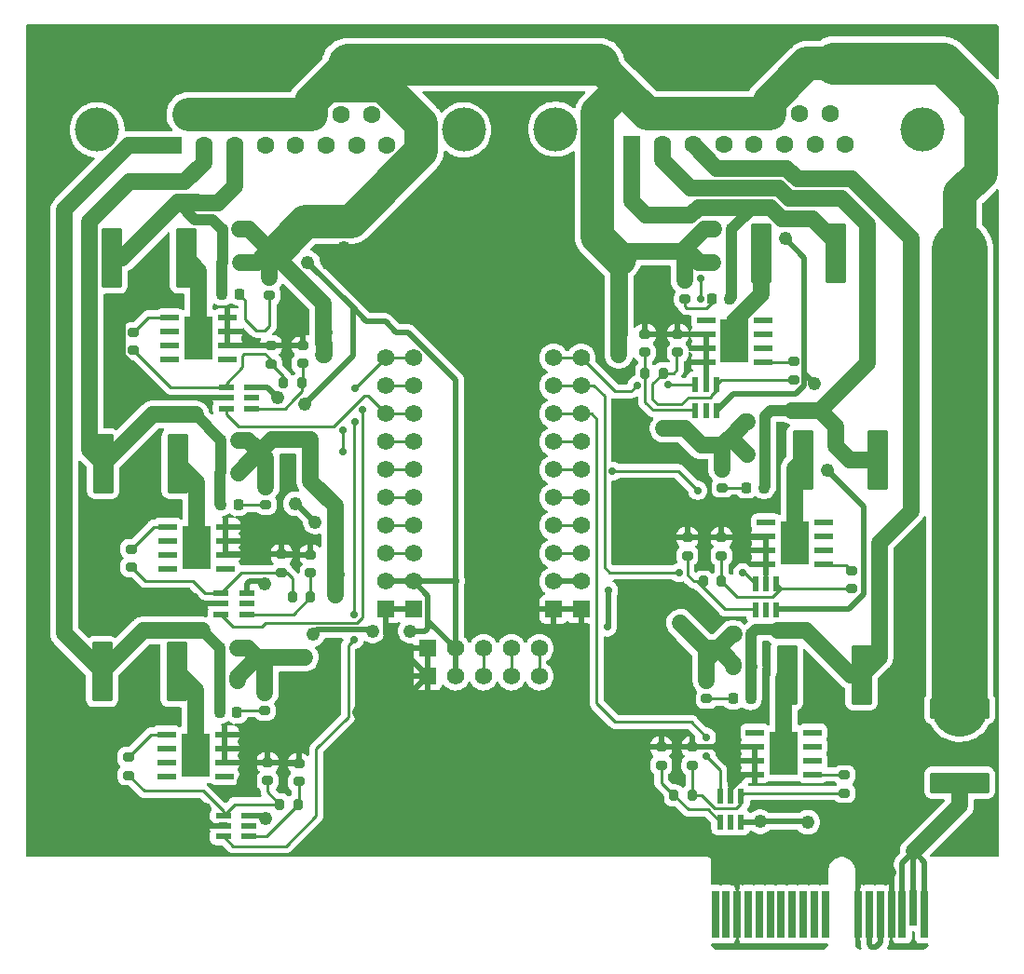
<source format=gbr>
%TF.GenerationSoftware,KiCad,Pcbnew,7.0.1-0*%
%TF.CreationDate,2023-10-23T10:38:47-07:00*%
%TF.ProjectId,MOSFET-board,4d4f5346-4554-42d6-926f-6172642e6b69,rev?*%
%TF.SameCoordinates,Original*%
%TF.FileFunction,Copper,L1,Top*%
%TF.FilePolarity,Positive*%
%FSLAX46Y46*%
G04 Gerber Fmt 4.6, Leading zero omitted, Abs format (unit mm)*
G04 Created by KiCad (PCBNEW 7.0.1-0) date 2023-10-23 10:38:47*
%MOMM*%
%LPD*%
G01*
G04 APERTURE LIST*
G04 Aperture macros list*
%AMRoundRect*
0 Rectangle with rounded corners*
0 $1 Rounding radius*
0 $2 $3 $4 $5 $6 $7 $8 $9 X,Y pos of 4 corners*
0 Add a 4 corners polygon primitive as box body*
4,1,4,$2,$3,$4,$5,$6,$7,$8,$9,$2,$3,0*
0 Add four circle primitives for the rounded corners*
1,1,$1+$1,$2,$3*
1,1,$1+$1,$4,$5*
1,1,$1+$1,$6,$7*
1,1,$1+$1,$8,$9*
0 Add four rect primitives between the rounded corners*
20,1,$1+$1,$2,$3,$4,$5,0*
20,1,$1+$1,$4,$5,$6,$7,0*
20,1,$1+$1,$6,$7,$8,$9,0*
20,1,$1+$1,$8,$9,$2,$3,0*%
G04 Aperture macros list end*
%TA.AperFunction,SMDPad,CuDef*%
%ADD10RoundRect,0.250000X-0.712500X-2.475000X0.712500X-2.475000X0.712500X2.475000X-0.712500X2.475000X0*%
%TD*%
%TA.AperFunction,SMDPad,CuDef*%
%ADD11RoundRect,0.200000X-0.200000X-0.275000X0.200000X-0.275000X0.200000X0.275000X-0.200000X0.275000X0*%
%TD*%
%TA.AperFunction,SMDPad,CuDef*%
%ADD12RoundRect,0.200000X0.275000X-0.200000X0.275000X0.200000X-0.275000X0.200000X-0.275000X-0.200000X0*%
%TD*%
%TA.AperFunction,SMDPad,CuDef*%
%ADD13RoundRect,0.039900X0.800100X0.245100X-0.800100X0.245100X-0.800100X-0.245100X0.800100X-0.245100X0*%
%TD*%
%TA.AperFunction,SMDPad,CuDef*%
%ADD14R,2.650000X4.000000*%
%TD*%
%TA.AperFunction,ComponentPad*%
%ADD15C,1.560000*%
%TD*%
%TA.AperFunction,SMDPad,CuDef*%
%ADD16RoundRect,0.200000X-0.275000X0.200000X-0.275000X-0.200000X0.275000X-0.200000X0.275000X0.200000X0*%
%TD*%
%TA.AperFunction,ComponentPad*%
%ADD17C,4.000000*%
%TD*%
%TA.AperFunction,ComponentPad*%
%ADD18R,1.600000X1.600000*%
%TD*%
%TA.AperFunction,ComponentPad*%
%ADD19C,1.600000*%
%TD*%
%TA.AperFunction,ComponentPad*%
%ADD20R,1.560000X1.560000*%
%TD*%
%TA.AperFunction,SMDPad,CuDef*%
%ADD21RoundRect,0.218750X-0.218750X-0.256250X0.218750X-0.256250X0.218750X0.256250X-0.218750X0.256250X0*%
%TD*%
%TA.AperFunction,SMDPad,CuDef*%
%ADD22RoundRect,0.250000X2.475000X-0.712500X2.475000X0.712500X-2.475000X0.712500X-2.475000X-0.712500X0*%
%TD*%
%TA.AperFunction,SMDPad,CuDef*%
%ADD23RoundRect,0.088500X-0.206500X0.606500X-0.206500X-0.606500X0.206500X-0.606500X0.206500X0.606500X0*%
%TD*%
%TA.AperFunction,SMDPad,CuDef*%
%ADD24RoundRect,0.200000X0.200000X0.275000X-0.200000X0.275000X-0.200000X-0.275000X0.200000X-0.275000X0*%
%TD*%
%TA.AperFunction,SMDPad,CuDef*%
%ADD25RoundRect,0.039900X-0.800100X-0.245100X0.800100X-0.245100X0.800100X0.245100X-0.800100X0.245100X0*%
%TD*%
%TA.AperFunction,SMDPad,CuDef*%
%ADD26RoundRect,0.218750X0.218750X0.256250X-0.218750X0.256250X-0.218750X-0.256250X0.218750X-0.256250X0*%
%TD*%
%TA.AperFunction,SMDPad,CuDef*%
%ADD27RoundRect,0.088500X-0.606500X-0.206500X0.606500X-0.206500X0.606500X0.206500X-0.606500X0.206500X0*%
%TD*%
%TA.AperFunction,ConnectorPad*%
%ADD28R,0.700000X4.300000*%
%TD*%
%TA.AperFunction,ConnectorPad*%
%ADD29R,0.700000X3.200000*%
%TD*%
%TA.AperFunction,SMDPad,CuDef*%
%ADD30RoundRect,0.250000X0.712500X2.475000X-0.712500X2.475000X-0.712500X-2.475000X0.712500X-2.475000X0*%
%TD*%
%TA.AperFunction,ViaPad*%
%ADD31C,0.711200*%
%TD*%
%TA.AperFunction,ViaPad*%
%ADD32C,1.219200*%
%TD*%
%TA.AperFunction,Conductor*%
%ADD33C,1.016000*%
%TD*%
%TA.AperFunction,Conductor*%
%ADD34C,1.524000*%
%TD*%
%TA.AperFunction,Conductor*%
%ADD35C,0.508000*%
%TD*%
%TA.AperFunction,Conductor*%
%ADD36C,0.254000*%
%TD*%
%TA.AperFunction,Conductor*%
%ADD37C,3.048000*%
%TD*%
%TA.AperFunction,Conductor*%
%ADD38C,3.810000*%
%TD*%
%TA.AperFunction,Conductor*%
%ADD39C,5.080000*%
%TD*%
G04 APERTURE END LIST*
D10*
%TO.P,F7,1*%
%TO.N,Net-(U6-OUT)*%
X190062500Y-122875000D03*
%TO.P,F7,2*%
%TO.N,PYRO6*%
X196837500Y-122875000D03*
%TD*%
D11*
%TO.P,R85,1*%
%TO.N,Net-(R105-Pad2)*%
X144340000Y-96350000D03*
%TO.P,R85,2*%
%TO.N,Net-(R75-Pad1)*%
X145990000Y-96350000D03*
%TD*%
D12*
%TO.P,R100,1*%
%TO.N,Net-(R100-Pad1)*%
X184125000Y-112025000D03*
%TO.P,R100,2*%
%TO.N,GND*%
X184125000Y-110375000D03*
%TD*%
D13*
%TO.P,U6,1,IN*%
%TO.N,Net-(U6-IN)*%
X192408000Y-131930000D03*
%TO.P,U6,2,NC*%
%TO.N,unconnected-(U6-NC-Pad2)*%
X192408000Y-130660000D03*
%TO.P,U6,3,STATUS*%
%TO.N,unconnected-(U6-STATUS-Pad3)*%
X192408000Y-129390000D03*
%TO.P,U6,4,NC*%
%TO.N,unconnected-(U6-NC-Pad4)*%
X192408000Y-128120000D03*
%TO.P,U6,5,NC*%
%TO.N,unconnected-(U6-NC-Pad5)*%
X187178000Y-128120000D03*
%TO.P,U6,6,GND*%
%TO.N,GND*%
X187178000Y-129390000D03*
%TO.P,U6,7,GND*%
X187178000Y-130660000D03*
%TO.P,U6,8,GND*%
X187178000Y-131930000D03*
D14*
%TO.P,U6,9,OUT*%
%TO.N,Net-(U6-OUT)*%
X189793000Y-130025000D03*
%TD*%
D15*
%TO.P,,21,P03*%
%TO.N,PYRO10EN*%
X168860000Y-104210000D03*
%TD*%
D16*
%TO.P,R104,1*%
%TO.N,Net-(U3-IN)*%
X130500000Y-111425000D03*
%TO.P,R104,2*%
%TO.N,Net-(R104-Pad2)*%
X130500000Y-113075000D03*
%TD*%
%TO.P,R110,1*%
%TO.N,Net-(U4-IN)*%
X195950000Y-113400000D03*
%TO.P,R110,2*%
%TO.N,Net-(R100-Pad1)*%
X195950000Y-115050000D03*
%TD*%
%TO.P,R33,1*%
%TO.N,+12V*%
X180800000Y-87025000D03*
%TO.P,R33,2*%
%TO.N,Net-(D33-A)*%
X180800000Y-88675000D03*
%TD*%
D17*
%TO.P,J3,0*%
%TO.N,N/C*%
X160688000Y-73320331D03*
X127388000Y-73320331D03*
D18*
%TO.P,J3,1,1*%
%TO.N,PYRO1*%
X134343000Y-74740331D03*
D19*
%TO.P,J3,2,2*%
%TO.N,PYRO3*%
X137113000Y-74740331D03*
%TO.P,J3,3,3*%
%TO.N,PYRO5*%
X139883000Y-74740331D03*
%TO.P,J3,4,4*%
%TO.N,PYRO7*%
X142653000Y-74740331D03*
%TO.P,J3,5,5*%
%TO.N,PYRO9*%
X145423000Y-74740331D03*
%TO.P,J3,6,6*%
%TO.N,unconnected-(J3-Pad6)*%
X148193000Y-74740331D03*
%TO.P,J3,7,7*%
%TO.N,unconnected-(J3-Pad7)*%
X150963000Y-74740331D03*
%TO.P,J3,8,8*%
%TO.N,unconnected-(J3-Pad8)*%
X153733000Y-74740331D03*
%TO.P,J3,9,P9*%
%TO.N,+12V*%
X135728000Y-71900331D03*
%TO.P,J3,10,P10*%
X138498000Y-71900331D03*
%TO.P,J3,11,P111*%
X141268000Y-71900331D03*
%TO.P,J3,12,P12*%
X144038000Y-71900331D03*
%TO.P,J3,13,P13*%
X146808000Y-71900331D03*
%TO.P,J3,14,P14*%
%TO.N,unconnected-(J3-P14-Pad14)*%
X149578000Y-71900331D03*
%TO.P,J3,15,P15*%
%TO.N,unconnected-(J3-P15-Pad15)*%
X152348000Y-71900331D03*
%TD*%
D11*
%TO.P,R22,1*%
%TO.N,+12V*%
X185200000Y-122125000D03*
%TO.P,R22,2*%
%TO.N,PYRO6*%
X186850000Y-122125000D03*
%TD*%
D12*
%TO.P,R75,1*%
%TO.N,Net-(R75-Pad1)*%
X146040000Y-94550000D03*
%TO.P,R75,2*%
%TO.N,GND*%
X146040000Y-92900000D03*
%TD*%
D20*
%TO.P,,10,GND*%
%TO.N,GND*%
X156160000Y-116910000D03*
%TD*%
D15*
%TO.P,,8,P17*%
%TO.N,unconnected-(U11-P17-Pad8)*%
X156160000Y-111830000D03*
%TD*%
D21*
%TO.P,D49,1,K*%
%TO.N,+12V*%
X183442500Y-82350000D03*
%TO.P,D49,2,A*%
%TO.N,PYRO2*%
X185017500Y-82350000D03*
%TD*%
%TO.P,D50,1,K*%
%TO.N,+12V*%
X186462500Y-99875000D03*
%TO.P,D50,2,A*%
%TO.N,PYRO4*%
X188037500Y-99875000D03*
%TD*%
D12*
%TO.P,R95,1*%
%TO.N,Net-(R105-Pad2)*%
X143190000Y-94575000D03*
%TO.P,R95,2*%
%TO.N,GND*%
X143190000Y-92925000D03*
%TD*%
D15*
%TO.P,,15,INT*%
%TO.N,unconnected-(U11-INT-Pad15)*%
X167570000Y-120460000D03*
%TD*%
D10*
%TO.P,F10,1*%
%TO.N,Net-(U2-OUT)*%
X187737500Y-84500000D03*
%TO.P,F10,2*%
%TO.N,PYRO2*%
X194512500Y-84500000D03*
%TD*%
D15*
%TO.P,U11,1,P10*%
%TO.N,PYRO1EN*%
X153598900Y-94045500D03*
%TO.P,U11,2,P11*%
%TO.N,PYRO3EN*%
X153598900Y-96585500D03*
%TO.P,U11,3,P12*%
%TO.N,PYRO5EN*%
X153598900Y-99125500D03*
%TO.P,U11,4,P13*%
%TO.N,PYRO7EN*%
X153598900Y-101665500D03*
%TO.P,U11,5,P14*%
%TO.N,PYRO9EN*%
X153598900Y-104205500D03*
%TO.P,U11,6,P15*%
%TO.N,unconnected-(U11-P15-Pad6)*%
X153598900Y-106745500D03*
%TO.P,U11,7,P16*%
%TO.N,unconnected-(U11-P16-Pad7)*%
X153598900Y-109285500D03*
%TO.P,U11,8,P17*%
%TO.N,unconnected-(U11-P17-Pad8)*%
X153598900Y-111825500D03*
%TO.P,U11,9,VDD*%
%TO.N,+5V*%
X153598900Y-114365500D03*
D20*
%TO.P,U11,10,GND*%
%TO.N,GND*%
X153598900Y-116905500D03*
%TO.P,U11,11,GND*%
X157408900Y-123001500D03*
D15*
%TO.P,U11,12,VCC*%
%TO.N,+5V*%
X159948900Y-123001500D03*
%TO.P,U11,13,SDA*%
%TO.N,I2C_SDA*%
X162488900Y-123001500D03*
%TO.P,U11,14,SCL*%
%TO.N,I2C_SCL*%
X165028900Y-123001500D03*
%TO.P,U11,15,INT*%
%TO.N,unconnected-(U11-INT-Pad15)*%
X167568900Y-123001500D03*
D20*
%TO.P,U11,16,GND*%
%TO.N,GND*%
X171378340Y-116905500D03*
D15*
%TO.P,U11,17,VDD*%
%TO.N,+5V*%
X171378340Y-114365500D03*
%TO.P,U11,18,P00*%
%TO.N,unconnected-(U11-P00-Pad18)*%
X171378340Y-111825500D03*
%TO.P,U11,19,P01*%
%TO.N,unconnected-(U11-P01-Pad19)*%
X171378340Y-109285500D03*
%TO.P,U11,20,P02*%
%TO.N,unconnected-(U11-P02-Pad20)*%
X171378340Y-106745500D03*
%TO.P,U11,21,P03*%
%TO.N,PYRO10EN*%
X171378340Y-104205500D03*
%TO.P,U11,22,P04*%
%TO.N,PYRO8EN*%
X171378340Y-101665500D03*
%TO.P,U11,23,P05*%
%TO.N,PYRO6EN*%
X171378340Y-99125500D03*
%TO.P,U11,24,P06*%
%TO.N,PYRO4EN*%
X171378340Y-96585500D03*
%TO.P,U11,25,P07*%
%TO.N,PYRO2EN*%
X171378340Y-94045500D03*
%TD*%
D22*
%TO.P,F1,1*%
%TO.N,Net-(F1-Pad1)*%
X205775000Y-132687500D03*
%TO.P,F1,2*%
%TO.N,+12V*%
X205775000Y-125912500D03*
%TD*%
D15*
%TO.P,,3,P12*%
%TO.N,PYRO5EN*%
X156160000Y-99130000D03*
%TD*%
D23*
%TO.P,U27,1*%
%TO.N,Net-(R106-Pad2)*%
X185900000Y-133930000D03*
%TO.P,U27,2*%
%TO.N,GND*%
X184950000Y-133930000D03*
%TO.P,U27,3*%
%TO.N,PYRO6EN*%
X184000000Y-133930000D03*
%TO.P,U27,4*%
%TO.N,Net-(R76-Pad1)*%
X184000000Y-136260000D03*
%TO.P,U27,5*%
%TO.N,unconnected-(U27-Pad5)*%
X184950000Y-136260000D03*
%TO.P,U27,6*%
%TO.N,+5V*%
X185900000Y-136260000D03*
%TD*%
D16*
%TO.P,R105,1*%
%TO.N,Net-(U5-IN)*%
X130690000Y-91700000D03*
%TO.P,R105,2*%
%TO.N,Net-(R105-Pad2)*%
X130690000Y-93350000D03*
%TD*%
D15*
%TO.P,,25,P07*%
%TO.N,PYRO2EN*%
X168860000Y-94050000D03*
%TD*%
D12*
%TO.P,R94,1*%
%TO.N,Net-(R104-Pad2)*%
X144150000Y-113575000D03*
%TO.P,R94,2*%
%TO.N,GND*%
X144150000Y-111925000D03*
%TD*%
D15*
%TO.P,,7,P16*%
%TO.N,unconnected-(U11-P16-Pad7)*%
X156160000Y-109290000D03*
%TD*%
D24*
%TO.P,R90,1*%
%TO.N,Net-(R100-Pad1)*%
X184125000Y-114375000D03*
%TO.P,R90,2*%
%TO.N,Net-(R80-Pad1)*%
X182475000Y-114375000D03*
%TD*%
D15*
%TO.P,,20,P02*%
%TO.N,unconnected-(U11-P02-Pad20)*%
X168860000Y-106750000D03*
%TD*%
D25*
%TO.P,U1,1,IN*%
%TO.N,Net-(U1-IN)*%
X133702500Y-128290000D03*
%TO.P,U1,2,NC*%
%TO.N,unconnected-(U1-NC-Pad2)*%
X133702500Y-129560000D03*
%TO.P,U1,3,STATUS*%
%TO.N,unconnected-(U1-STATUS-Pad3)*%
X133702500Y-130830000D03*
%TO.P,U1,4,NC*%
%TO.N,unconnected-(U1-NC-Pad4)*%
X133702500Y-132100000D03*
%TO.P,U1,5,NC*%
%TO.N,unconnected-(U1-NC-Pad5)*%
X138932500Y-132100000D03*
%TO.P,U1,6,GND*%
%TO.N,GND*%
X138932500Y-130830000D03*
%TO.P,U1,7,GND*%
X138932500Y-129560000D03*
%TO.P,U1,8,GND*%
X138932500Y-128290000D03*
D14*
%TO.P,U1,9,OUT*%
%TO.N,Net-(U1-OUT)*%
X136317500Y-130195000D03*
%TD*%
D13*
%TO.P,U4,1,IN*%
%TO.N,Net-(U4-IN)*%
X193380000Y-112805000D03*
%TO.P,U4,2,NC*%
%TO.N,unconnected-(U4-NC-Pad2)*%
X193380000Y-111535000D03*
%TO.P,U4,3,STATUS*%
%TO.N,unconnected-(U4-STATUS-Pad3)*%
X193380000Y-110265000D03*
%TO.P,U4,4,NC*%
%TO.N,unconnected-(U4-NC-Pad4)*%
X193380000Y-108995000D03*
%TO.P,U4,5,NC*%
%TO.N,unconnected-(U4-NC-Pad5)*%
X188150000Y-108995000D03*
%TO.P,U4,6,GND*%
%TO.N,GND*%
X188150000Y-110265000D03*
%TO.P,U4,7,GND*%
X188150000Y-111535000D03*
%TO.P,U4,8,GND*%
X188150000Y-112805000D03*
D14*
%TO.P,U4,9,OUT*%
%TO.N,Net-(U4-OUT)*%
X190765000Y-110900000D03*
%TD*%
D11*
%TO.P,R34,1*%
%TO.N,+12V*%
X183350000Y-85375000D03*
%TO.P,R34,2*%
%TO.N,PYRO2*%
X185000000Y-85375000D03*
%TD*%
D15*
%TO.P,,19,P01*%
%TO.N,unconnected-(U11-P01-Pad19)*%
X168860000Y-109290000D03*
%TD*%
D26*
%TO.P,D44,1,K*%
%TO.N,+12V*%
X140212500Y-101525000D03*
%TO.P,D44,2,A*%
%TO.N,PYRO3*%
X138637500Y-101525000D03*
%TD*%
D15*
%TO.P,,24,P06*%
%TO.N,PYRO4EN*%
X168860000Y-96590000D03*
%TD*%
D27*
%TO.P,U26,1*%
%TO.N,Net-(R105-Pad2)*%
X139100000Y-96740000D03*
%TO.P,U26,2*%
%TO.N,GND*%
X139100000Y-97690000D03*
%TO.P,U26,3*%
%TO.N,PYRO5EN*%
X139100000Y-98640000D03*
%TO.P,U26,4*%
%TO.N,Net-(R75-Pad1)*%
X141430000Y-98640000D03*
%TO.P,U26,5*%
%TO.N,unconnected-(U26-Pad5)*%
X141430000Y-97690000D03*
%TO.P,U26,6*%
%TO.N,+5V*%
X141430000Y-96740000D03*
%TD*%
D23*
%TO.P,U30,1*%
%TO.N,Net-(R109-Pad2)*%
X183650000Y-96490000D03*
%TO.P,U30,2*%
%TO.N,GND*%
X182700000Y-96490000D03*
%TO.P,U30,3*%
%TO.N,PYRO2EN*%
X181750000Y-96490000D03*
%TO.P,U30,4*%
%TO.N,Net-(R79-Pad1)*%
X181750000Y-98820000D03*
%TO.P,U30,5*%
%TO.N,unconnected-(U30-Pad5)*%
X182700000Y-98820000D03*
%TO.P,U30,6*%
%TO.N,+5V*%
X183650000Y-98820000D03*
%TD*%
D11*
%TO.P,R84,1*%
%TO.N,Net-(R104-Pad2)*%
X145125000Y-115775000D03*
%TO.P,R84,2*%
%TO.N,Net-(R74-Pad1)*%
X146775000Y-115775000D03*
%TD*%
D16*
%TO.P,R13,1*%
%TO.N,+12V*%
X142714750Y-105757250D03*
%TO.P,R13,2*%
%TO.N,Net-(D13-A)*%
X142714750Y-107407250D03*
%TD*%
D12*
%TO.P,R99,1*%
%TO.N,Net-(R109-Pad2)*%
X180150000Y-93550000D03*
%TO.P,R99,2*%
%TO.N,GND*%
X180150000Y-91900000D03*
%TD*%
D16*
%TO.P,R21,1*%
%TO.N,+12V*%
X182775000Y-123400000D03*
%TO.P,R21,2*%
%TO.N,Net-(D21-A)*%
X182775000Y-125050000D03*
%TD*%
D24*
%TO.P,R10,1*%
%TO.N,+12V*%
X140175000Y-123375000D03*
%TO.P,R10,2*%
%TO.N,PYRO1*%
X138525000Y-123375000D03*
%TD*%
D26*
%TO.P,D33,1,K*%
%TO.N,PYRO2*%
X184837500Y-88675000D03*
%TO.P,D33,2,A*%
%TO.N,Net-(D33-A)*%
X183262500Y-88675000D03*
%TD*%
D12*
%TO.P,R80,1*%
%TO.N,Net-(R80-Pad1)*%
X181025000Y-112025000D03*
%TO.P,R80,2*%
%TO.N,GND*%
X181025000Y-110375000D03*
%TD*%
D13*
%TO.P,U2,1,IN*%
%TO.N,Net-(U2-IN)*%
X187930000Y-94435000D03*
%TO.P,U2,2,NC*%
%TO.N,unconnected-(U2-NC-Pad2)*%
X187930000Y-93165000D03*
%TO.P,U2,3,STATUS*%
%TO.N,unconnected-(U2-STATUS-Pad3)*%
X187930000Y-91895000D03*
%TO.P,U2,4,NC*%
%TO.N,unconnected-(U2-NC-Pad4)*%
X187930000Y-90625000D03*
%TO.P,U2,5,NC*%
%TO.N,unconnected-(U2-NC-Pad5)*%
X182700000Y-90625000D03*
%TO.P,U2,6,GND*%
%TO.N,GND*%
X182700000Y-91895000D03*
%TO.P,U2,7,GND*%
X182700000Y-93165000D03*
%TO.P,U2,8,GND*%
X182700000Y-94435000D03*
D14*
%TO.P,U2,9,OUT*%
%TO.N,Net-(U2-OUT)*%
X185315000Y-92530000D03*
%TD*%
D27*
%TO.P,U24,1*%
%TO.N,Net-(R103-Pad2)*%
X138840000Y-135650000D03*
%TO.P,U24,2*%
%TO.N,GND*%
X138840000Y-136600000D03*
%TO.P,U24,3*%
%TO.N,PYRO1EN*%
X138840000Y-137550000D03*
%TO.P,U24,4*%
%TO.N,Net-(R73-Pad1)*%
X141170000Y-137550000D03*
%TO.P,U24,5*%
%TO.N,unconnected-(U24-Pad5)*%
X141170000Y-136600000D03*
%TO.P,U24,6*%
%TO.N,+5V*%
X141170000Y-135650000D03*
%TD*%
D23*
%TO.P,U31,1*%
%TO.N,Net-(R100-Pad1)*%
X189100000Y-114622500D03*
%TO.P,U31,2*%
%TO.N,GND*%
X188150000Y-114622500D03*
%TO.P,U31,3*%
%TO.N,PYRO4EN*%
X187200000Y-114622500D03*
%TO.P,U31,4*%
%TO.N,Net-(R80-Pad1)*%
X187200000Y-116952500D03*
%TO.P,U31,5*%
%TO.N,unconnected-(U31-Pad5)*%
X188150000Y-116952500D03*
%TO.P,U31,6*%
%TO.N,+5V*%
X189100000Y-116952500D03*
%TD*%
D15*
%TO.P,,1,P10*%
%TO.N,PYRO1EN*%
X156160000Y-94050000D03*
%TD*%
D20*
%TO.P,,16,GND*%
%TO.N,GND*%
X168860000Y-116910000D03*
%TD*%
D15*
%TO.P,,9,VDD*%
%TO.N,+5V*%
X156160000Y-114370000D03*
%TD*%
D28*
%TO.P,J1,B1,B1*%
%TO.N,unconnected-(J1-PadB1)*%
X183550160Y-144641000D03*
%TO.P,J1,B2,B2*%
%TO.N,unconnected-(J1-PadB2)*%
X184550160Y-144641000D03*
%TO.P,J1,B3,B3*%
%TO.N,GND*%
X185550160Y-144641000D03*
%TO.P,J1,B4,B4*%
%TO.N,unconnected-(J1-PadB4)*%
X186550160Y-144641000D03*
%TO.P,J1,B5,B5*%
%TO.N,unconnected-(J1-PadB5)*%
X187550160Y-144641000D03*
%TO.P,J1,B6,B6*%
%TO.N,unconnected-(J1-PadB6)*%
X188550160Y-144641000D03*
%TO.P,J1,B7,B7*%
%TO.N,unconnected-(J1-PadB7)*%
X189550160Y-144641000D03*
%TO.P,J1,B8,B8*%
%TO.N,unconnected-(J1-PadB8)*%
X190550160Y-144641000D03*
%TO.P,J1,B9,B9*%
%TO.N,unconnected-(J1-PadB9)*%
X191550160Y-144641000D03*
%TO.P,J1,B10,B10*%
%TO.N,unconnected-(J1-PadB10)*%
X192550160Y-144641000D03*
%TO.P,J1,B11,B11*%
%TO.N,unconnected-(J1-PadB11)*%
X193550160Y-144641000D03*
%TO.P,J1,B12,B12*%
%TO.N,GND*%
X196550160Y-144641000D03*
%TO.P,J1,B13,B13*%
%TO.N,+3.3V*%
X197550160Y-144641000D03*
%TO.P,J1,B14,B14*%
X198550160Y-144641000D03*
%TO.P,J1,B15,B15*%
%TO.N,GND*%
X199550160Y-144641000D03*
%TO.P,J1,B16,B16*%
%TO.N,Net-(F1-Pad1)*%
X200550160Y-144641000D03*
D29*
%TO.P,J1,B17,B17*%
X201550160Y-144091000D03*
D28*
%TO.P,J1,B18,B18*%
X202550160Y-144641000D03*
%TD*%
D15*
%TO.P,,5,P14*%
%TO.N,PYRO9EN*%
X156160000Y-104210000D03*
%TD*%
D24*
%TO.P,R14,1*%
%TO.N,+12V*%
X140225000Y-104500000D03*
%TO.P,R14,2*%
%TO.N,PYRO3*%
X138575000Y-104500000D03*
%TD*%
D16*
%TO.P,R9,1*%
%TO.N,+12V*%
X142622250Y-124461250D03*
%TO.P,R9,2*%
%TO.N,Net-(D9-A)*%
X142622250Y-126111250D03*
%TD*%
D26*
%TO.P,D37,1,K*%
%TO.N,PYRO4*%
X187962500Y-105850000D03*
%TO.P,D37,2,A*%
%TO.N,Net-(D37-A)*%
X186387500Y-105850000D03*
%TD*%
D10*
%TO.P,F11,1*%
%TO.N,Net-(U4-OUT)*%
X191512500Y-103330000D03*
%TO.P,F11,2*%
%TO.N,PYRO4*%
X198287500Y-103330000D03*
%TD*%
D15*
%TO.P,,22,P04*%
%TO.N,PYRO8EN*%
X168860000Y-101670000D03*
%TD*%
D26*
%TO.P,D43,1,K*%
%TO.N,+12V*%
X140137500Y-120475000D03*
%TO.P,D43,2,A*%
%TO.N,PYRO1*%
X138562500Y-120475000D03*
%TD*%
D16*
%TO.P,R103,1*%
%TO.N,Net-(U1-IN)*%
X130225000Y-130350000D03*
%TO.P,R103,2*%
%TO.N,Net-(R103-Pad2)*%
X130225000Y-132000000D03*
%TD*%
D12*
%TO.P,R96,1*%
%TO.N,Net-(R106-Pad2)*%
X181475000Y-131075000D03*
%TO.P,R96,2*%
%TO.N,GND*%
X181475000Y-129425000D03*
%TD*%
%TO.P,R76,1*%
%TO.N,Net-(R76-Pad1)*%
X178650000Y-131075000D03*
%TO.P,R76,2*%
%TO.N,GND*%
X178650000Y-129425000D03*
%TD*%
%TO.P,R74,1*%
%TO.N,Net-(R74-Pad1)*%
X146775000Y-113600000D03*
%TO.P,R74,2*%
%TO.N,GND*%
X146775000Y-111950000D03*
%TD*%
%TO.P,R79,1*%
%TO.N,Net-(R79-Pad1)*%
X177175000Y-93550000D03*
%TO.P,R79,2*%
%TO.N,GND*%
X177175000Y-91900000D03*
%TD*%
D11*
%TO.P,R38,1*%
%TO.N,+12V*%
X186450000Y-102825000D03*
%TO.P,R38,2*%
%TO.N,PYRO4*%
X188100000Y-102825000D03*
%TD*%
D16*
%TO.P,R109,1*%
%TO.N,Net-(U2-IN)*%
X190675000Y-94400000D03*
%TO.P,R109,2*%
%TO.N,Net-(R109-Pad2)*%
X190675000Y-96050000D03*
%TD*%
%TO.P,R17,1*%
%TO.N,+12V*%
X143065000Y-86700000D03*
%TO.P,R17,2*%
%TO.N,Net-(D17-A)*%
X143065000Y-88350000D03*
%TD*%
D12*
%TO.P,R73,1*%
%TO.N,Net-(R73-Pad1)*%
X145700000Y-132575000D03*
%TO.P,R73,2*%
%TO.N,GND*%
X145700000Y-130925000D03*
%TD*%
D24*
%TO.P,R89,1*%
%TO.N,Net-(R109-Pad2)*%
X178825000Y-95425000D03*
%TO.P,R89,2*%
%TO.N,Net-(R79-Pad1)*%
X177175000Y-95425000D03*
%TD*%
D17*
%TO.P,J2,0*%
%TO.N,N/C*%
X202344000Y-73256000D03*
X169044000Y-73256000D03*
D18*
%TO.P,J2,1,1*%
%TO.N,PYRO2*%
X175999000Y-74676000D03*
D19*
%TO.P,J2,2,2*%
%TO.N,PYRO4*%
X178769000Y-74676000D03*
%TO.P,J2,3,3*%
%TO.N,PYRO6*%
X181539000Y-74676000D03*
%TO.P,J2,4,4*%
%TO.N,PYRO8*%
X184309000Y-74676000D03*
%TO.P,J2,5,5*%
%TO.N,PYRO10*%
X187079000Y-74676000D03*
%TO.P,J2,6,6*%
%TO.N,unconnected-(J2-Pad6)*%
X189849000Y-74676000D03*
%TO.P,J2,7,7*%
%TO.N,unconnected-(J2-Pad7)*%
X192619000Y-74676000D03*
%TO.P,J2,8,8*%
%TO.N,unconnected-(J2-Pad8)*%
X195389000Y-74676000D03*
%TO.P,J2,9,P9*%
%TO.N,+12V*%
X177384000Y-71836000D03*
%TO.P,J2,10,P10*%
X180154000Y-71836000D03*
%TO.P,J2,11,P111*%
X182924000Y-71836000D03*
%TO.P,J2,12,P12*%
X185694000Y-71836000D03*
%TO.P,J2,13,P13*%
X188464000Y-71836000D03*
%TO.P,J2,14,P14*%
%TO.N,unconnected-(J2-P14-Pad14)*%
X191234000Y-71836000D03*
%TO.P,J2,15,P15*%
%TO.N,unconnected-(J2-P15-Pad15)*%
X194004000Y-71836000D03*
%TD*%
D15*
%TO.P,,12,VCC*%
%TO.N,+5V*%
X159950000Y-120460000D03*
%TD*%
D21*
%TO.P,D17,1,K*%
%TO.N,PYRO5*%
X138752500Y-88300000D03*
%TO.P,D17,2,A*%
%TO.N,Net-(D17-A)*%
X140327500Y-88300000D03*
%TD*%
D26*
%TO.P,D45,1,K*%
%TO.N,+12V*%
X140327500Y-82325000D03*
%TO.P,D45,2,A*%
%TO.N,PYRO5*%
X138752500Y-82325000D03*
%TD*%
D27*
%TO.P,U25,1*%
%TO.N,Net-(R104-Pad2)*%
X138640000Y-115460000D03*
%TO.P,U25,2*%
%TO.N,GND*%
X138640000Y-116410000D03*
%TO.P,U25,3*%
%TO.N,PYRO3EN*%
X138640000Y-117360000D03*
%TO.P,U25,4*%
%TO.N,Net-(R74-Pad1)*%
X140970000Y-117360000D03*
%TO.P,U25,5*%
%TO.N,unconnected-(U25-Pad5)*%
X140970000Y-116410000D03*
%TO.P,U25,6*%
%TO.N,+5V*%
X140970000Y-115460000D03*
%TD*%
D15*
%TO.P,,23,P05*%
%TO.N,PYRO6EN*%
X168860000Y-99130000D03*
%TD*%
D20*
%TO.P,,11,GND*%
%TO.N,GND*%
X157410000Y-120460000D03*
%TD*%
D25*
%TO.P,U3,1,IN*%
%TO.N,Net-(U3-IN)*%
X133795000Y-109395000D03*
%TO.P,U3,2,NC*%
%TO.N,unconnected-(U3-NC-Pad2)*%
X133795000Y-110665000D03*
%TO.P,U3,3,STATUS*%
%TO.N,unconnected-(U3-STATUS-Pad3)*%
X133795000Y-111935000D03*
%TO.P,U3,4,NC*%
%TO.N,unconnected-(U3-NC-Pad4)*%
X133795000Y-113205000D03*
%TO.P,U3,5,NC*%
%TO.N,unconnected-(U3-NC-Pad5)*%
X139025000Y-113205000D03*
%TO.P,U3,6,GND*%
%TO.N,GND*%
X139025000Y-111935000D03*
%TO.P,U3,7,GND*%
X139025000Y-110665000D03*
%TO.P,U3,8,GND*%
X139025000Y-109395000D03*
D14*
%TO.P,U3,9,OUT*%
%TO.N,Net-(U3-OUT)*%
X136410000Y-111300000D03*
%TD*%
D15*
%TO.P,,18,P00*%
%TO.N,unconnected-(U11-P00-Pad18)*%
X168860000Y-111830000D03*
%TD*%
D30*
%TO.P,F4,1*%
%TO.N,Net-(U1-OUT)*%
X134625000Y-122575000D03*
%TO.P,F4,2*%
%TO.N,PYRO1*%
X127850000Y-122575000D03*
%TD*%
D15*
%TO.P,,6,P15*%
%TO.N,unconnected-(U11-P15-Pad6)*%
X156160000Y-106750000D03*
%TD*%
%TO.P,,13,SDA*%
%TO.N,I2C_SDA*%
X162490000Y-120460000D03*
%TD*%
D16*
%TO.P,R37,1*%
%TO.N,+12V*%
X184200000Y-104200000D03*
%TO.P,R37,2*%
%TO.N,Net-(D37-A)*%
X184200000Y-105850000D03*
%TD*%
D21*
%TO.P,D13,1,K*%
%TO.N,PYRO3*%
X138625250Y-107407250D03*
%TO.P,D13,2,A*%
%TO.N,Net-(D13-A)*%
X140200250Y-107407250D03*
%TD*%
%TO.P,D46,1,K*%
%TO.N,+12V*%
X185250000Y-119175000D03*
%TO.P,D46,2,A*%
%TO.N,PYRO6*%
X186825000Y-119175000D03*
%TD*%
D30*
%TO.P,F6,1*%
%TO.N,Net-(U5-OUT)*%
X135455619Y-84980001D03*
%TO.P,F6,2*%
%TO.N,PYRO5*%
X128680619Y-84980001D03*
%TD*%
D26*
%TO.P,D21,1,K*%
%TO.N,PYRO6*%
X186762500Y-125050000D03*
%TO.P,D21,2,A*%
%TO.N,Net-(D21-A)*%
X185187500Y-125050000D03*
%TD*%
D15*
%TO.P,,4,P13*%
%TO.N,PYRO7EN*%
X156160000Y-101670000D03*
%TD*%
D24*
%TO.P,R18,1*%
%TO.N,+12V*%
X140415000Y-85350000D03*
%TO.P,R18,2*%
%TO.N,PYRO5*%
X138765000Y-85350000D03*
%TD*%
D25*
%TO.P,U5,1,IN*%
%TO.N,Net-(U5-IN)*%
X134010000Y-90370000D03*
%TO.P,U5,2,NC*%
%TO.N,unconnected-(U5-NC-Pad2)*%
X134010000Y-91640000D03*
%TO.P,U5,3,STATUS*%
%TO.N,unconnected-(U5-STATUS-Pad3)*%
X134010000Y-92910000D03*
%TO.P,U5,4,NC*%
%TO.N,unconnected-(U5-NC-Pad4)*%
X134010000Y-94180000D03*
%TO.P,U5,5,NC*%
%TO.N,unconnected-(U5-NC-Pad5)*%
X139240000Y-94180000D03*
%TO.P,U5,6,GND*%
%TO.N,GND*%
X139240000Y-92910000D03*
%TO.P,U5,7,GND*%
X139240000Y-91640000D03*
%TO.P,U5,8,GND*%
X139240000Y-90370000D03*
D14*
%TO.P,U5,9,OUT*%
%TO.N,Net-(U5-OUT)*%
X136625000Y-92275000D03*
%TD*%
D24*
%TO.P,R86,1*%
%TO.N,Net-(R106-Pad2)*%
X181450000Y-133825000D03*
%TO.P,R86,2*%
%TO.N,Net-(R76-Pad1)*%
X179800000Y-133825000D03*
%TD*%
D16*
%TO.P,R106,1*%
%TO.N,Net-(U6-IN)*%
X195300000Y-131975000D03*
%TO.P,R106,2*%
%TO.N,Net-(R106-Pad2)*%
X195300000Y-133625000D03*
%TD*%
D11*
%TO.P,R83,1*%
%TO.N,Net-(R103-Pad2)*%
X144000000Y-134625000D03*
%TO.P,R83,2*%
%TO.N,Net-(R73-Pad1)*%
X145650000Y-134625000D03*
%TD*%
D21*
%TO.P,D9,1,K*%
%TO.N,PYRO1*%
X138532750Y-126302250D03*
%TO.P,D9,2,A*%
%TO.N,Net-(D9-A)*%
X140107750Y-126302250D03*
%TD*%
D15*
%TO.P,,17,VDD*%
%TO.N,+5V*%
X168860000Y-114370000D03*
%TD*%
%TO.P,,2,P11*%
%TO.N,PYRO3EN*%
X156160000Y-96590000D03*
%TD*%
%TO.P,,14,SCL*%
%TO.N,I2C_SCL*%
X165030000Y-120460000D03*
%TD*%
D30*
%TO.P,F5,1*%
%TO.N,Net-(U3-OUT)*%
X134717500Y-103680000D03*
%TO.P,F5,2*%
%TO.N,PYRO3*%
X127942500Y-103680000D03*
%TD*%
D12*
%TO.P,R93,1*%
%TO.N,Net-(R103-Pad2)*%
X142875000Y-132500000D03*
%TO.P,R93,2*%
%TO.N,GND*%
X142875000Y-130850000D03*
%TD*%
D31*
%TO.N,+12V*%
X145700000Y-101450000D03*
X180375000Y-118150000D03*
X148025000Y-91750000D03*
X146250000Y-121300000D03*
X178875000Y-100475000D03*
X146775000Y-101475000D03*
X149075000Y-114700000D03*
X174800000Y-93750000D03*
X181750000Y-119525000D03*
X149100000Y-113725000D03*
X147975000Y-93775000D03*
X174800000Y-92800000D03*
X144550000Y-101450000D03*
X148000000Y-92750000D03*
X181025000Y-118850000D03*
X149050000Y-115625000D03*
X145000000Y-121300000D03*
X180775000Y-100500000D03*
X143750000Y-121275000D03*
X179825000Y-100475000D03*
X174825000Y-91875000D03*
D32*
%TO.N,GND*%
X171560000Y-90970000D03*
X179750000Y-114975000D03*
X140616784Y-132528481D03*
X178500000Y-88645000D03*
X161690000Y-116020000D03*
X151190100Y-126247002D03*
X137175000Y-135125000D03*
X132100000Y-116100000D03*
X145625000Y-91550000D03*
X175375000Y-116900000D03*
X197057900Y-139664909D03*
X190650000Y-138625000D03*
X148387393Y-85487607D03*
X133225000Y-85820900D03*
X149800000Y-84050000D03*
X178700000Y-109675000D03*
D31*
X136280000Y-115820000D03*
D32*
X142550000Y-111925000D03*
X148875000Y-126275000D03*
X199433060Y-140825160D03*
D31*
%TO.N,PYRO1EN*%
X150788900Y-99825000D03*
X150750000Y-119650000D03*
X150850000Y-96788900D03*
X150725000Y-117375000D03*
%TO.N,PYRO2EN*%
X179245841Y-96513065D03*
X176438900Y-96550000D03*
%TO.N,PYRO3EN*%
X151500000Y-98750000D03*
%TO.N,PYRO4EN*%
X180275000Y-113575000D03*
X186025000Y-113600000D03*
%TO.N,PYRO6EN*%
X182750000Y-128526900D03*
X182750000Y-130300000D03*
%TO.N,PYRO8EN*%
X182200000Y-86850000D03*
X182200000Y-88725000D03*
%TO.N,PYRO9EN*%
X149750000Y-102600000D03*
X149700000Y-100600000D03*
%TO.N,PYRO10EN*%
X181950000Y-106100000D03*
X174211100Y-104350000D03*
D32*
%TO.N,Net-(F1-Pad1)*%
X201600000Y-138925000D03*
%TO.N,+5V*%
X146250000Y-98225000D03*
X146975000Y-119175000D03*
X152425000Y-118875000D03*
X147200000Y-108975000D03*
X189900000Y-83200000D03*
X187640000Y-136220000D03*
X146525000Y-85400000D03*
X143799893Y-97659900D03*
D31*
X173730000Y-118520000D03*
X173860000Y-115200000D03*
D32*
X145400000Y-107300000D03*
X142725000Y-135950000D03*
X142625000Y-114565100D03*
X155822400Y-118875000D03*
D31*
X159950000Y-114340000D03*
D32*
X193775000Y-104300000D03*
X191975000Y-136275000D03*
X192575000Y-96375000D03*
%TD*%
D33*
%TO.N,PYRO1*%
X138532750Y-126302250D02*
X138532750Y-123382750D01*
D34*
X136921500Y-118834000D02*
X131591000Y-118834000D01*
X124400000Y-119125000D02*
X127850000Y-122575000D01*
X131591000Y-118834000D02*
X127850000Y-122575000D01*
X130233269Y-74740331D02*
X124400000Y-80573600D01*
D33*
X138532750Y-123382750D02*
X138525000Y-123375000D01*
X138562500Y-120475000D02*
X136921500Y-118834000D01*
D34*
X134343000Y-74740331D02*
X130233269Y-74740331D01*
D33*
X138562500Y-123337500D02*
X138525000Y-123375000D01*
D34*
X124400000Y-80573600D02*
X124400000Y-119125000D01*
D33*
X138562500Y-120475000D02*
X138562500Y-123337500D01*
D35*
%TO.N,+3.3V*%
X198550160Y-147199840D02*
X198550160Y-144641000D01*
X197550160Y-147375160D02*
X197758000Y-147583000D01*
X197550160Y-144641000D02*
X197550160Y-147375160D01*
X198167000Y-147583000D02*
X198550160Y-147199840D01*
X197758000Y-147583000D02*
X198167000Y-147583000D01*
D34*
%TO.N,PYRO2*%
X175999000Y-74676000D02*
X175999000Y-79824000D01*
X188565394Y-80350000D02*
X187475000Y-80350000D01*
X194512500Y-84500000D02*
X194512500Y-83487500D01*
D33*
X185017500Y-85357500D02*
X185000000Y-85375000D01*
X185000000Y-88512500D02*
X185000000Y-85375000D01*
D34*
X189615394Y-81400000D02*
X188565394Y-80350000D01*
X177275000Y-81100000D02*
X181285528Y-81100000D01*
D33*
X184837500Y-88675000D02*
X185000000Y-88512500D01*
X187017500Y-80350000D02*
X187475000Y-80350000D01*
D34*
X192425000Y-81400000D02*
X189615394Y-81400000D01*
X175999000Y-79824000D02*
X177275000Y-81100000D01*
X181285528Y-81100000D02*
X182035528Y-80350000D01*
D33*
X185017500Y-82350000D02*
X187017500Y-80350000D01*
X185017500Y-82350000D02*
X185017500Y-85357500D01*
D34*
X182035528Y-80350000D02*
X187475000Y-80350000D01*
X194512500Y-83487500D02*
X192425000Y-81400000D01*
D33*
%TO.N,PYRO3*%
X138637500Y-104437500D02*
X138575000Y-104500000D01*
D34*
X130325000Y-78050000D02*
X126702119Y-81672881D01*
X137113000Y-74740331D02*
X137113000Y-76287000D01*
D33*
X138637500Y-101525000D02*
X136312500Y-99200000D01*
D34*
X137113000Y-76287000D02*
X135350000Y-78050000D01*
D33*
X138575000Y-107357000D02*
X138625250Y-107407250D01*
D34*
X126702119Y-81672881D02*
X126702119Y-102439619D01*
X132422500Y-99200000D02*
X127942500Y-103680000D01*
D33*
X138637500Y-101525000D02*
X138637500Y-104437500D01*
X138575000Y-104500000D02*
X138575000Y-107357000D01*
D34*
X135350000Y-78050000D02*
X130325000Y-78050000D01*
X136312500Y-99200000D02*
X132422500Y-99200000D01*
X126702119Y-102439619D02*
X127942500Y-103680000D01*
D36*
%TO.N,Net-(D9-A)*%
X140298750Y-126111250D02*
X140107750Y-126302250D01*
X142622250Y-126111250D02*
X140298750Y-126111250D01*
D33*
%TO.N,PYRO4*%
X188100000Y-105712500D02*
X188100000Y-102825000D01*
X188037500Y-99875000D02*
X188037500Y-99387500D01*
D34*
X198287500Y-103330000D02*
X195755000Y-103330000D01*
X195755000Y-103330000D02*
X194475000Y-102050000D01*
X193050000Y-98825000D02*
X190525000Y-98825000D01*
X197350000Y-94525000D02*
X193050000Y-98825000D01*
X194475000Y-102050000D02*
X194475000Y-100250000D01*
D33*
X188037500Y-99387500D02*
X188600000Y-98825000D01*
D34*
X178769000Y-74676000D02*
X178769000Y-76041944D01*
X193175000Y-98950000D02*
X193050000Y-98825000D01*
X194475000Y-100250000D02*
X193175000Y-98950000D01*
X190279866Y-79550000D02*
X195000000Y-79550000D01*
X197350000Y-81900000D02*
X197350000Y-94525000D01*
D33*
X188600000Y-98825000D02*
X190525000Y-98825000D01*
D34*
X178769000Y-76041944D02*
X181299056Y-78572000D01*
X195000000Y-79550000D02*
X197350000Y-81900000D01*
D33*
X187962500Y-105850000D02*
X188100000Y-105712500D01*
X188037500Y-99875000D02*
X188037500Y-102762500D01*
X188037500Y-102762500D02*
X188100000Y-102825000D01*
D34*
X181299056Y-78572000D02*
X189301866Y-78572000D01*
X189301866Y-78572000D02*
X190279866Y-79550000D01*
D36*
%TO.N,Net-(D13-A)*%
X142714750Y-107407250D02*
X140200250Y-107407250D01*
D34*
%TO.N,PYRO5*%
X136405378Y-79924165D02*
X136456213Y-79975000D01*
X136456213Y-79975000D02*
X138375000Y-79975000D01*
X129643330Y-84980001D02*
X128680619Y-84980001D01*
D33*
X136250000Y-81475000D02*
X134699165Y-79924165D01*
X138765000Y-82337500D02*
X138752500Y-82325000D01*
X138752500Y-85362500D02*
X138765000Y-85350000D01*
D34*
X134699165Y-79924165D02*
X129643330Y-84980001D01*
D33*
X138752500Y-88300000D02*
X138752500Y-85362500D01*
D34*
X136351665Y-79924165D02*
X136405378Y-79924165D01*
X139883000Y-78467000D02*
X139883000Y-74740331D01*
X138375000Y-79975000D02*
X139883000Y-78467000D01*
X136351665Y-79924165D02*
X134699165Y-79924165D01*
D33*
X138765000Y-85350000D02*
X138765000Y-82337500D01*
X137902500Y-81475000D02*
X136250000Y-81475000D01*
X138752500Y-82325000D02*
X137902500Y-81475000D01*
D36*
%TO.N,Net-(D17-A)*%
X140850000Y-90550000D02*
X141875000Y-91575000D01*
X140850000Y-88822500D02*
X140850000Y-90550000D01*
X143065000Y-91135000D02*
X143065000Y-88350000D01*
X141875000Y-91575000D02*
X142625000Y-91575000D01*
X142625000Y-91575000D02*
X143065000Y-91135000D01*
X140327500Y-88300000D02*
X140850000Y-88822500D01*
D33*
%TO.N,PYRO6*%
X187250000Y-118750000D02*
X189125000Y-118750000D01*
X186762500Y-125050000D02*
X186762500Y-122212500D01*
D34*
X201325000Y-107975000D02*
X198450000Y-110850000D01*
X198450000Y-121262500D02*
X196837500Y-122875000D01*
X198450000Y-110850000D02*
X198450000Y-121262500D01*
D33*
X186825000Y-122100000D02*
X186850000Y-122125000D01*
X186762500Y-122212500D02*
X186850000Y-122125000D01*
D34*
X183657000Y-76794000D02*
X190038338Y-76794000D01*
X193575000Y-120600000D02*
X191825000Y-118850000D01*
D33*
X186825000Y-119175000D02*
X186825000Y-122100000D01*
D34*
X191825000Y-118850000D02*
X189225000Y-118850000D01*
X195850000Y-122875000D02*
X193575000Y-120600000D01*
X195947000Y-77772000D02*
X201325000Y-83150000D01*
X191016338Y-77772000D02*
X195947000Y-77772000D01*
D33*
X189125000Y-118750000D02*
X189225000Y-118850000D01*
D34*
X196837500Y-122875000D02*
X195850000Y-122875000D01*
X201325000Y-83150000D02*
X201325000Y-107975000D01*
X190038338Y-76794000D02*
X191016338Y-77772000D01*
D33*
X186825000Y-119175000D02*
X187250000Y-118750000D01*
D34*
X181539000Y-74676000D02*
X183657000Y-76794000D01*
D36*
%TO.N,Net-(D21-A)*%
X182775000Y-125050000D02*
X185187500Y-125050000D01*
%TO.N,Net-(D33-A)*%
X183262500Y-89012500D02*
X183262500Y-88675000D01*
X180975000Y-89525000D02*
X182750000Y-89525000D01*
X180800000Y-88675000D02*
X180800000Y-89350000D01*
X180800000Y-89350000D02*
X180975000Y-89525000D01*
X182750000Y-89525000D02*
X183262500Y-89012500D01*
%TO.N,Net-(D37-A)*%
X184200000Y-105850000D02*
X186387500Y-105850000D01*
D37*
%TO.N,+12V*%
X144038000Y-71900331D02*
X146808000Y-71900331D01*
D34*
X186462500Y-99875000D02*
X186325000Y-99875000D01*
X140212500Y-101525000D02*
X141100000Y-101525000D01*
D37*
X153381993Y-69288481D02*
X156850000Y-72756488D01*
D34*
X183812500Y-120462500D02*
X182687500Y-120462500D01*
X182775000Y-121500000D02*
X182775000Y-123400000D01*
X140137500Y-120475000D02*
X141050000Y-120475000D01*
X140175000Y-123025000D02*
X141887500Y-121312500D01*
X180375000Y-118150000D02*
X182687500Y-120462500D01*
X182275000Y-102000000D02*
X180775000Y-100500000D01*
X149025000Y-113800000D02*
X149025000Y-114650000D01*
X182775000Y-121500000D02*
X182775000Y-120600000D01*
D37*
X207675000Y-77200000D02*
X207700000Y-77225000D01*
D34*
X148000000Y-93750000D02*
X147975000Y-93775000D01*
X144525000Y-101475000D02*
X144550000Y-101450000D01*
X185162500Y-101537500D02*
X185162500Y-101037500D01*
D37*
X188464000Y-71836000D02*
X188464000Y-70704630D01*
D34*
X143300000Y-101475000D02*
X144525000Y-101475000D01*
X174800000Y-85000000D02*
X175400000Y-84400000D01*
X174800000Y-92800000D02*
X174800000Y-85000000D01*
D37*
X138498000Y-71900331D02*
X141268000Y-71900331D01*
D34*
X141887500Y-121312500D02*
X141900000Y-121300000D01*
X149025000Y-113650000D02*
X149100000Y-113725000D01*
X174800000Y-93750000D02*
X174800000Y-85000000D01*
D37*
X146337600Y-81662400D02*
X143412500Y-84587500D01*
D34*
X182075000Y-85375000D02*
X181275000Y-84575000D01*
D37*
X146808000Y-71900331D02*
X146808000Y-70768961D01*
D34*
X142125000Y-102600000D02*
X142175000Y-102600000D01*
D37*
X156850000Y-72756488D02*
X156850000Y-75269174D01*
D34*
X149025000Y-107500000D02*
X149025000Y-113650000D01*
X141955000Y-85350000D02*
X143065000Y-84240000D01*
D37*
X182924000Y-71836000D02*
X185694000Y-71836000D01*
D34*
X147975000Y-89150000D02*
X147975000Y-91700000D01*
D37*
X135728000Y-71900331D02*
X138498000Y-71900331D01*
D34*
X146775000Y-105250000D02*
X149025000Y-107500000D01*
X141050000Y-120475000D02*
X141887500Y-121312500D01*
D38*
X207391000Y-70391000D02*
X207391000Y-70675000D01*
D34*
X140327500Y-82325000D02*
X141150000Y-82325000D01*
D37*
X172822000Y-71753000D02*
X172822000Y-83022000D01*
D34*
X141150000Y-82325000D02*
X143065000Y-84240000D01*
X186325000Y-99875000D02*
X185162500Y-101037500D01*
X183350000Y-85375000D02*
X182075000Y-85375000D01*
X149100000Y-113725000D02*
X149025000Y-113800000D01*
D37*
X172822000Y-83022000D02*
X174825000Y-85025000D01*
D34*
X181275000Y-84575000D02*
X180800000Y-84100000D01*
X140225000Y-104500000D02*
X142125000Y-102600000D01*
X144575000Y-101475000D02*
X145675000Y-101475000D01*
D37*
X175061500Y-69513500D02*
X172822000Y-71753000D01*
X172923000Y-67375000D02*
X175061500Y-69513500D01*
D34*
X184200000Y-102000000D02*
X182275000Y-102000000D01*
X186450000Y-102825000D02*
X185162500Y-101537500D01*
X148025000Y-91750000D02*
X147975000Y-91800000D01*
D39*
X205775000Y-125912500D02*
X205775000Y-84225000D01*
D34*
X184200000Y-102000000D02*
X184200000Y-104200000D01*
X181100000Y-84400000D02*
X181275000Y-84575000D01*
D38*
X150201961Y-67375000D02*
X172923000Y-67375000D01*
D37*
X188464000Y-70704630D02*
X191918630Y-67250000D01*
D34*
X180750000Y-100475000D02*
X179825000Y-100475000D01*
X174825000Y-91875000D02*
X174825000Y-85025000D01*
X145675000Y-101475000D02*
X145700000Y-101450000D01*
X180800000Y-87025000D02*
X180800000Y-84100000D01*
X147975000Y-91800000D02*
X147975000Y-92725000D01*
D37*
X175061500Y-69513500D02*
X177384000Y-71836000D01*
X148288481Y-69288481D02*
X153381993Y-69288481D01*
D34*
X180750000Y-100475000D02*
X178875000Y-100475000D01*
D37*
X150456774Y-81662400D02*
X146337600Y-81662400D01*
X207700000Y-77225000D02*
X205775000Y-79150000D01*
D34*
X141100000Y-101525000D02*
X142175000Y-102600000D01*
X148000000Y-92750000D02*
X148000000Y-93750000D01*
X183812500Y-120462500D02*
X182637500Y-120462500D01*
X185200000Y-122125000D02*
X185200000Y-121850000D01*
X185250000Y-119175000D02*
X185100000Y-119175000D01*
X141887500Y-121312500D02*
X142622250Y-122047250D01*
D37*
X205775000Y-79150000D02*
X205775000Y-84225000D01*
D34*
X147975000Y-92725000D02*
X148000000Y-92750000D01*
X174825000Y-85025000D02*
X174800000Y-85000000D01*
X143065000Y-84240000D02*
X143412500Y-84587500D01*
X141900000Y-121300000D02*
X146250000Y-121300000D01*
X141900000Y-121300000D02*
X145000000Y-121300000D01*
X147975000Y-91700000D02*
X148025000Y-91750000D01*
X182687500Y-120462500D02*
X181750000Y-119525000D01*
X182275000Y-102000000D02*
X180750000Y-100475000D01*
D37*
X148288481Y-69288481D02*
X150201961Y-67375000D01*
D34*
X143065000Y-84240000D02*
X143065000Y-86700000D01*
X145700000Y-101450000D02*
X145725000Y-101475000D01*
X140175000Y-123375000D02*
X140175000Y-123025000D01*
D37*
X141268000Y-71900331D02*
X144038000Y-71900331D01*
D34*
X145725000Y-101475000D02*
X146775000Y-101475000D01*
X140415000Y-85350000D02*
X141955000Y-85350000D01*
D37*
X185694000Y-71836000D02*
X188464000Y-71836000D01*
D38*
X204250000Y-67250000D02*
X207391000Y-70391000D01*
D34*
X185162500Y-101037500D02*
X184200000Y-102000000D01*
X185200000Y-121850000D02*
X183812500Y-120462500D01*
X143412500Y-84587500D02*
X147975000Y-89150000D01*
X182550000Y-82350000D02*
X183442500Y-82350000D01*
X175400000Y-84400000D02*
X181100000Y-84400000D01*
X180800000Y-84100000D02*
X182550000Y-82350000D01*
X149075000Y-114700000D02*
X149075000Y-115600000D01*
X141925000Y-121275000D02*
X143750000Y-121275000D01*
X185100000Y-119175000D02*
X183812500Y-120462500D01*
X141887500Y-121312500D02*
X141925000Y-121275000D01*
D37*
X180154000Y-71836000D02*
X182924000Y-71836000D01*
X156850000Y-75269174D02*
X150456774Y-81662400D01*
X191918630Y-67250000D02*
X194300000Y-67250000D01*
D34*
X144550000Y-101450000D02*
X144575000Y-101475000D01*
X182637500Y-120462500D02*
X181025000Y-118850000D01*
X149025000Y-114650000D02*
X149075000Y-114700000D01*
X146775000Y-101475000D02*
X146775000Y-105250000D01*
X142175000Y-102600000D02*
X142714750Y-103139750D01*
X142175000Y-102600000D02*
X143300000Y-101475000D01*
D37*
X177384000Y-71836000D02*
X180154000Y-71836000D01*
D38*
X194300000Y-67250000D02*
X204250000Y-67250000D01*
D34*
X142622250Y-122047250D02*
X142622250Y-124461250D01*
X142714750Y-103139750D02*
X142714750Y-105757250D01*
X183812500Y-120462500D02*
X182775000Y-121500000D01*
X149075000Y-115600000D02*
X149050000Y-115625000D01*
D37*
X207675000Y-70675000D02*
X207675000Y-77200000D01*
X146808000Y-70768961D02*
X148288481Y-69288481D01*
D36*
%TO.N,I2C_SDA*%
X162490000Y-120460000D02*
X162490000Y-123000400D01*
X162490000Y-123000400D02*
X162488900Y-123001500D01*
%TO.N,I2C_SCL*%
X165030000Y-123000400D02*
X165028900Y-123001500D01*
X165030000Y-120460000D02*
X165030000Y-123000400D01*
D35*
%TO.N,GND*%
X142855000Y-130830000D02*
X142875000Y-130850000D01*
X142550000Y-111925000D02*
X141625000Y-111925000D01*
X146775000Y-111950000D02*
X144175000Y-111950000D01*
X133563737Y-97700000D02*
X129707000Y-93843263D01*
X139025000Y-109395000D02*
X139025000Y-110665000D01*
X171378340Y-116905500D02*
X168864500Y-116905500D01*
X145700000Y-130925000D02*
X145700000Y-129450000D01*
X149800000Y-84075000D02*
X148387393Y-85487607D01*
X171560000Y-90970000D02*
X166660000Y-90970000D01*
X137839422Y-136600000D02*
X138840000Y-136600000D01*
X177175000Y-89970000D02*
X178500000Y-88645000D01*
X138932500Y-130830000D02*
X141050000Y-130830000D01*
X139240000Y-91640000D02*
X139240000Y-92910000D01*
X140616784Y-132528481D02*
X140616784Y-131263216D01*
X142125000Y-92910000D02*
X144265000Y-92910000D01*
X139240000Y-92910000D02*
X142125000Y-92910000D01*
X129707000Y-89338900D02*
X133225000Y-85820900D01*
X161690000Y-116020000D02*
X161690000Y-95940000D01*
X188150000Y-110265000D02*
X188150000Y-111535000D01*
X136870000Y-116410000D02*
X136280000Y-115820000D01*
X144150000Y-111925000D02*
X142550000Y-111925000D01*
X158472002Y-126247002D02*
X160300000Y-128075000D01*
X156155500Y-116905500D02*
X156160000Y-116910000D01*
X181025000Y-110375000D02*
X179400000Y-110375000D01*
X146015000Y-92925000D02*
X146040000Y-92900000D01*
X138640000Y-116410000D02*
X136870000Y-116410000D01*
X157408900Y-123001500D02*
X157408900Y-120461100D01*
X137175000Y-135935578D02*
X137839422Y-136600000D01*
X178650000Y-129425000D02*
X181475000Y-129425000D01*
X177175000Y-91900000D02*
X177175000Y-89970000D01*
X186243422Y-131930000D02*
X184950000Y-133223422D01*
X139035000Y-111925000D02*
X139025000Y-111935000D01*
X181025000Y-110375000D02*
X184125000Y-110375000D01*
X182700000Y-94435000D02*
X182700000Y-93165000D01*
X144175000Y-111950000D02*
X144150000Y-111925000D01*
X132100000Y-116100000D02*
X132400000Y-116400000D01*
X177175000Y-91900000D02*
X180150000Y-91900000D01*
X139090000Y-97700000D02*
X139100000Y-97690000D01*
X187178000Y-129390000D02*
X187178000Y-130660000D01*
X153598900Y-116905500D02*
X156155500Y-116905500D01*
X137175000Y-135125000D02*
X137175000Y-135935578D01*
X155450000Y-126247002D02*
X155450000Y-124960400D01*
X196639909Y-139664909D02*
X195600000Y-138625000D01*
X184125000Y-110375000D02*
X188040000Y-110375000D01*
X140616784Y-131263216D02*
X141050000Y-130830000D01*
X197057900Y-139664909D02*
X196639909Y-139664909D01*
X184950000Y-133223422D02*
X184950000Y-133930000D01*
X145700000Y-129450000D02*
X148875000Y-126275000D01*
X139025000Y-111935000D02*
X139025000Y-110665000D01*
X190650000Y-138625000D02*
X178150000Y-138625000D01*
X151190100Y-126247002D02*
X155450000Y-126247002D01*
X143175000Y-92910000D02*
X143190000Y-92925000D01*
X155450000Y-124960400D02*
X157408900Y-123001500D01*
X153598900Y-116905500D02*
X153598900Y-119191500D01*
X157408900Y-120461100D02*
X157410000Y-120460000D01*
X195600000Y-138625000D02*
X190650000Y-138625000D01*
X198389909Y-139664909D02*
X199550160Y-140825160D01*
X149800000Y-84050000D02*
X149800000Y-84075000D01*
X153598900Y-119191500D02*
X157408900Y-123001500D01*
X188040000Y-110375000D02*
X188150000Y-110265000D01*
X197057900Y-139664909D02*
X198389909Y-139664909D01*
X144265000Y-92910000D02*
X145625000Y-91550000D01*
X178650000Y-129425000D02*
X175700000Y-129425000D01*
X188150000Y-112805000D02*
X188150000Y-111535000D01*
X181510000Y-129390000D02*
X187178000Y-129390000D01*
X143190000Y-92925000D02*
X146015000Y-92925000D01*
X139175000Y-136550000D02*
X138531947Y-136550000D01*
X182700000Y-91895000D02*
X180155000Y-91895000D01*
X181475000Y-129425000D02*
X181510000Y-129390000D01*
X139240000Y-90370000D02*
X139240000Y-91640000D01*
X199550160Y-140825160D02*
X199550160Y-144641000D01*
X161690000Y-116020000D02*
X162580000Y-116910000D01*
X160300000Y-128075000D02*
X170850000Y-128075000D01*
X187178000Y-131930000D02*
X187178000Y-130660000D01*
X142125000Y-92910000D02*
X143175000Y-92910000D01*
X133563737Y-97700000D02*
X139090000Y-97700000D01*
X175700000Y-129425000D02*
X173950000Y-131175000D01*
X182700000Y-91895000D02*
X182700000Y-93165000D01*
X161690000Y-95940000D02*
X149800000Y-84050000D01*
X155450000Y-126247002D02*
X158472002Y-126247002D01*
X171373840Y-116910000D02*
X171378340Y-116905500D01*
X166660000Y-90970000D02*
X161690000Y-95940000D01*
X187178000Y-131930000D02*
X186243422Y-131930000D01*
X142875000Y-130850000D02*
X145625000Y-130850000D01*
X173950000Y-134425000D02*
X173950000Y-131175000D01*
X170850000Y-128075000D02*
X173950000Y-131175000D01*
X179750000Y-114975000D02*
X177825000Y-116900000D01*
X180155000Y-91895000D02*
X180150000Y-91900000D01*
X179400000Y-110375000D02*
X178700000Y-109675000D01*
X141625000Y-111925000D02*
X139035000Y-111925000D01*
X168864500Y-116905500D02*
X168860000Y-116910000D01*
X141050000Y-130830000D02*
X142855000Y-130830000D01*
X129707000Y-93843263D02*
X129707000Y-89338900D01*
X138932500Y-129560000D02*
X138932500Y-130830000D01*
X178150000Y-138625000D02*
X173950000Y-134425000D01*
X162580000Y-116910000D02*
X168860000Y-116910000D01*
X177825000Y-116900000D02*
X175375000Y-116900000D01*
X182700000Y-94435000D02*
X182700000Y-96490000D01*
X145625000Y-130850000D02*
X145700000Y-130925000D01*
X138932500Y-128290000D02*
X138932500Y-129560000D01*
D36*
%TO.N,PYRO1EN*%
X150850000Y-96788900D02*
X150855500Y-96788900D01*
X150200000Y-126725000D02*
X147300000Y-129625000D01*
X156155500Y-94045500D02*
X156160000Y-94050000D01*
X153598900Y-94045500D02*
X156155500Y-94045500D01*
X150855500Y-96788900D02*
X153598900Y-94045500D01*
X150725000Y-99888900D02*
X150788900Y-99825000D01*
X147300000Y-135675000D02*
X144525000Y-138450000D01*
X150750000Y-119650000D02*
X150200000Y-120200000D01*
X147300000Y-129625000D02*
X147300000Y-135675000D01*
X139740000Y-138450000D02*
X138840000Y-137550000D01*
X150200000Y-120200000D02*
X150200000Y-126725000D01*
X144525000Y-138450000D02*
X139740000Y-138450000D01*
X150725000Y-117375000D02*
X150725000Y-99888900D01*
%TO.N,PYRO2EN*%
X171378340Y-94045500D02*
X168864500Y-94045500D01*
X174432840Y-97100000D02*
X171378340Y-94045500D01*
X179268906Y-96490000D02*
X179245841Y-96513065D01*
X176438900Y-96550000D02*
X175888900Y-97100000D01*
X168864500Y-94045500D02*
X168860000Y-94050000D01*
X181750000Y-96490000D02*
X179268906Y-96490000D01*
X175888900Y-97100000D02*
X174432840Y-97100000D01*
%TO.N,PYRO3EN*%
X139755000Y-118475000D02*
X142325000Y-118475000D01*
X151030110Y-118111600D02*
X151525000Y-117616710D01*
X151525000Y-98775000D02*
X151500000Y-98750000D01*
X142325000Y-118475000D02*
X142688400Y-118111600D01*
X151525000Y-117616710D02*
X151525000Y-98775000D01*
X156155500Y-96585500D02*
X156160000Y-96590000D01*
X153598900Y-96585500D02*
X156155500Y-96585500D01*
X138640000Y-117360000D02*
X139755000Y-118475000D01*
X142688400Y-118111600D02*
X151030110Y-118111600D01*
%TO.N,PYRO4EN*%
X168864500Y-96585500D02*
X168860000Y-96590000D01*
X180275000Y-113575000D02*
X173975000Y-113575000D01*
X172535500Y-96585500D02*
X171378340Y-96585500D01*
X186177500Y-113600000D02*
X187200000Y-114622500D01*
X173475000Y-113075000D02*
X173475000Y-97525000D01*
X173475000Y-97525000D02*
X172535500Y-96585500D01*
X186025000Y-113600000D02*
X186177500Y-113600000D01*
X171378340Y-96585500D02*
X168864500Y-96585500D01*
X173975000Y-113575000D02*
X173475000Y-113075000D01*
%TO.N,PYRO5EN*%
X140218000Y-100307000D02*
X148893000Y-100307000D01*
X156155500Y-99125500D02*
X156160000Y-99130000D01*
X139100000Y-99189000D02*
X140218000Y-100307000D01*
X151998400Y-97525000D02*
X153598900Y-99125500D01*
X148893000Y-100307000D02*
X151675000Y-97525000D01*
X139100000Y-98640000D02*
X139100000Y-99189000D01*
X153598900Y-99125500D02*
X156155500Y-99125500D01*
X151675000Y-97525000D02*
X151998400Y-97525000D01*
%TO.N,PYRO6EN*%
X172325500Y-99125500D02*
X171378340Y-99125500D01*
X171378340Y-99125500D02*
X168864500Y-99125500D01*
X184000000Y-131550000D02*
X184000000Y-133930000D01*
X168864500Y-99125500D02*
X168860000Y-99130000D01*
X181373100Y-127150000D02*
X174475000Y-127150000D01*
X184000000Y-131550000D02*
X182750000Y-130300000D01*
X172775000Y-99575000D02*
X172325500Y-99125500D01*
X174475000Y-127150000D02*
X172775000Y-125450000D01*
X182750000Y-128526900D02*
X181373100Y-127150000D01*
X172775000Y-125450000D02*
X172775000Y-99575000D01*
%TO.N,PYRO7EN*%
X153598900Y-101665500D02*
X156155500Y-101665500D01*
X156155500Y-101665500D02*
X156160000Y-101670000D01*
%TO.N,PYRO8EN*%
X171378340Y-101665500D02*
X168864500Y-101665500D01*
X182200000Y-86850000D02*
X182200000Y-88725000D01*
X168864500Y-101665500D02*
X168860000Y-101670000D01*
%TO.N,PYRO9EN*%
X149700000Y-100600000D02*
X149700000Y-102550000D01*
X153598900Y-104205500D02*
X156155500Y-104205500D01*
X149700000Y-102550000D02*
X149750000Y-102600000D01*
X156155500Y-104205500D02*
X156160000Y-104210000D01*
%TO.N,PYRO10EN*%
X180200000Y-104350000D02*
X181950000Y-106100000D01*
X174211100Y-104350000D02*
X180200000Y-104350000D01*
X171373840Y-104210000D02*
X171378340Y-104205500D01*
X168860000Y-104210000D02*
X171373840Y-104210000D01*
D35*
%TO.N,Net-(F1-Pad1)*%
X202550160Y-144641000D02*
X202550160Y-139875160D01*
X200550160Y-144641000D02*
X200550160Y-139974840D01*
X201550160Y-144091000D02*
X201550160Y-138974840D01*
X200550160Y-139974840D02*
X201600000Y-138925000D01*
D34*
X205775000Y-134750000D02*
X201600000Y-138925000D01*
X205775000Y-132687500D02*
X205775000Y-134750000D01*
D35*
X202550160Y-139875160D02*
X201600000Y-138925000D01*
X201550160Y-138974840D02*
X201600000Y-138925000D01*
D34*
%TO.N,Net-(U1-OUT)*%
X134625000Y-122575000D02*
X136317500Y-124267500D01*
X136317500Y-124267500D02*
X136317500Y-130195000D01*
%TO.N,Net-(U3-OUT)*%
X136410000Y-105372500D02*
X136410000Y-111300000D01*
X134717500Y-103680000D02*
X136410000Y-105372500D01*
%TO.N,Net-(U5-OUT)*%
X136625000Y-86149382D02*
X136625000Y-92275000D01*
X135455619Y-84980001D02*
X136625000Y-86149382D01*
%TO.N,Net-(U6-OUT)*%
X189793000Y-123144500D02*
X190062500Y-122875000D01*
X189793000Y-130025000D02*
X189793000Y-123144500D01*
%TO.N,Net-(U2-OUT)*%
X185315000Y-90701532D02*
X185315000Y-92530000D01*
X187737500Y-88279032D02*
X185315000Y-90701532D01*
X187737500Y-84500000D02*
X187737500Y-88279032D01*
%TO.N,Net-(U4-OUT)*%
X190765000Y-104110000D02*
X190765000Y-110900000D01*
X191512500Y-103330000D02*
X191512500Y-103362500D01*
X191512500Y-103362500D02*
X190765000Y-104110000D01*
D35*
%TO.N,+5V*%
X195675000Y-116925000D02*
X189127500Y-116925000D01*
X185900000Y-136260000D02*
X187600000Y-136260000D01*
X142725000Y-135950000D02*
X142425000Y-135650000D01*
X145525000Y-107300000D02*
X147200000Y-108975000D01*
X187640000Y-136220000D02*
X191920000Y-136220000D01*
X159950000Y-96018492D02*
X159950000Y-114340000D01*
X146250000Y-98225000D02*
X150612500Y-93862500D01*
X147363600Y-118786400D02*
X152336400Y-118786400D01*
X159950000Y-114340000D02*
X159950000Y-120460000D01*
X142434900Y-114375000D02*
X142625000Y-114565100D01*
X192575000Y-96375000D02*
X192533000Y-96375000D01*
X173730000Y-118520000D02*
X173860000Y-118390000D01*
X151875000Y-90750000D02*
X153575000Y-90750000D01*
X197050000Y-115550000D02*
X197050000Y-107575000D01*
X140975000Y-115455000D02*
X140970000Y-115460000D01*
X153575000Y-90750000D02*
X154575000Y-91750000D01*
X146975000Y-119175000D02*
X147363600Y-118786400D01*
X150612500Y-89487500D02*
X151875000Y-90750000D01*
X156190000Y-114340000D02*
X156160000Y-114370000D01*
X140975000Y-114625000D02*
X141225000Y-114375000D01*
X154575000Y-91750000D02*
X155681508Y-91750000D01*
X153598900Y-114365500D02*
X156155500Y-114365500D01*
X189127500Y-116925000D02*
X189100000Y-116952500D01*
X197050000Y-107575000D02*
X193775000Y-104300000D01*
X156155500Y-114365500D02*
X156160000Y-114370000D01*
X142425000Y-135650000D02*
X141170000Y-135650000D01*
X146525000Y-85400000D02*
X150612500Y-89487500D01*
X191658000Y-95500000D02*
X191658000Y-84958000D01*
X191658000Y-96543263D02*
X191658000Y-95500000D01*
X157448000Y-118638000D02*
X157448000Y-117930000D01*
X187600000Y-136260000D02*
X187640000Y-136220000D01*
X183655000Y-98820000D02*
X185164947Y-97310053D01*
X145400000Y-107300000D02*
X145525000Y-107300000D01*
X140975000Y-114625000D02*
X140975000Y-115455000D01*
X157211000Y-118875000D02*
X157448000Y-118638000D01*
X143799893Y-97659900D02*
X142889993Y-96750000D01*
X173860000Y-118390000D02*
X173860000Y-115200000D01*
X191920000Y-136220000D02*
X191975000Y-136275000D01*
X142889993Y-96750000D02*
X141440000Y-96750000D01*
X141440000Y-96750000D02*
X141430000Y-96740000D01*
X150612500Y-93862500D02*
X150612500Y-89487500D01*
X185164947Y-97310053D02*
X190891210Y-97310053D01*
X157448000Y-117958000D02*
X159950000Y-120460000D01*
X183650000Y-98820000D02*
X183655000Y-98820000D01*
X191658000Y-84958000D02*
X189900000Y-83200000D01*
X159950000Y-114340000D02*
X156190000Y-114340000D01*
X157448000Y-117930000D02*
X157448000Y-115658000D01*
X155681508Y-91750000D02*
X159950000Y-96018492D01*
X152336400Y-118786400D02*
X152425000Y-118875000D01*
X192533000Y-96375000D02*
X191658000Y-95500000D01*
X195675000Y-116925000D02*
X197050000Y-115550000D01*
X168864500Y-114365500D02*
X168860000Y-114370000D01*
X171378340Y-114365500D02*
X168864500Y-114365500D01*
X190891210Y-97310053D02*
X191658000Y-96543263D01*
X157448000Y-117930000D02*
X157448000Y-117958000D01*
X159950000Y-120460000D02*
X159950000Y-123000400D01*
X157448000Y-115658000D02*
X156160000Y-114370000D01*
X159950000Y-123000400D02*
X159948900Y-123001500D01*
X155822400Y-118875000D02*
X157211000Y-118875000D01*
X141225000Y-114375000D02*
X142434900Y-114375000D01*
D36*
%TO.N,Net-(R103-Pad2)*%
X142875000Y-133500000D02*
X144000000Y-134625000D01*
X142875000Y-132500000D02*
X142875000Y-133500000D01*
X144000000Y-134625000D02*
X139865000Y-134625000D01*
X130225000Y-132000000D02*
X131650000Y-133425000D01*
X138840000Y-135265000D02*
X138840000Y-135650000D01*
X137000000Y-133425000D02*
X138840000Y-135265000D01*
X139865000Y-134625000D02*
X138840000Y-135650000D01*
X131650000Y-133425000D02*
X137000000Y-133425000D01*
%TO.N,Net-(R104-Pad2)*%
X130500000Y-113075000D02*
X131750000Y-114325000D01*
X137225000Y-115450000D02*
X138630000Y-115450000D01*
X136100000Y-114325000D02*
X137225000Y-115450000D01*
X138630000Y-115450000D02*
X138640000Y-115460000D01*
X144625000Y-113575000D02*
X145125000Y-114075000D01*
X140525000Y-113575000D02*
X144150000Y-113575000D01*
X131750000Y-114325000D02*
X136100000Y-114325000D01*
X145125000Y-114075000D02*
X145125000Y-115775000D01*
X140525000Y-113575000D02*
X138640000Y-115460000D01*
X144150000Y-113575000D02*
X144625000Y-113575000D01*
%TO.N,Net-(R105-Pad2)*%
X139100000Y-96380000D02*
X139100000Y-96740000D01*
X140600000Y-93875000D02*
X140600000Y-94880000D01*
X140769000Y-93706000D02*
X140600000Y-93875000D01*
X144325000Y-95710000D02*
X144325000Y-96335000D01*
X144325000Y-96335000D02*
X144340000Y-96350000D01*
X130690000Y-93350000D02*
X134090000Y-96750000D01*
X139090000Y-96750000D02*
X139100000Y-96740000D01*
X140600000Y-94880000D02*
X139100000Y-96380000D01*
X142646671Y-93678329D02*
X142619000Y-93706000D01*
X143190000Y-94221658D02*
X142646671Y-93678329D01*
X143190000Y-94575000D02*
X143190000Y-94221658D01*
X142619000Y-93706000D02*
X140769000Y-93706000D01*
X143190000Y-94575000D02*
X144325000Y-95710000D01*
X134090000Y-96750000D02*
X139090000Y-96750000D01*
%TO.N,Net-(R106-Pad2)*%
X181475000Y-131075000D02*
X181475000Y-133800000D01*
X183486920Y-135018500D02*
X185481500Y-135018500D01*
X181450000Y-133825000D02*
X182293420Y-133825000D01*
X181475000Y-133800000D02*
X181450000Y-133825000D01*
X185900000Y-133930000D02*
X186205000Y-133625000D01*
X186205000Y-133625000D02*
X195300000Y-133625000D01*
X185481500Y-135018500D02*
X185900000Y-134600000D01*
X182293420Y-133825000D02*
X183486920Y-135018500D01*
%TO.N,Net-(R109-Pad2)*%
X184090000Y-96050000D02*
X183650000Y-96490000D01*
X179775000Y-95425000D02*
X180050000Y-95150000D01*
X177850000Y-96400000D02*
X177850000Y-97800000D01*
X178825000Y-95425000D02*
X177850000Y-96400000D01*
X178825000Y-95425000D02*
X179775000Y-95425000D01*
X183150000Y-97516973D02*
X183650000Y-97016973D01*
X183150000Y-97650000D02*
X183150000Y-97516973D01*
X180050000Y-93650000D02*
X180150000Y-93550000D01*
X180483000Y-98292000D02*
X181125000Y-97650000D01*
X177850000Y-97800000D02*
X178342000Y-98292000D01*
X181125000Y-97650000D02*
X183150000Y-97650000D01*
X183650000Y-97016973D02*
X183650000Y-96490000D01*
X180050000Y-95150000D02*
X180050000Y-93650000D01*
X190675000Y-96050000D02*
X184090000Y-96050000D01*
X178342000Y-98292000D02*
X180483000Y-98292000D01*
%TO.N,Net-(R100-Pad1)*%
X184125000Y-112025000D02*
X184125000Y-114375000D01*
X185550000Y-115800000D02*
X188750000Y-115800000D01*
X188750000Y-115800000D02*
X189500000Y-115050000D01*
X189500000Y-115022500D02*
X189100000Y-114622500D01*
X189500000Y-115050000D02*
X189500000Y-115022500D01*
X189500000Y-115050000D02*
X195950000Y-115050000D01*
X184125000Y-114375000D02*
X185550000Y-115800000D01*
%TO.N,Net-(U1-IN)*%
X132285000Y-128290000D02*
X133702500Y-128290000D01*
X130225000Y-130350000D02*
X132285000Y-128290000D01*
%TO.N,Net-(U3-IN)*%
X132530000Y-109395000D02*
X133795000Y-109395000D01*
X130500000Y-111425000D02*
X132530000Y-109395000D01*
%TO.N,Net-(U5-IN)*%
X132020000Y-90370000D02*
X130690000Y-91700000D01*
X134010000Y-90370000D02*
X132020000Y-90370000D01*
%TO.N,Net-(U6-IN)*%
X195255000Y-131930000D02*
X195300000Y-131975000D01*
X192408000Y-131930000D02*
X195255000Y-131930000D01*
%TO.N,Net-(U2-IN)*%
X190640000Y-94435000D02*
X190675000Y-94400000D01*
X187930000Y-94435000D02*
X190640000Y-94435000D01*
%TO.N,Net-(U4-IN)*%
X193450000Y-112875000D02*
X193380000Y-112805000D01*
X195450000Y-112875000D02*
X193450000Y-112875000D01*
X195450000Y-112900000D02*
X195450000Y-112875000D01*
X195950000Y-113400000D02*
X195450000Y-112900000D01*
%TO.N,unconnected-(U11-P15-Pad6)*%
X156155500Y-106745500D02*
X156160000Y-106750000D01*
X153598900Y-106745500D02*
X156155500Y-106745500D01*
%TO.N,unconnected-(U11-P16-Pad7)*%
X156155500Y-109285500D02*
X156160000Y-109290000D01*
X153598900Y-109285500D02*
X156155500Y-109285500D01*
%TO.N,unconnected-(U11-P17-Pad8)*%
X153598900Y-111825500D02*
X156155500Y-111825500D01*
%TO.N,unconnected-(U11-INT-Pad15)*%
X167570000Y-120460000D02*
X167570000Y-123000400D01*
X167570000Y-123000400D02*
X167568900Y-123001500D01*
%TO.N,unconnected-(U11-P00-Pad18)*%
X171373840Y-111830000D02*
X171378340Y-111825500D01*
X168860000Y-111830000D02*
X171373840Y-111830000D01*
%TO.N,unconnected-(U11-P01-Pad19)*%
X168860000Y-109290000D02*
X171373840Y-109290000D01*
X171373840Y-109290000D02*
X171378340Y-109285500D01*
%TO.N,unconnected-(U11-P02-Pad20)*%
X168860000Y-106750000D02*
X171373840Y-106750000D01*
X171373840Y-106750000D02*
X171378340Y-106745500D01*
%TO.N,Net-(R73-Pad1)*%
X145700000Y-134575000D02*
X145650000Y-134625000D01*
X145700000Y-132575000D02*
X145700000Y-134575000D01*
X141220000Y-137500000D02*
X141170000Y-137550000D01*
X145650000Y-134625000D02*
X142775000Y-137500000D01*
X142775000Y-137500000D02*
X141220000Y-137500000D01*
%TO.N,Net-(R74-Pad1)*%
X145190000Y-117360000D02*
X146775000Y-115775000D01*
X140970000Y-117360000D02*
X145190000Y-117360000D01*
X146775000Y-113600000D02*
X146775000Y-115775000D01*
%TO.N,Net-(R75-Pad1)*%
X145990000Y-96350000D02*
X145990000Y-97110000D01*
X146040000Y-96300000D02*
X145990000Y-96350000D01*
X145990000Y-97110000D02*
X145865600Y-97234400D01*
X145259400Y-97840600D02*
X144450000Y-98650000D01*
X141430000Y-98640000D02*
X141440000Y-98650000D01*
X146040000Y-94550000D02*
X146040000Y-96300000D01*
X145259400Y-97814680D02*
X145259400Y-97840600D01*
X145865600Y-97234400D02*
X145839680Y-97234400D01*
X141440000Y-98650000D02*
X144450000Y-98650000D01*
X145839680Y-97234400D02*
X145259400Y-97814680D01*
%TO.N,Net-(R76-Pad1)*%
X181100000Y-135125000D02*
X182875000Y-135125000D01*
X179800000Y-133825000D02*
X181100000Y-135125000D01*
X184000000Y-136250000D02*
X184000000Y-136260000D01*
X178650000Y-132675000D02*
X179800000Y-133825000D01*
X182875000Y-135125000D02*
X184000000Y-136250000D01*
X178650000Y-131075000D02*
X178650000Y-132675000D01*
%TO.N,Net-(R79-Pad1)*%
X177900000Y-98800000D02*
X177175000Y-98075000D01*
X181730000Y-98800000D02*
X181750000Y-98820000D01*
X177175000Y-93550000D02*
X177175000Y-95425000D01*
X177900000Y-98800000D02*
X181730000Y-98800000D01*
X177175000Y-98075000D02*
X177175000Y-95425000D01*
%TO.N,Net-(R80-Pad1)*%
X181900000Y-114375000D02*
X184450000Y-116925000D01*
X181900000Y-114375000D02*
X182475000Y-114375000D01*
X181025000Y-112025000D02*
X181025000Y-113800000D01*
X181600000Y-114375000D02*
X181900000Y-114375000D01*
X187172500Y-116925000D02*
X187200000Y-116952500D01*
X184450000Y-116925000D02*
X187172500Y-116925000D01*
X181025000Y-113800000D02*
X181600000Y-114375000D01*
%TD*%
%TA.AperFunction,Conductor*%
%TO.N,GND*%
G36*
X209232500Y-63771381D02*
G01*
X209278619Y-63817500D01*
X209295500Y-63880500D01*
X209295500Y-68575718D01*
X209282312Y-68631838D01*
X209245508Y-68676211D01*
X209192793Y-68699546D01*
X209135201Y-68696960D01*
X209084790Y-68668993D01*
X209058785Y-68645376D01*
X209054400Y-68641196D01*
X206057444Y-65644239D01*
X206048038Y-65633715D01*
X206040339Y-65624061D01*
X205943653Y-65530426D01*
X205942213Y-65529008D01*
X205901884Y-65488679D01*
X205901876Y-65488671D01*
X205889597Y-65477874D01*
X205885144Y-65473764D01*
X205817718Y-65408465D01*
X205775132Y-65376682D01*
X205767301Y-65370334D01*
X205727391Y-65335240D01*
X205727388Y-65335237D01*
X205649534Y-65282764D01*
X205644595Y-65279260D01*
X205588802Y-65237621D01*
X205569359Y-65223110D01*
X205523056Y-65197032D01*
X205514474Y-65191734D01*
X205498953Y-65181273D01*
X205470406Y-65162033D01*
X205386475Y-65119944D01*
X205381127Y-65117099D01*
X205299333Y-65071034D01*
X205250082Y-65051094D01*
X205240885Y-65046935D01*
X205193379Y-65023112D01*
X205104775Y-64992109D01*
X205099106Y-64989971D01*
X205012083Y-64954739D01*
X205000697Y-64951753D01*
X204960671Y-64941256D01*
X204951023Y-64938309D01*
X204900869Y-64920760D01*
X204809018Y-64901338D01*
X204803126Y-64899944D01*
X204712311Y-64876130D01*
X204712306Y-64876129D01*
X204712305Y-64876129D01*
X204659606Y-64869333D01*
X204649657Y-64867643D01*
X204597664Y-64856649D01*
X204504074Y-64849132D01*
X204498052Y-64848503D01*
X204425087Y-64839096D01*
X204404952Y-64836500D01*
X204404950Y-64836500D01*
X204351828Y-64836500D01*
X204341742Y-64836096D01*
X204339842Y-64835943D01*
X204288763Y-64831841D01*
X204288759Y-64831841D01*
X204194988Y-64836354D01*
X204188931Y-64836500D01*
X194222603Y-64836500D01*
X193990730Y-64851386D01*
X193686548Y-64910625D01*
X193392425Y-65008281D01*
X193113214Y-65142743D01*
X193029709Y-65197099D01*
X192996822Y-65212292D01*
X192960972Y-65217500D01*
X191975148Y-65217500D01*
X191968554Y-65217327D01*
X191883076Y-65212847D01*
X191883074Y-65212847D01*
X191883072Y-65212847D01*
X191831861Y-65217327D01*
X191760218Y-65223594D01*
X191758028Y-65223766D01*
X191635072Y-65232364D01*
X191625178Y-65234467D01*
X191609976Y-65236739D01*
X191599901Y-65237621D01*
X191479725Y-65265364D01*
X191477581Y-65265839D01*
X191357027Y-65291464D01*
X191347531Y-65294921D01*
X191332790Y-65299288D01*
X191322934Y-65301563D01*
X191322934Y-65301564D01*
X191207821Y-65345751D01*
X191205764Y-65346520D01*
X191089916Y-65388686D01*
X191080992Y-65393431D01*
X191067009Y-65399803D01*
X191057565Y-65403428D01*
X190949694Y-65463221D01*
X190947763Y-65464269D01*
X190838939Y-65522132D01*
X190830761Y-65528074D01*
X190817796Y-65536334D01*
X190808949Y-65541238D01*
X190710512Y-65615415D01*
X190708747Y-65616721D01*
X190608972Y-65689214D01*
X190601691Y-65696244D01*
X190590016Y-65706215D01*
X190581937Y-65712303D01*
X190494722Y-65799517D01*
X190493156Y-65801056D01*
X190404497Y-65886673D01*
X190398272Y-65894641D01*
X190388083Y-65906156D01*
X187066781Y-69227458D01*
X187061998Y-69231998D01*
X186998372Y-69289288D01*
X186919137Y-69383716D01*
X186917710Y-69385387D01*
X186836809Y-69478453D01*
X186831294Y-69486945D01*
X186822155Y-69499295D01*
X186815656Y-69507040D01*
X186750333Y-69611577D01*
X186749154Y-69613429D01*
X186681992Y-69716853D01*
X186677718Y-69726017D01*
X186670393Y-69739509D01*
X186667429Y-69744254D01*
X186621659Y-69787697D01*
X186560565Y-69803500D01*
X185836126Y-69803500D01*
X183066126Y-69803500D01*
X180296126Y-69803500D01*
X178278079Y-69803500D01*
X178229861Y-69793909D01*
X178188984Y-69766595D01*
X176578690Y-68156301D01*
X176569864Y-68146499D01*
X176551610Y-68123956D01*
X176475191Y-68052695D01*
X176472028Y-68049639D01*
X176466231Y-68043842D01*
X176466230Y-68043840D01*
X176260386Y-67837996D01*
X175312552Y-66890163D01*
X175280857Y-66836921D01*
X175236324Y-66686875D01*
X175192657Y-66539745D01*
X175067213Y-66256365D01*
X174906561Y-65991354D01*
X174713339Y-65749061D01*
X174490720Y-65533467D01*
X174489560Y-65532601D01*
X174242357Y-65348108D01*
X173972340Y-65196038D01*
X173972337Y-65196037D01*
X173972334Y-65196035D01*
X173685079Y-65079738D01*
X173685073Y-65079736D01*
X173685072Y-65079736D01*
X173385317Y-65001131D01*
X173385312Y-65001130D01*
X173385311Y-65001130D01*
X173077952Y-64961500D01*
X150124566Y-64961500D01*
X150124564Y-64961500D01*
X149892691Y-64976386D01*
X149588509Y-65035625D01*
X149294386Y-65133281D01*
X149015174Y-65267743D01*
X148755450Y-65436804D01*
X148519474Y-65637694D01*
X148311127Y-65867107D01*
X148133821Y-66121289D01*
X147990483Y-66396041D01*
X147883453Y-66686875D01*
X147852419Y-66822841D01*
X147818673Y-66883897D01*
X146864574Y-67837996D01*
X146863007Y-67839537D01*
X146774349Y-67925153D01*
X146768117Y-67933129D01*
X146757932Y-67944638D01*
X145410781Y-69291789D01*
X145405999Y-69296328D01*
X145342372Y-69353620D01*
X145263128Y-69448058D01*
X145261701Y-69449729D01*
X145180806Y-69542787D01*
X145175296Y-69551272D01*
X145166156Y-69563624D01*
X145159656Y-69571370D01*
X145094313Y-69675940D01*
X145093133Y-69677793D01*
X145025993Y-69781181D01*
X145021720Y-69790344D01*
X145014390Y-69803846D01*
X145011427Y-69808589D01*
X144965657Y-69852030D01*
X144904565Y-69867831D01*
X135657023Y-69867831D01*
X135603877Y-69871547D01*
X135444440Y-69882696D01*
X135325279Y-69908024D01*
X135166395Y-69941796D01*
X134899285Y-70039016D01*
X134648311Y-70172461D01*
X134418345Y-70339543D01*
X134213866Y-70537005D01*
X134038867Y-70760994D01*
X133896738Y-71007166D01*
X133790257Y-71270719D01*
X133721491Y-71546525D01*
X133691777Y-71829229D01*
X133701697Y-72113300D01*
X133751058Y-72393241D01*
X133838896Y-72663576D01*
X133963504Y-72919062D01*
X134122456Y-73154717D01*
X134182606Y-73221520D01*
X134210328Y-73271947D01*
X134212738Y-73329441D01*
X134189333Y-73382010D01*
X134144994Y-73418691D01*
X134088970Y-73431831D01*
X133494362Y-73431831D01*
X133433797Y-73438342D01*
X133370676Y-73461886D01*
X133326643Y-73469831D01*
X130311694Y-73469831D01*
X130297588Y-73469039D01*
X130261892Y-73465017D01*
X130261891Y-73465017D01*
X130224766Y-73467520D01*
X130194721Y-73469546D01*
X130186246Y-73469831D01*
X130176212Y-73469831D01*
X130134986Y-73473540D01*
X130132174Y-73473761D01*
X130034026Y-73480380D01*
X129965178Y-73465262D01*
X129915224Y-73415531D01*
X129899797Y-73346753D01*
X129901460Y-73320331D01*
X129900283Y-73301628D01*
X129881641Y-73005312D01*
X129862796Y-72906526D01*
X129822495Y-72695259D01*
X129724956Y-72395065D01*
X129590562Y-72109462D01*
X129534185Y-72020626D01*
X129421434Y-71842958D01*
X129220233Y-71599748D01*
X128990139Y-71383676D01*
X128734781Y-71198148D01*
X128458178Y-71046083D01*
X128277210Y-70974433D01*
X128164702Y-70929888D01*
X128164699Y-70929887D01*
X128164696Y-70929886D01*
X127858975Y-70851390D01*
X127545824Y-70811831D01*
X127545821Y-70811831D01*
X127230179Y-70811831D01*
X127230176Y-70811831D01*
X126917024Y-70851390D01*
X126611303Y-70929886D01*
X126317821Y-71046083D01*
X126041218Y-71198148D01*
X125785860Y-71383676D01*
X125555766Y-71599748D01*
X125354565Y-71842958D01*
X125185438Y-72109461D01*
X125051044Y-72395064D01*
X124953504Y-72695259D01*
X124894358Y-73005312D01*
X124874539Y-73320331D01*
X124894358Y-73635349D01*
X124953504Y-73945402D01*
X125051044Y-74245597D01*
X125185438Y-74531200D01*
X125354565Y-74797703D01*
X125555766Y-75040913D01*
X125785860Y-75256985D01*
X126033159Y-75436658D01*
X126041221Y-75442515D01*
X126317821Y-75594578D01*
X126611298Y-75710774D01*
X126750555Y-75746529D01*
X126917016Y-75789269D01*
X126917018Y-75789269D01*
X126917025Y-75789271D01*
X127079626Y-75809812D01*
X127143382Y-75837105D01*
X127183039Y-75894004D01*
X127186578Y-75963269D01*
X127152927Y-76023913D01*
X123557074Y-79619766D01*
X123546541Y-79629180D01*
X123518457Y-79651576D01*
X123474165Y-79702272D01*
X123468382Y-79708457D01*
X123461282Y-79715557D01*
X123434736Y-79747353D01*
X123432905Y-79749497D01*
X123367990Y-79823800D01*
X123365710Y-79827617D01*
X123354280Y-79843726D01*
X123351426Y-79847144D01*
X123302718Y-79932984D01*
X123301296Y-79935425D01*
X123250691Y-80020124D01*
X123249126Y-80024294D01*
X123240761Y-80042175D01*
X123238563Y-80046048D01*
X123205985Y-80139152D01*
X123205022Y-80141809D01*
X123170333Y-80234236D01*
X123169539Y-80238615D01*
X123164498Y-80257715D01*
X123163030Y-80261909D01*
X123147592Y-80359373D01*
X123147119Y-80362157D01*
X123129500Y-80459251D01*
X123129500Y-80463691D01*
X123127949Y-80483401D01*
X123127253Y-80487791D01*
X123129468Y-80586426D01*
X123129500Y-80589254D01*
X123129500Y-119046575D01*
X123128708Y-119060681D01*
X123126382Y-119081330D01*
X123124686Y-119096378D01*
X123126764Y-119127193D01*
X123129215Y-119163548D01*
X123129500Y-119172023D01*
X123129500Y-119182056D01*
X123133209Y-119223280D01*
X123133430Y-119226093D01*
X123140070Y-119324551D01*
X123141156Y-119328862D01*
X123144465Y-119348339D01*
X123144864Y-119352773D01*
X123171117Y-119447899D01*
X123171838Y-119450631D01*
X123195949Y-119546316D01*
X123197785Y-119550357D01*
X123204519Y-119568928D01*
X123205705Y-119573224D01*
X123248521Y-119662133D01*
X123249719Y-119664693D01*
X123290527Y-119754535D01*
X123293055Y-119758183D01*
X123303006Y-119775271D01*
X123304933Y-119779272D01*
X123350023Y-119841333D01*
X123362917Y-119859080D01*
X123364553Y-119861386D01*
X123409558Y-119926348D01*
X123420766Y-119942525D01*
X123423904Y-119945663D01*
X123436743Y-119960694D01*
X123439355Y-119964289D01*
X123510672Y-120032475D01*
X123512693Y-120034452D01*
X126342095Y-122863854D01*
X126369409Y-122904731D01*
X126379000Y-122952949D01*
X126379000Y-125100540D01*
X126383998Y-125149459D01*
X126389613Y-125204426D01*
X126445385Y-125372738D01*
X126538470Y-125523652D01*
X126538472Y-125523655D01*
X126663844Y-125649027D01*
X126663846Y-125649028D01*
X126663848Y-125649030D01*
X126814762Y-125742115D01*
X126983074Y-125797887D01*
X127086955Y-125808500D01*
X128613044Y-125808499D01*
X128716926Y-125797887D01*
X128885238Y-125742115D01*
X129036152Y-125649030D01*
X129161530Y-125523652D01*
X129254615Y-125372738D01*
X129310387Y-125204426D01*
X129321000Y-125100545D01*
X129320999Y-122952947D01*
X129330590Y-122904730D01*
X129357901Y-122863856D01*
X132080353Y-120141404D01*
X132121230Y-120114091D01*
X132169448Y-120104500D01*
X133028000Y-120104500D01*
X133091000Y-120121381D01*
X133137119Y-120167500D01*
X133154000Y-120230500D01*
X133154000Y-125100540D01*
X133158998Y-125149459D01*
X133164613Y-125204426D01*
X133220385Y-125372738D01*
X133313470Y-125523652D01*
X133313472Y-125523655D01*
X133438844Y-125649027D01*
X133438846Y-125649028D01*
X133438848Y-125649030D01*
X133589762Y-125742115D01*
X133758074Y-125797887D01*
X133861955Y-125808500D01*
X134921000Y-125808499D01*
X134984000Y-125825380D01*
X135030119Y-125871499D01*
X135047000Y-125934499D01*
X135047000Y-127515803D01*
X135028094Y-127582187D01*
X134977049Y-127628650D01*
X134909185Y-127641248D01*
X134844866Y-127616200D01*
X134773904Y-127562387D01*
X134633661Y-127507082D01*
X134545536Y-127496500D01*
X132859463Y-127496500D01*
X132771338Y-127507082D01*
X132631099Y-127562385D01*
X132543389Y-127628898D01*
X132507417Y-127647928D01*
X132467255Y-127654500D01*
X132369074Y-127654500D01*
X132348228Y-127652198D01*
X132276970Y-127654438D01*
X132273012Y-127654500D01*
X132245015Y-127654500D01*
X132240975Y-127655010D01*
X132229154Y-127655940D01*
X132184794Y-127657334D01*
X132165243Y-127663014D01*
X132145894Y-127667021D01*
X132125699Y-127669573D01*
X132084441Y-127685907D01*
X132073217Y-127689750D01*
X132030605Y-127702131D01*
X132013084Y-127712492D01*
X131995341Y-127721184D01*
X131976415Y-127728678D01*
X131940513Y-127754762D01*
X131930597Y-127761276D01*
X131892399Y-127783867D01*
X131878011Y-127798255D01*
X131862984Y-127811089D01*
X131846515Y-127823055D01*
X131818222Y-127857255D01*
X131810233Y-127866033D01*
X130271670Y-129404595D01*
X130230793Y-129431909D01*
X130182575Y-129441500D01*
X129892735Y-129441500D01*
X129821351Y-129447986D01*
X129657087Y-129499173D01*
X129509842Y-129588185D01*
X129388185Y-129709842D01*
X129299173Y-129857087D01*
X129247986Y-130021351D01*
X129241500Y-130092735D01*
X129241500Y-130607264D01*
X129247986Y-130678648D01*
X129269083Y-130746351D01*
X129299173Y-130842913D01*
X129342147Y-130914000D01*
X129388185Y-130990157D01*
X129483933Y-131085905D01*
X129516545Y-131142389D01*
X129516545Y-131207611D01*
X129483933Y-131264095D01*
X129388185Y-131359842D01*
X129299173Y-131507087D01*
X129247986Y-131671351D01*
X129241500Y-131742735D01*
X129241500Y-132257264D01*
X129247986Y-132328648D01*
X129273887Y-132411767D01*
X129299173Y-132492913D01*
X129352875Y-132581747D01*
X129388185Y-132640157D01*
X129509842Y-132761814D01*
X129509844Y-132761815D01*
X129509845Y-132761816D01*
X129657087Y-132850827D01*
X129821351Y-132902013D01*
X129892735Y-132908500D01*
X130182577Y-132908499D01*
X130230795Y-132918090D01*
X130271672Y-132945404D01*
X131141183Y-133814915D01*
X131154300Y-133831287D01*
X131206280Y-133880099D01*
X131209091Y-133882823D01*
X131228905Y-133902637D01*
X131228906Y-133902638D01*
X131232121Y-133905132D01*
X131241139Y-133912834D01*
X131273494Y-133943217D01*
X131291335Y-133953025D01*
X131307853Y-133963876D01*
X131323933Y-133976349D01*
X131364658Y-133993972D01*
X131375303Y-133999187D01*
X131414197Y-134020569D01*
X131433918Y-134025632D01*
X131452609Y-134032032D01*
X131471292Y-134040117D01*
X131515114Y-134047057D01*
X131526741Y-134049465D01*
X131569717Y-134060500D01*
X131569718Y-134060500D01*
X131590066Y-134060500D01*
X131609775Y-134062050D01*
X131629879Y-134065235D01*
X131674055Y-134061059D01*
X131685914Y-134060500D01*
X136684578Y-134060500D01*
X136732796Y-134070091D01*
X136773673Y-134097405D01*
X137683733Y-135007465D01*
X137711047Y-135048342D01*
X137720638Y-135096560D01*
X137711047Y-135144778D01*
X137651866Y-135287652D01*
X137636500Y-135404374D01*
X137636500Y-135895625D01*
X137651866Y-136012348D01*
X137678826Y-136077435D01*
X137688417Y-136125652D01*
X137678827Y-136173868D01*
X137652353Y-136237783D01*
X137638106Y-136345999D01*
X137638107Y-136346000D01*
X137847978Y-136346000D01*
X137888480Y-136352687D01*
X137924682Y-136372037D01*
X137932424Y-136377978D01*
X138077652Y-136438133D01*
X138194375Y-136453500D01*
X138968001Y-136453499D01*
X139031000Y-136470380D01*
X139077119Y-136516499D01*
X139094000Y-136579499D01*
X139094000Y-136620500D01*
X139077119Y-136683500D01*
X139031000Y-136729619D01*
X138968000Y-136746500D01*
X138194374Y-136746500D01*
X138077653Y-136761866D01*
X137932424Y-136822021D01*
X137924683Y-136827962D01*
X137888480Y-136847313D01*
X137847978Y-136854000D01*
X137638108Y-136854000D01*
X137652354Y-136962217D01*
X137678826Y-137026129D01*
X137688417Y-137074346D01*
X137678827Y-137122562D01*
X137651866Y-137187652D01*
X137636500Y-137304374D01*
X137636500Y-137795625D01*
X137651866Y-137912346D01*
X137712021Y-138057575D01*
X137712022Y-138057576D01*
X137807715Y-138182285D01*
X137932424Y-138277978D01*
X138077652Y-138338133D01*
X138194375Y-138353500D01*
X138692577Y-138353499D01*
X138740795Y-138363090D01*
X138781672Y-138390404D01*
X139231183Y-138839915D01*
X139244300Y-138856287D01*
X139296280Y-138905099D01*
X139299091Y-138907823D01*
X139318905Y-138927637D01*
X139318906Y-138927638D01*
X139322121Y-138930132D01*
X139331139Y-138937834D01*
X139363494Y-138968217D01*
X139381335Y-138978025D01*
X139397853Y-138988876D01*
X139413933Y-139001349D01*
X139454658Y-139018972D01*
X139465303Y-139024187D01*
X139504197Y-139045569D01*
X139523918Y-139050632D01*
X139542609Y-139057032D01*
X139561292Y-139065117D01*
X139605114Y-139072057D01*
X139616741Y-139074465D01*
X139659717Y-139085500D01*
X139659718Y-139085500D01*
X139680066Y-139085500D01*
X139699775Y-139087050D01*
X139719879Y-139090235D01*
X139764055Y-139086059D01*
X139775914Y-139085500D01*
X144440931Y-139085500D01*
X144461769Y-139087800D01*
X144464716Y-139087707D01*
X144464719Y-139087708D01*
X144533012Y-139085561D01*
X144536969Y-139085500D01*
X144564978Y-139085500D01*
X144564983Y-139085500D01*
X144569029Y-139084988D01*
X144580848Y-139084058D01*
X144625205Y-139082665D01*
X144644744Y-139076987D01*
X144664102Y-139072978D01*
X144684299Y-139070427D01*
X144725555Y-139054092D01*
X144736765Y-139050253D01*
X144779393Y-139037869D01*
X144796907Y-139027510D01*
X144814667Y-139018810D01*
X144833586Y-139011320D01*
X144833586Y-139011319D01*
X144833588Y-139011319D01*
X144869499Y-138985227D01*
X144879399Y-138978724D01*
X144917598Y-138956134D01*
X144931991Y-138941740D01*
X144947013Y-138928910D01*
X144963487Y-138916942D01*
X144991786Y-138882733D01*
X144999756Y-138873975D01*
X147689918Y-136183813D01*
X147706281Y-136170705D01*
X147708300Y-136168554D01*
X147708303Y-136168553D01*
X147755103Y-136118714D01*
X147757794Y-136115937D01*
X147777639Y-136096094D01*
X147780138Y-136092871D01*
X147787838Y-136083855D01*
X147818217Y-136051506D01*
X147828025Y-136033663D01*
X147838872Y-136017151D01*
X147851350Y-136001066D01*
X147868978Y-135960325D01*
X147874187Y-135949694D01*
X147895569Y-135910803D01*
X147900630Y-135891087D01*
X147907033Y-135872387D01*
X147915117Y-135853708D01*
X147922057Y-135809883D01*
X147924462Y-135798265D01*
X147935500Y-135755282D01*
X147935500Y-135734933D01*
X147937051Y-135715222D01*
X147940235Y-135695120D01*
X147936059Y-135650944D01*
X147935500Y-135639086D01*
X147935500Y-129940422D01*
X147945091Y-129892204D01*
X147972405Y-129851327D01*
X148624732Y-129199000D01*
X148652732Y-129171000D01*
X177667000Y-129171000D01*
X178396000Y-129171000D01*
X178396000Y-128517001D01*
X178317775Y-128517001D01*
X178246443Y-128523481D01*
X178082293Y-128574633D01*
X177935153Y-128663582D01*
X177813582Y-128785153D01*
X177724633Y-128932293D01*
X177673481Y-129096444D01*
X177667000Y-129167774D01*
X177667000Y-129171000D01*
X148652732Y-129171000D01*
X149306731Y-128517000D01*
X178904000Y-128517000D01*
X178904000Y-129171000D01*
X179632999Y-129171000D01*
X180492000Y-129171000D01*
X181221000Y-129171000D01*
X181221000Y-128517001D01*
X181142775Y-128517001D01*
X181071443Y-128523481D01*
X180907293Y-128574633D01*
X180760153Y-128663582D01*
X180638582Y-128785153D01*
X180549633Y-128932293D01*
X180498481Y-129096444D01*
X180492000Y-129167774D01*
X180492000Y-129171000D01*
X179632999Y-129171000D01*
X179632999Y-129167775D01*
X179626518Y-129096443D01*
X179575366Y-128932293D01*
X179486417Y-128785153D01*
X179364846Y-128663582D01*
X179217706Y-128574633D01*
X179053555Y-128523481D01*
X178982226Y-128517000D01*
X178904000Y-128517000D01*
X149306731Y-128517000D01*
X150589915Y-127233815D01*
X150606284Y-127220702D01*
X150608300Y-127218554D01*
X150608303Y-127218553D01*
X150655118Y-127168698D01*
X150657809Y-127165921D01*
X150677638Y-127146094D01*
X150680129Y-127142882D01*
X150687818Y-127133877D01*
X150718217Y-127101506D01*
X150728025Y-127083664D01*
X150738872Y-127067150D01*
X150751349Y-127051067D01*
X150768980Y-127010322D01*
X150774177Y-126999712D01*
X150795569Y-126960803D01*
X150800631Y-126941083D01*
X150807033Y-126922387D01*
X150815117Y-126903708D01*
X150822057Y-126859883D01*
X150824462Y-126848265D01*
X150835500Y-126805282D01*
X150835500Y-126784934D01*
X150837051Y-126765223D01*
X150838267Y-126757544D01*
X150840235Y-126745121D01*
X150836059Y-126700944D01*
X150835500Y-126689086D01*
X150835500Y-123255500D01*
X156120900Y-123255500D01*
X156120900Y-123830089D01*
X156127405Y-123890593D01*
X156178454Y-124027462D01*
X156265995Y-124144404D01*
X156382937Y-124231945D01*
X156519806Y-124282994D01*
X156580311Y-124289500D01*
X157154900Y-124289500D01*
X157154900Y-123255500D01*
X156120900Y-123255500D01*
X150835500Y-123255500D01*
X150835500Y-122747500D01*
X156120900Y-122747500D01*
X157154900Y-122747500D01*
X157154900Y-121726791D01*
X157156000Y-121721261D01*
X157156000Y-120714000D01*
X156122000Y-120714000D01*
X156122000Y-121288589D01*
X156128505Y-121349093D01*
X156179554Y-121485962D01*
X156267095Y-121602904D01*
X156302583Y-121629470D01*
X156339746Y-121673938D01*
X156353074Y-121730338D01*
X156339747Y-121786737D01*
X156302584Y-121831206D01*
X156265994Y-121858596D01*
X156178454Y-121975537D01*
X156127405Y-122112406D01*
X156120900Y-122172911D01*
X156120900Y-122747500D01*
X150835500Y-122747500D01*
X150835500Y-120617264D01*
X150848252Y-120562029D01*
X150883927Y-120517975D01*
X150935301Y-120494017D01*
X151018493Y-120476335D01*
X151184430Y-120402455D01*
X151331381Y-120295689D01*
X151452923Y-120160703D01*
X151543743Y-120003397D01*
X151591219Y-119857279D01*
X151620325Y-119808782D01*
X151667714Y-119777903D01*
X151723836Y-119770865D01*
X151777381Y-119789087D01*
X151839530Y-119827568D01*
X151924481Y-119880168D01*
X151924485Y-119880170D01*
X152117707Y-119955024D01*
X152321393Y-119993100D01*
X152528605Y-119993100D01*
X152528607Y-119993100D01*
X152732293Y-119955024D01*
X152925515Y-119880170D01*
X153101692Y-119771086D01*
X153254826Y-119631486D01*
X153379700Y-119466125D01*
X153472064Y-119280635D01*
X153528771Y-119081330D01*
X153547890Y-118875000D01*
X153528771Y-118668670D01*
X153472064Y-118469365D01*
X153379700Y-118283875D01*
X153370349Y-118271492D01*
X153351432Y-118235602D01*
X153344900Y-118195561D01*
X153344900Y-116777500D01*
X153361781Y-116714500D01*
X153407900Y-116668381D01*
X153470900Y-116651500D01*
X154870209Y-116651500D01*
X154892832Y-116656000D01*
X156288000Y-116656000D01*
X156351000Y-116672881D01*
X156397119Y-116719000D01*
X156414000Y-116782000D01*
X156414000Y-117038000D01*
X156397119Y-117101000D01*
X156351000Y-117147119D01*
X156288000Y-117164000D01*
X154888691Y-117164000D01*
X154866068Y-117159500D01*
X153852900Y-117159500D01*
X153852900Y-118193500D01*
X154427489Y-118193500D01*
X154487993Y-118186994D01*
X154624860Y-118135946D01*
X154728326Y-118058492D01*
X154783027Y-118035090D01*
X154842368Y-118039396D01*
X154893117Y-118070451D01*
X154923959Y-118121329D01*
X154928018Y-118180687D01*
X154904388Y-118235290D01*
X154867699Y-118283875D01*
X154775335Y-118469365D01*
X154718628Y-118668672D01*
X154699509Y-118875000D01*
X154718628Y-119081327D01*
X154775335Y-119280634D01*
X154856180Y-119442990D01*
X154867700Y-119466125D01*
X154992574Y-119631486D01*
X155145708Y-119771086D01*
X155145710Y-119771087D01*
X155145711Y-119771088D01*
X155321881Y-119880168D01*
X155321883Y-119880168D01*
X155321885Y-119880170D01*
X155515107Y-119955024D01*
X155718793Y-119993100D01*
X155926006Y-119993100D01*
X155926007Y-119993100D01*
X155962678Y-119986245D01*
X155972848Y-119984344D01*
X156027674Y-119986245D01*
X156076495Y-120011263D01*
X156110058Y-120054656D01*
X156122000Y-120108199D01*
X156122000Y-120206000D01*
X157538000Y-120206000D01*
X157601000Y-120222881D01*
X157647119Y-120269000D01*
X157664000Y-120332000D01*
X157664000Y-121734709D01*
X157662900Y-121740239D01*
X157662900Y-124289500D01*
X158237489Y-124289500D01*
X158297993Y-124282994D01*
X158434862Y-124231945D01*
X158551804Y-124144404D01*
X158639345Y-124027462D01*
X158690394Y-123890593D01*
X158695509Y-123843024D01*
X158716217Y-123786200D01*
X158761017Y-123745572D01*
X158819588Y-123730499D01*
X158878435Y-123744454D01*
X158923998Y-123784220D01*
X158958081Y-123832896D01*
X158958083Y-123832898D01*
X159117503Y-123992318D01*
X159302185Y-124121634D01*
X159302188Y-124121635D01*
X159302189Y-124121636D01*
X159506524Y-124216919D01*
X159724300Y-124275272D01*
X159948900Y-124294922D01*
X160173500Y-124275272D01*
X160391276Y-124216919D01*
X160595611Y-124121636D01*
X160780296Y-123992319D01*
X160939719Y-123832896D01*
X161069036Y-123648211D01*
X161104706Y-123571715D01*
X161151200Y-123518700D01*
X161218900Y-123498967D01*
X161286600Y-123518700D01*
X161333093Y-123571715D01*
X161368764Y-123648211D01*
X161368765Y-123648213D01*
X161368766Y-123648214D01*
X161498081Y-123832896D01*
X161657503Y-123992318D01*
X161842185Y-124121634D01*
X161842188Y-124121635D01*
X161842189Y-124121636D01*
X162046524Y-124216919D01*
X162264300Y-124275272D01*
X162488900Y-124294922D01*
X162713500Y-124275272D01*
X162931276Y-124216919D01*
X163135611Y-124121636D01*
X163320296Y-123992319D01*
X163479719Y-123832896D01*
X163609036Y-123648211D01*
X163644706Y-123571715D01*
X163691200Y-123518700D01*
X163758900Y-123498967D01*
X163826600Y-123518700D01*
X163873093Y-123571715D01*
X163908764Y-123648211D01*
X163908765Y-123648213D01*
X163908766Y-123648214D01*
X164038081Y-123832896D01*
X164197503Y-123992318D01*
X164382185Y-124121634D01*
X164382188Y-124121635D01*
X164382189Y-124121636D01*
X164586524Y-124216919D01*
X164804300Y-124275272D01*
X165028900Y-124294922D01*
X165253500Y-124275272D01*
X165471276Y-124216919D01*
X165675611Y-124121636D01*
X165860296Y-123992319D01*
X166019719Y-123832896D01*
X166149036Y-123648211D01*
X166184706Y-123571715D01*
X166231200Y-123518700D01*
X166298900Y-123498967D01*
X166366600Y-123518700D01*
X166413093Y-123571715D01*
X166448764Y-123648211D01*
X166448765Y-123648213D01*
X166448766Y-123648214D01*
X166578081Y-123832896D01*
X166737503Y-123992318D01*
X166922185Y-124121634D01*
X166922188Y-124121635D01*
X166922189Y-124121636D01*
X167126524Y-124216919D01*
X167344300Y-124275272D01*
X167568900Y-124294922D01*
X167793500Y-124275272D01*
X168011276Y-124216919D01*
X168215611Y-124121636D01*
X168400296Y-123992319D01*
X168559719Y-123832896D01*
X168689036Y-123648211D01*
X168784319Y-123443876D01*
X168842672Y-123226100D01*
X168862322Y-123001500D01*
X168842672Y-122776900D01*
X168784319Y-122559124D01*
X168689036Y-122354789D01*
X168689035Y-122354788D01*
X168689034Y-122354785D01*
X168578587Y-122197051D01*
X168559719Y-122170104D01*
X168400296Y-122010681D01*
X168259230Y-121911906D01*
X168219737Y-121866873D01*
X168205500Y-121808693D01*
X168205500Y-121653577D01*
X168219737Y-121595397D01*
X168259230Y-121550364D01*
X168308801Y-121515654D01*
X168401396Y-121450819D01*
X168560819Y-121291396D01*
X168690136Y-121106711D01*
X168785419Y-120902376D01*
X168843772Y-120684600D01*
X168863422Y-120460000D01*
X168843772Y-120235400D01*
X168785419Y-120017624D01*
X168690136Y-119813289D01*
X168690135Y-119813288D01*
X168690134Y-119813285D01*
X168570455Y-119642366D01*
X168560819Y-119628604D01*
X168401396Y-119469181D01*
X168397032Y-119466125D01*
X168216714Y-119339865D01*
X168012375Y-119244580D01*
X167794600Y-119186228D01*
X167570000Y-119166578D01*
X167345399Y-119186228D01*
X167127624Y-119244580D01*
X166923285Y-119339865D01*
X166738603Y-119469181D01*
X166579181Y-119628603D01*
X166449865Y-119813285D01*
X166414195Y-119889782D01*
X166367700Y-119942799D01*
X166300000Y-119962532D01*
X166232300Y-119942799D01*
X166185805Y-119889782D01*
X166181322Y-119880169D01*
X166150136Y-119813289D01*
X166150135Y-119813288D01*
X166150134Y-119813285D01*
X166030455Y-119642366D01*
X166020819Y-119628604D01*
X165861396Y-119469181D01*
X165857032Y-119466125D01*
X165676714Y-119339865D01*
X165472375Y-119244580D01*
X165254600Y-119186228D01*
X165030000Y-119166578D01*
X164805399Y-119186228D01*
X164587624Y-119244580D01*
X164383285Y-119339865D01*
X164198603Y-119469181D01*
X164039181Y-119628603D01*
X163909865Y-119813285D01*
X163874195Y-119889782D01*
X163827700Y-119942799D01*
X163760000Y-119962532D01*
X163692300Y-119942799D01*
X163645805Y-119889782D01*
X163641322Y-119880169D01*
X163610136Y-119813289D01*
X163610135Y-119813288D01*
X163610134Y-119813285D01*
X163490455Y-119642366D01*
X163480819Y-119628604D01*
X163321396Y-119469181D01*
X163317032Y-119466125D01*
X163136714Y-119339865D01*
X162932375Y-119244580D01*
X162714600Y-119186228D01*
X162490000Y-119166578D01*
X162265399Y-119186228D01*
X162047624Y-119244580D01*
X161843285Y-119339865D01*
X161658603Y-119469181D01*
X161499181Y-119628603D01*
X161369865Y-119813285D01*
X161334195Y-119889782D01*
X161287700Y-119942799D01*
X161220000Y-119962532D01*
X161152300Y-119942799D01*
X161105805Y-119889782D01*
X161101322Y-119880169D01*
X161070136Y-119813289D01*
X161070135Y-119813288D01*
X161070134Y-119813285D01*
X160968070Y-119667523D01*
X160940819Y-119628604D01*
X160781396Y-119469181D01*
X160766229Y-119458561D01*
X160726737Y-119413529D01*
X160712500Y-119355348D01*
X160712500Y-117164000D01*
X167572000Y-117164000D01*
X167572000Y-117738589D01*
X167578505Y-117799093D01*
X167629554Y-117935962D01*
X167717095Y-118052904D01*
X167834037Y-118140445D01*
X167970906Y-118191494D01*
X168031411Y-118198000D01*
X168606000Y-118198000D01*
X169114000Y-118198000D01*
X169688589Y-118198000D01*
X169749093Y-118191494D01*
X169885962Y-118140445D01*
X170002904Y-118052904D01*
X170019985Y-118030087D01*
X170064453Y-117992922D01*
X170120853Y-117979594D01*
X170177254Y-117992922D01*
X170221723Y-118030085D01*
X170235438Y-118048406D01*
X170352377Y-118135945D01*
X170489246Y-118186994D01*
X170549751Y-118193500D01*
X171124340Y-118193500D01*
X171124340Y-117159500D01*
X170153932Y-117159500D01*
X170131309Y-117164000D01*
X169114000Y-117164000D01*
X169114000Y-118198000D01*
X168606000Y-118198000D01*
X168606000Y-117164000D01*
X167572000Y-117164000D01*
X160712500Y-117164000D01*
X160712500Y-114781273D01*
X160729381Y-114718273D01*
X160743743Y-114693397D01*
X160755731Y-114656501D01*
X160799873Y-114520646D01*
X160818860Y-114340000D01*
X160799873Y-114159354D01*
X160758307Y-114031426D01*
X160743743Y-113986602D01*
X160729381Y-113961727D01*
X160712500Y-113898727D01*
X160712500Y-96083220D01*
X160713830Y-96064960D01*
X160717366Y-96040817D01*
X160712980Y-95990690D01*
X160712500Y-95979707D01*
X160712500Y-95974083D01*
X160712500Y-95974080D01*
X160708839Y-95942765D01*
X160708470Y-95939150D01*
X160701830Y-95863251D01*
X160701828Y-95863246D01*
X160701716Y-95861960D01*
X160697438Y-95842660D01*
X160696906Y-95841199D01*
X160674692Y-95780167D01*
X160670930Y-95769830D01*
X160669726Y-95766366D01*
X160656898Y-95727652D01*
X160645765Y-95694051D01*
X160645764Y-95694049D01*
X160645361Y-95692833D01*
X160636744Y-95675034D01*
X160636035Y-95673956D01*
X160636034Y-95673953D01*
X160594137Y-95610252D01*
X160592233Y-95607263D01*
X160552188Y-95542342D01*
X160552187Y-95542341D01*
X160551510Y-95541243D01*
X160539017Y-95525909D01*
X160482640Y-95472719D01*
X160480012Y-95470166D01*
X156266451Y-91256605D01*
X156254479Y-91242752D01*
X156239907Y-91223179D01*
X156201341Y-91190818D01*
X156193238Y-91183392D01*
X156189276Y-91179430D01*
X156189276Y-91179429D01*
X156189273Y-91179427D01*
X156174284Y-91167575D01*
X156164569Y-91159893D01*
X156161732Y-91157582D01*
X156121229Y-91123597D01*
X156103361Y-91108604D01*
X156103358Y-91108602D01*
X156102371Y-91107774D01*
X156085691Y-91097147D01*
X156015467Y-91064401D01*
X156012169Y-91062804D01*
X155942929Y-91028031D01*
X155924240Y-91021534D01*
X155848373Y-91005869D01*
X155844798Y-91005076D01*
X155769386Y-90987204D01*
X155749704Y-90985193D01*
X155672254Y-90987447D01*
X155668590Y-90987500D01*
X154943028Y-90987500D01*
X154894810Y-90977909D01*
X154853933Y-90950595D01*
X154159943Y-90256605D01*
X154147971Y-90242752D01*
X154133399Y-90223179D01*
X154094833Y-90190818D01*
X154086730Y-90183392D01*
X154082768Y-90179430D01*
X154082765Y-90179427D01*
X154065530Y-90165799D01*
X154058061Y-90159893D01*
X154055224Y-90157582D01*
X154011111Y-90120568D01*
X153996853Y-90108604D01*
X153996850Y-90108602D01*
X153995863Y-90107774D01*
X153979183Y-90097147D01*
X153908959Y-90064401D01*
X153905661Y-90062804D01*
X153836421Y-90028031D01*
X153817732Y-90021534D01*
X153741865Y-90005869D01*
X153738290Y-90005076D01*
X153662878Y-89987204D01*
X153643196Y-89985193D01*
X153565746Y-89987447D01*
X153562082Y-89987500D01*
X152243028Y-89987500D01*
X152194810Y-89977909D01*
X152153933Y-89950595D01*
X151215856Y-89012518D01*
X151201516Y-88994916D01*
X151145141Y-88941728D01*
X151142545Y-88939207D01*
X151120265Y-88916927D01*
X151120264Y-88916926D01*
X151115329Y-88911991D01*
X151115328Y-88911991D01*
X147684606Y-85481268D01*
X147659646Y-85445720D01*
X147648241Y-85403802D01*
X147647889Y-85400007D01*
X147647890Y-85400000D01*
X147628771Y-85193670D01*
X147572064Y-84994365D01*
X147479700Y-84808875D01*
X147354826Y-84643514D01*
X147201692Y-84503914D01*
X147201689Y-84503912D01*
X147201688Y-84503911D01*
X147025518Y-84394831D01*
X146982776Y-84378273D01*
X146832293Y-84319976D01*
X146832290Y-84319975D01*
X146821406Y-84315759D01*
X146821856Y-84314596D01*
X146772487Y-84290363D01*
X146735935Y-84233546D01*
X146733987Y-84166015D01*
X146767200Y-84107188D01*
X147142587Y-83731801D01*
X147183461Y-83704491D01*
X147231679Y-83694900D01*
X150400256Y-83694900D01*
X150406850Y-83695073D01*
X150413036Y-83695397D01*
X150492332Y-83699553D01*
X150615301Y-83688794D01*
X150617276Y-83688639D01*
X150740334Y-83680035D01*
X150750218Y-83677933D01*
X150765436Y-83675659D01*
X150775503Y-83674779D01*
X150895724Y-83647023D01*
X150897713Y-83646582D01*
X151018375Y-83620935D01*
X151027870Y-83617478D01*
X151042619Y-83613109D01*
X151052470Y-83610836D01*
X151052472Y-83610835D01*
X151052477Y-83610834D01*
X151167581Y-83566648D01*
X151169562Y-83565906D01*
X151285485Y-83523715D01*
X151294421Y-83518963D01*
X151308402Y-83512591D01*
X151317843Y-83508968D01*
X151425704Y-83449178D01*
X151427446Y-83448231D01*
X151536465Y-83390267D01*
X151544645Y-83384322D01*
X151557608Y-83376064D01*
X151566456Y-83371160D01*
X151664977Y-83296918D01*
X151666599Y-83295717D01*
X151766430Y-83223187D01*
X151773700Y-83216165D01*
X151785405Y-83206170D01*
X151793467Y-83200095D01*
X151793470Y-83200093D01*
X151880735Y-83112826D01*
X151882137Y-83111449D01*
X151970904Y-83025729D01*
X151977128Y-83017761D01*
X151987313Y-83006248D01*
X158247234Y-76746327D01*
X158252001Y-76741804D01*
X158302633Y-76696216D01*
X158315628Y-76684515D01*
X158394869Y-76590077D01*
X158396258Y-76588450D01*
X158477191Y-76495350D01*
X158482696Y-76486871D01*
X158491848Y-76474503D01*
X158498342Y-76466765D01*
X158563720Y-76362136D01*
X158564838Y-76360383D01*
X158594667Y-76314450D01*
X158632005Y-76256955D01*
X158636277Y-76247791D01*
X158643611Y-76234284D01*
X158648973Y-76225705D01*
X158699136Y-76113035D01*
X158700035Y-76111064D01*
X158732092Y-76042320D01*
X158752136Y-75999335D01*
X158755089Y-75989670D01*
X158760475Y-75975264D01*
X158764589Y-75966027D01*
X158798580Y-75847482D01*
X158799182Y-75845450D01*
X158835243Y-75727504D01*
X158836824Y-75717519D01*
X158840151Y-75702509D01*
X158842940Y-75692786D01*
X158860096Y-75570705D01*
X158860421Y-75568530D01*
X158879710Y-75446750D01*
X158879885Y-75436647D01*
X158881093Y-75421306D01*
X158882500Y-75411300D01*
X158882500Y-75356524D01*
X158901067Y-75290689D01*
X158951297Y-75244257D01*
X159018386Y-75230912D01*
X159082561Y-75254588D01*
X159333159Y-75436658D01*
X159341221Y-75442515D01*
X159617821Y-75594578D01*
X159911298Y-75710774D01*
X160050555Y-75746529D01*
X160217024Y-75789271D01*
X160530176Y-75828831D01*
X160530179Y-75828831D01*
X160845821Y-75828831D01*
X160845824Y-75828831D01*
X161158975Y-75789271D01*
X161236987Y-75769241D01*
X161464702Y-75710774D01*
X161758179Y-75594578D01*
X162034779Y-75442515D01*
X162290140Y-75256985D01*
X162520233Y-75040913D01*
X162721432Y-74797706D01*
X162890562Y-74531200D01*
X163024956Y-74245597D01*
X163122495Y-73945403D01*
X163181641Y-73635351D01*
X163201460Y-73320331D01*
X163181641Y-73005311D01*
X163122495Y-72695259D01*
X163024956Y-72395065D01*
X162890562Y-72109462D01*
X162834185Y-72020626D01*
X162721434Y-71842958D01*
X162520233Y-71599748D01*
X162290139Y-71383676D01*
X162034781Y-71198148D01*
X161758178Y-71046083D01*
X161577210Y-70974433D01*
X161464702Y-70929888D01*
X161464699Y-70929887D01*
X161464696Y-70929886D01*
X161158975Y-70851390D01*
X160845824Y-70811831D01*
X160845821Y-70811831D01*
X160530179Y-70811831D01*
X160530176Y-70811831D01*
X160217024Y-70851390D01*
X159911303Y-70929886D01*
X159617821Y-71046083D01*
X159341218Y-71198148D01*
X159085860Y-71383676D01*
X158855765Y-71599749D01*
X158781546Y-71689464D01*
X158736313Y-71723985D01*
X158680506Y-71735086D01*
X158625506Y-71720504D01*
X158582529Y-71683213D01*
X158571933Y-71668630D01*
X158563663Y-71655649D01*
X158558762Y-71646807D01*
X158484543Y-71548316D01*
X158483235Y-71546548D01*
X158410784Y-71446828D01*
X158403763Y-71439557D01*
X158393776Y-71427864D01*
X158387693Y-71419792D01*
X158351577Y-71383676D01*
X158300482Y-71332581D01*
X158298998Y-71331071D01*
X158213330Y-71242358D01*
X158205359Y-71236131D01*
X158193837Y-71225936D01*
X156971496Y-70003595D01*
X156940758Y-69953436D01*
X156936142Y-69894789D01*
X156958655Y-69840439D01*
X157003388Y-69802233D01*
X157060591Y-69788500D01*
X171607920Y-69788500D01*
X171665123Y-69802233D01*
X171709856Y-69840439D01*
X171732369Y-69894790D01*
X171727753Y-69953436D01*
X171697015Y-70003594D01*
X171614200Y-70086410D01*
X171424771Y-70275838D01*
X171419988Y-70280377D01*
X171356372Y-70337658D01*
X171277137Y-70432086D01*
X171275710Y-70433757D01*
X171194809Y-70526823D01*
X171189294Y-70535315D01*
X171180155Y-70547665D01*
X171173656Y-70555410D01*
X171108333Y-70659947D01*
X171107154Y-70661799D01*
X171039992Y-70765223D01*
X171035718Y-70774387D01*
X171028390Y-70787885D01*
X171023024Y-70796473D01*
X170972880Y-70909097D01*
X170971969Y-70911096D01*
X170919862Y-71022842D01*
X170916906Y-71032510D01*
X170911523Y-71046909D01*
X170907412Y-71056143D01*
X170873430Y-71174648D01*
X170872806Y-71176754D01*
X170847560Y-71259331D01*
X170814500Y-71313218D01*
X170759429Y-71344266D01*
X170696211Y-71344657D01*
X170654244Y-71321677D01*
X170652553Y-71324005D01*
X170390781Y-71133817D01*
X170114178Y-70981752D01*
X169930671Y-70909097D01*
X169820702Y-70865557D01*
X169820699Y-70865556D01*
X169820696Y-70865555D01*
X169514975Y-70787059D01*
X169201824Y-70747500D01*
X169201821Y-70747500D01*
X168886179Y-70747500D01*
X168886176Y-70747500D01*
X168573024Y-70787059D01*
X168267303Y-70865555D01*
X167973821Y-70981752D01*
X167697218Y-71133817D01*
X167441860Y-71319345D01*
X167211766Y-71535417D01*
X167010565Y-71778627D01*
X166841438Y-72045130D01*
X166707044Y-72330733D01*
X166609504Y-72630928D01*
X166550358Y-72940981D01*
X166530539Y-73255999D01*
X166550358Y-73571018D01*
X166609504Y-73881071D01*
X166707044Y-74181266D01*
X166841438Y-74466869D01*
X167010565Y-74733372D01*
X167211766Y-74976582D01*
X167441860Y-75192654D01*
X167571599Y-75286915D01*
X167697221Y-75378184D01*
X167973821Y-75530247D01*
X168267298Y-75646443D01*
X168406555Y-75682198D01*
X168573024Y-75724940D01*
X168886176Y-75764500D01*
X168886179Y-75764500D01*
X169201821Y-75764500D01*
X169201824Y-75764500D01*
X169514975Y-75724940D01*
X169573509Y-75709911D01*
X169820702Y-75646443D01*
X170114179Y-75530247D01*
X170390779Y-75378184D01*
X170511206Y-75290689D01*
X170589439Y-75233850D01*
X170653614Y-75210174D01*
X170720703Y-75223519D01*
X170770933Y-75269951D01*
X170789500Y-75335786D01*
X170789500Y-82965482D01*
X170789327Y-82972076D01*
X170784847Y-83057553D01*
X170795594Y-83180410D01*
X170795766Y-83182600D01*
X170804364Y-83305563D01*
X170806466Y-83315451D01*
X170808739Y-83330654D01*
X170809621Y-83340729D01*
X170815163Y-83364735D01*
X170837364Y-83460903D01*
X170837839Y-83463047D01*
X170863463Y-83583597D01*
X170866921Y-83593097D01*
X170871288Y-83607840D01*
X170873563Y-83617694D01*
X170917756Y-83732821D01*
X170918526Y-83734880D01*
X170960685Y-83850711D01*
X170965434Y-83859644D01*
X170971807Y-83873629D01*
X170975430Y-83883065D01*
X171035175Y-83990848D01*
X171036225Y-83992781D01*
X171094133Y-84101692D01*
X171100075Y-84109870D01*
X171108336Y-84122837D01*
X171113240Y-84131682D01*
X171133015Y-84157924D01*
X171187440Y-84230149D01*
X171188748Y-84231917D01*
X171261213Y-84331656D01*
X171268228Y-84338920D01*
X171278214Y-84350612D01*
X171284304Y-84358693D01*
X171284306Y-84358695D01*
X171284307Y-84358696D01*
X171371516Y-84445905D01*
X171373000Y-84447415D01*
X171458671Y-84536130D01*
X171466580Y-84542309D01*
X171466640Y-84542356D01*
X171478161Y-84552550D01*
X173437985Y-86512375D01*
X173486164Y-86554257D01*
X173518155Y-86597099D01*
X173529500Y-86649350D01*
X173529500Y-93807054D01*
X173535717Y-93876133D01*
X173544865Y-93977775D01*
X173605706Y-94198226D01*
X173704932Y-94404271D01*
X173797251Y-94531338D01*
X173839356Y-94589290D01*
X174004655Y-94747332D01*
X174195517Y-94873318D01*
X174405807Y-94963201D01*
X174628767Y-95014090D01*
X174831133Y-95023178D01*
X174857228Y-95024351D01*
X174857228Y-95024350D01*
X174857231Y-95024351D01*
X175083855Y-94993652D01*
X175301356Y-94922982D01*
X175502743Y-94814611D01*
X175681544Y-94672022D01*
X175832010Y-94499799D01*
X175949307Y-94303477D01*
X176029665Y-94089366D01*
X176029666Y-94089356D01*
X176033170Y-94080022D01*
X176074676Y-94024145D01*
X176139516Y-93998832D01*
X176207902Y-94011807D01*
X176258964Y-94059110D01*
X176338184Y-94190156D01*
X176459842Y-94311814D01*
X176478686Y-94323206D01*
X176523248Y-94369136D01*
X176539500Y-94431034D01*
X176539500Y-94531338D01*
X176529909Y-94579556D01*
X176502595Y-94620433D01*
X176413185Y-94709842D01*
X176324173Y-94857087D01*
X176272986Y-95021351D01*
X176266500Y-95092736D01*
X176266500Y-95601207D01*
X176253748Y-95656441D01*
X176218074Y-95700496D01*
X176182063Y-95717287D01*
X176182505Y-95718279D01*
X176170408Y-95723664D01*
X176170407Y-95723665D01*
X176004470Y-95797545D01*
X176004468Y-95797546D01*
X175857519Y-95904310D01*
X175735975Y-96039298D01*
X175645156Y-96196602D01*
X175586400Y-96377436D01*
X175560203Y-96422811D01*
X175517816Y-96453607D01*
X175466567Y-96464500D01*
X174748263Y-96464500D01*
X174700045Y-96454909D01*
X174659168Y-96427595D01*
X172671759Y-94440186D01*
X172639147Y-94383701D01*
X172639147Y-94318481D01*
X172652112Y-94270100D01*
X172671762Y-94045500D01*
X172652112Y-93820900D01*
X172593759Y-93603124D01*
X172498476Y-93398789D01*
X172498475Y-93398788D01*
X172498474Y-93398785D01*
X172369158Y-93214103D01*
X172209736Y-93054681D01*
X172025054Y-92925365D01*
X171820715Y-92830080D01*
X171602940Y-92771728D01*
X171378340Y-92752078D01*
X171153739Y-92771728D01*
X170935964Y-92830080D01*
X170731625Y-92925365D01*
X170546943Y-93054681D01*
X170387521Y-93214103D01*
X170287976Y-93356270D01*
X170242943Y-93395763D01*
X170184763Y-93410000D01*
X170050427Y-93410000D01*
X169992247Y-93395763D01*
X169947214Y-93356271D01*
X169902726Y-93292736D01*
X169850819Y-93218604D01*
X169691396Y-93059181D01*
X169672090Y-93045663D01*
X169506714Y-92929865D01*
X169302375Y-92834580D01*
X169084600Y-92776228D01*
X168860000Y-92756578D01*
X168635399Y-92776228D01*
X168417624Y-92834580D01*
X168213285Y-92929865D01*
X168028603Y-93059181D01*
X167869181Y-93218603D01*
X167739865Y-93403285D01*
X167644580Y-93607624D01*
X167586228Y-93825399D01*
X167566578Y-94050000D01*
X167586228Y-94274600D01*
X167644580Y-94492375D01*
X167739865Y-94696714D01*
X167857261Y-94864373D01*
X167869181Y-94881396D01*
X168028604Y-95040819D01*
X168068631Y-95068846D01*
X168213285Y-95170134D01*
X168213288Y-95170135D01*
X168213289Y-95170136D01*
X168289782Y-95205805D01*
X168342799Y-95252300D01*
X168362532Y-95320000D01*
X168342799Y-95387700D01*
X168289782Y-95434194D01*
X168271032Y-95442937D01*
X168213285Y-95469865D01*
X168028603Y-95599181D01*
X167869181Y-95758603D01*
X167739865Y-95943285D01*
X167644580Y-96147624D01*
X167586228Y-96365399D01*
X167586228Y-96365400D01*
X167566578Y-96590000D01*
X167574933Y-96685500D01*
X167586228Y-96814600D01*
X167644580Y-97032375D01*
X167739865Y-97236714D01*
X167847361Y-97390234D01*
X167869181Y-97421396D01*
X168028604Y-97580819D01*
X168044211Y-97591747D01*
X168213285Y-97710134D01*
X168213288Y-97710135D01*
X168213289Y-97710136D01*
X168289782Y-97745805D01*
X168342799Y-97792300D01*
X168362532Y-97860000D01*
X168342799Y-97927700D01*
X168289782Y-97974194D01*
X168271032Y-97982937D01*
X168213285Y-98009865D01*
X168028603Y-98139181D01*
X167869181Y-98298603D01*
X167739865Y-98483285D01*
X167644580Y-98687624D01*
X167586228Y-98905399D01*
X167571112Y-99078170D01*
X167566578Y-99130000D01*
X167580032Y-99283776D01*
X167586228Y-99354600D01*
X167644580Y-99572375D01*
X167739865Y-99776714D01*
X167805547Y-99870517D01*
X167869181Y-99961396D01*
X168028604Y-100120819D01*
X168068688Y-100148886D01*
X168213285Y-100250134D01*
X168213288Y-100250135D01*
X168213289Y-100250136D01*
X168289782Y-100285805D01*
X168342799Y-100332300D01*
X168362532Y-100400000D01*
X168342799Y-100467700D01*
X168289782Y-100514194D01*
X168272102Y-100522439D01*
X168213285Y-100549865D01*
X168028603Y-100679181D01*
X167869181Y-100838603D01*
X167739865Y-101023285D01*
X167644580Y-101227624D01*
X167586228Y-101445399D01*
X167566578Y-101669999D01*
X167586228Y-101894600D01*
X167644580Y-102112375D01*
X167739865Y-102316714D01*
X167832839Y-102449494D01*
X167869181Y-102501396D01*
X168028604Y-102660819D01*
X168055335Y-102679536D01*
X168213285Y-102790134D01*
X168213288Y-102790135D01*
X168213289Y-102790136D01*
X168289782Y-102825805D01*
X168342799Y-102872300D01*
X168362532Y-102940000D01*
X168342799Y-103007700D01*
X168289782Y-103054194D01*
X168271032Y-103062937D01*
X168213285Y-103089865D01*
X168028603Y-103219181D01*
X167869181Y-103378603D01*
X167739865Y-103563285D01*
X167644580Y-103767624D01*
X167586228Y-103985399D01*
X167566578Y-104210000D01*
X167586228Y-104434600D01*
X167644580Y-104652375D01*
X167739865Y-104856714D01*
X167846892Y-105009564D01*
X167869181Y-105041396D01*
X168028604Y-105200819D01*
X168063490Y-105225246D01*
X168213285Y-105330134D01*
X168213288Y-105330135D01*
X168213289Y-105330136D01*
X168289782Y-105365805D01*
X168342799Y-105412300D01*
X168362532Y-105480000D01*
X168342799Y-105547700D01*
X168289782Y-105594194D01*
X168271032Y-105602937D01*
X168213285Y-105629865D01*
X168028603Y-105759181D01*
X167869181Y-105918603D01*
X167739865Y-106103285D01*
X167644580Y-106307624D01*
X167586228Y-106525399D01*
X167566578Y-106750000D01*
X167586228Y-106974600D01*
X167644580Y-107192375D01*
X167739865Y-107396714D01*
X167869181Y-107581396D01*
X168028603Y-107740818D01*
X168213287Y-107870135D01*
X168213288Y-107870135D01*
X168213289Y-107870136D01*
X168289782Y-107905805D01*
X168342799Y-107952298D01*
X168362532Y-108019998D01*
X168342800Y-108087698D01*
X168289783Y-108134193D01*
X168213288Y-108169864D01*
X168028603Y-108299181D01*
X167869181Y-108458603D01*
X167739865Y-108643285D01*
X167644580Y-108847624D01*
X167586228Y-109065399D01*
X167566578Y-109290000D01*
X167586228Y-109514600D01*
X167644580Y-109732375D01*
X167739865Y-109936714D01*
X167816699Y-110046444D01*
X167869181Y-110121396D01*
X168028604Y-110280819D01*
X168092413Y-110325498D01*
X168213287Y-110410135D01*
X168213288Y-110410135D01*
X168213289Y-110410136D01*
X168289782Y-110445805D01*
X168342799Y-110492298D01*
X168362532Y-110559998D01*
X168342800Y-110627698D01*
X168289783Y-110674193D01*
X168213288Y-110709864D01*
X168028603Y-110839181D01*
X167869181Y-110998603D01*
X167739865Y-111183285D01*
X167644580Y-111387624D01*
X167586228Y-111605399D01*
X167566578Y-111830000D01*
X167586228Y-112054600D01*
X167644580Y-112272375D01*
X167739865Y-112476714D01*
X167819081Y-112589846D01*
X167869181Y-112661396D01*
X168028604Y-112820819D01*
X168068381Y-112848671D01*
X168213287Y-112950135D01*
X168213288Y-112950135D01*
X168213289Y-112950136D01*
X168289782Y-112985805D01*
X168342799Y-113032298D01*
X168362532Y-113099998D01*
X168342800Y-113167698D01*
X168289783Y-113214193D01*
X168213288Y-113249864D01*
X168028603Y-113379181D01*
X167869181Y-113538603D01*
X167739865Y-113723285D01*
X167644580Y-113927624D01*
X167586228Y-114145399D01*
X167566578Y-114370000D01*
X167586228Y-114594600D01*
X167644580Y-114812375D01*
X167739865Y-115016714D01*
X167866030Y-115196896D01*
X167869181Y-115201396D01*
X168028604Y-115360819D01*
X168077276Y-115394899D01*
X168117045Y-115440464D01*
X168131000Y-115499310D01*
X168115928Y-115557881D01*
X168075300Y-115602681D01*
X168018477Y-115623390D01*
X167970906Y-115628505D01*
X167834037Y-115679554D01*
X167717095Y-115767095D01*
X167629554Y-115884037D01*
X167578505Y-116020906D01*
X167572000Y-116081411D01*
X167572000Y-116656000D01*
X170084408Y-116656000D01*
X170107031Y-116651500D01*
X171506340Y-116651500D01*
X171569340Y-116668381D01*
X171615459Y-116714500D01*
X171632340Y-116777500D01*
X171632340Y-118193500D01*
X172013500Y-118193500D01*
X172076500Y-118210381D01*
X172122619Y-118256500D01*
X172139500Y-118319500D01*
X172139500Y-125365931D01*
X172137199Y-125386769D01*
X172139438Y-125458011D01*
X172139500Y-125461969D01*
X172139500Y-125489983D01*
X172140011Y-125494032D01*
X172140940Y-125505848D01*
X172142334Y-125550205D01*
X172148014Y-125569755D01*
X172152022Y-125589110D01*
X172154572Y-125609296D01*
X172154572Y-125609298D01*
X172154573Y-125609299D01*
X172158150Y-125618335D01*
X172170906Y-125650552D01*
X172174749Y-125661779D01*
X172187130Y-125704392D01*
X172197492Y-125721914D01*
X172206189Y-125739667D01*
X172213680Y-125758587D01*
X172239764Y-125794489D01*
X172246275Y-125804401D01*
X172268866Y-125842598D01*
X172283254Y-125856986D01*
X172296091Y-125872015D01*
X172308058Y-125888487D01*
X172322973Y-125900826D01*
X172342253Y-125916775D01*
X172351034Y-125924766D01*
X173966184Y-127539917D01*
X173979298Y-127556285D01*
X174031265Y-127605085D01*
X174034106Y-127607839D01*
X174053906Y-127627639D01*
X174057131Y-127630141D01*
X174066150Y-127637844D01*
X174098494Y-127668217D01*
X174116325Y-127678020D01*
X174132849Y-127688874D01*
X174148933Y-127701350D01*
X174189674Y-127718980D01*
X174200313Y-127724193D01*
X174239192Y-127745567D01*
X174239194Y-127745567D01*
X174239197Y-127745569D01*
X174258912Y-127750630D01*
X174277614Y-127757034D01*
X174296292Y-127765117D01*
X174340114Y-127772057D01*
X174351741Y-127774465D01*
X174394717Y-127785500D01*
X174394718Y-127785500D01*
X174415066Y-127785500D01*
X174434775Y-127787050D01*
X174454879Y-127790235D01*
X174499055Y-127786059D01*
X174510914Y-127785500D01*
X181057677Y-127785500D01*
X181105895Y-127795091D01*
X181146773Y-127822405D01*
X181696088Y-128371721D01*
X181728697Y-128428200D01*
X181728699Y-128464809D01*
X181729000Y-128464809D01*
X181729000Y-129553000D01*
X181712119Y-129616000D01*
X181666000Y-129662119D01*
X181603000Y-129679000D01*
X180492001Y-129679000D01*
X180492001Y-129682225D01*
X180498481Y-129753556D01*
X180549633Y-129917706D01*
X180638582Y-130064846D01*
X180734287Y-130160551D01*
X180766899Y-130217035D01*
X180766899Y-130282257D01*
X180734287Y-130338741D01*
X180638185Y-130434842D01*
X180549173Y-130582087D01*
X180497986Y-130746351D01*
X180491500Y-130817735D01*
X180491500Y-131332264D01*
X180497986Y-131403648D01*
X180528431Y-131501348D01*
X180549173Y-131567913D01*
X180600163Y-131652261D01*
X180638185Y-131715157D01*
X180759842Y-131836814D01*
X180759844Y-131836815D01*
X180759845Y-131836816D01*
X180767923Y-131841699D01*
X180778686Y-131848206D01*
X180823248Y-131894136D01*
X180839500Y-131956034D01*
X180839500Y-132906338D01*
X180829909Y-132954556D01*
X180802595Y-132995433D01*
X180714095Y-133083933D01*
X180657611Y-133116545D01*
X180592389Y-133116545D01*
X180535905Y-133083933D01*
X180440157Y-132988185D01*
X180385998Y-132955445D01*
X180292913Y-132899173D01*
X180234840Y-132881077D01*
X180128648Y-132847986D01*
X180063751Y-132842089D01*
X180057265Y-132841500D01*
X180057264Y-132841500D01*
X179767423Y-132841500D01*
X179719205Y-132831909D01*
X179678328Y-132804595D01*
X179322405Y-132448672D01*
X179295091Y-132407795D01*
X179285500Y-132359577D01*
X179285500Y-131956034D01*
X179301752Y-131894136D01*
X179346314Y-131848206D01*
X179350815Y-131845484D01*
X179365155Y-131836816D01*
X179486816Y-131715155D01*
X179575827Y-131567913D01*
X179627013Y-131403649D01*
X179633500Y-131332265D01*
X179633499Y-130817736D01*
X179627013Y-130746351D01*
X179575827Y-130582087D01*
X179486816Y-130434845D01*
X179390710Y-130338739D01*
X179358100Y-130282257D01*
X179358100Y-130217035D01*
X179390712Y-130160550D01*
X179486419Y-130064843D01*
X179575366Y-129917706D01*
X179626518Y-129753555D01*
X179633000Y-129682226D01*
X179633000Y-129679000D01*
X177667001Y-129679000D01*
X177667001Y-129682225D01*
X177673481Y-129753556D01*
X177724633Y-129917706D01*
X177813582Y-130064846D01*
X177909287Y-130160551D01*
X177941899Y-130217035D01*
X177941899Y-130282257D01*
X177909287Y-130338741D01*
X177813185Y-130434842D01*
X177724173Y-130582087D01*
X177672986Y-130746351D01*
X177666500Y-130817735D01*
X177666500Y-131332264D01*
X177672986Y-131403648D01*
X177703431Y-131501348D01*
X177724173Y-131567913D01*
X177775163Y-131652261D01*
X177813185Y-131715157D01*
X177934842Y-131836814D01*
X177934844Y-131836815D01*
X177934845Y-131836816D01*
X177942923Y-131841699D01*
X177953686Y-131848206D01*
X177998248Y-131894136D01*
X178014500Y-131956034D01*
X178014500Y-132590931D01*
X178012199Y-132611769D01*
X178014438Y-132683011D01*
X178014500Y-132686969D01*
X178014500Y-132714983D01*
X178015011Y-132719032D01*
X178015940Y-132730848D01*
X178017334Y-132775205D01*
X178023014Y-132794755D01*
X178027022Y-132814110D01*
X178029572Y-132834296D01*
X178029572Y-132834298D01*
X178029573Y-132834299D01*
X178044276Y-132871437D01*
X178045906Y-132875552D01*
X178049749Y-132886779D01*
X178062130Y-132929392D01*
X178072492Y-132946914D01*
X178081189Y-132964667D01*
X178088680Y-132983587D01*
X178114764Y-133019489D01*
X178121275Y-133029401D01*
X178143866Y-133067598D01*
X178158254Y-133081986D01*
X178171091Y-133097015D01*
X178183058Y-133113487D01*
X178215294Y-133140155D01*
X178217247Y-133141770D01*
X178226029Y-133149761D01*
X178854596Y-133778329D01*
X178881909Y-133819206D01*
X178891500Y-133867424D01*
X178891500Y-134157264D01*
X178897986Y-134228648D01*
X178913172Y-134277381D01*
X178949173Y-134392913D01*
X178999296Y-134475826D01*
X179038185Y-134540157D01*
X179159842Y-134661814D01*
X179159844Y-134661815D01*
X179159845Y-134661816D01*
X179307087Y-134750827D01*
X179471351Y-134802013D01*
X179542735Y-134808500D01*
X179832576Y-134808499D01*
X179880794Y-134818090D01*
X179921671Y-134845404D01*
X180591184Y-135514917D01*
X180604298Y-135531285D01*
X180656265Y-135580085D01*
X180659107Y-135582840D01*
X180678906Y-135602639D01*
X180682131Y-135605141D01*
X180691150Y-135612844D01*
X180723495Y-135643218D01*
X180741328Y-135653022D01*
X180757849Y-135663873D01*
X180773934Y-135676350D01*
X180791322Y-135683874D01*
X180814657Y-135693972D01*
X180825318Y-135699195D01*
X180864197Y-135720569D01*
X180883913Y-135725632D01*
X180902617Y-135732036D01*
X180909312Y-135734933D01*
X180921292Y-135740117D01*
X180965114Y-135747057D01*
X180976741Y-135749465D01*
X181019717Y-135760500D01*
X181019718Y-135760500D01*
X181040067Y-135760500D01*
X181059776Y-135762050D01*
X181079880Y-135765235D01*
X181124055Y-135761059D01*
X181135914Y-135760500D01*
X182559578Y-135760500D01*
X182607796Y-135770091D01*
X182648673Y-135797405D01*
X183159595Y-136308327D01*
X183186909Y-136349204D01*
X183196500Y-136397422D01*
X183196500Y-136905625D01*
X183211866Y-137022346D01*
X183272021Y-137167575D01*
X183272022Y-137167576D01*
X183367715Y-137292285D01*
X183492424Y-137387978D01*
X183637652Y-137448133D01*
X183754375Y-137463500D01*
X184245624Y-137463499D01*
X184245625Y-137463499D01*
X184362348Y-137448133D01*
X184362347Y-137448133D01*
X184426781Y-137421443D01*
X184474999Y-137411852D01*
X184523215Y-137421442D01*
X184587652Y-137448133D01*
X184704375Y-137463500D01*
X185195624Y-137463499D01*
X185195625Y-137463499D01*
X185312348Y-137448133D01*
X185312347Y-137448133D01*
X185376781Y-137421443D01*
X185424999Y-137411852D01*
X185473215Y-137421442D01*
X185537652Y-137448133D01*
X185654375Y-137463500D01*
X186145624Y-137463499D01*
X186145625Y-137463499D01*
X186184532Y-137458376D01*
X186262348Y-137448133D01*
X186407576Y-137387978D01*
X186532285Y-137292285D01*
X186627978Y-137167576D01*
X186655851Y-137100282D01*
X186683165Y-137059405D01*
X186724043Y-137032091D01*
X186772261Y-137022500D01*
X186811836Y-137022500D01*
X186857352Y-137031008D01*
X186896721Y-137055385D01*
X186963307Y-137116086D01*
X187139481Y-137225168D01*
X187139483Y-137225168D01*
X187139485Y-137225170D01*
X187332707Y-137300024D01*
X187536393Y-137338100D01*
X187743605Y-137338100D01*
X187743607Y-137338100D01*
X187947293Y-137300024D01*
X188140515Y-137225170D01*
X188316692Y-137116086D01*
X188334028Y-137100282D01*
X188427157Y-137015385D01*
X188466526Y-136991008D01*
X188512042Y-136982500D01*
X191045441Y-136982500D01*
X191101603Y-136995709D01*
X191135973Y-137024248D01*
X191136546Y-137023620D01*
X191145172Y-137031484D01*
X191145174Y-137031486D01*
X191298308Y-137171086D01*
X191298310Y-137171087D01*
X191298311Y-137171088D01*
X191474481Y-137280168D01*
X191474483Y-137280168D01*
X191474485Y-137280170D01*
X191667707Y-137355024D01*
X191871393Y-137393100D01*
X192078605Y-137393100D01*
X192078607Y-137393100D01*
X192282293Y-137355024D01*
X192475515Y-137280170D01*
X192651692Y-137171086D01*
X192804826Y-137031486D01*
X192929700Y-136866125D01*
X193022064Y-136680635D01*
X193078771Y-136481330D01*
X193097890Y-136275000D01*
X193078771Y-136068670D01*
X193022064Y-135869365D01*
X192929700Y-135683875D01*
X192804826Y-135518514D01*
X192651692Y-135378914D01*
X192651689Y-135378912D01*
X192651688Y-135378911D01*
X192475518Y-135269831D01*
X192282293Y-135194976D01*
X192271257Y-135192913D01*
X192078607Y-135156900D01*
X191871393Y-135156900D01*
X191738438Y-135181754D01*
X191667706Y-135194976D01*
X191474481Y-135269831D01*
X191298311Y-135378911D01*
X191248175Y-135424616D01*
X191208806Y-135448992D01*
X191163290Y-135457500D01*
X188512042Y-135457500D01*
X188466526Y-135448992D01*
X188427157Y-135424615D01*
X188316692Y-135323913D01*
X188140518Y-135214831D01*
X187947293Y-135139976D01*
X187904743Y-135132022D01*
X187743607Y-135101900D01*
X187536393Y-135101900D01*
X187400602Y-135127283D01*
X187332706Y-135139976D01*
X187139481Y-135214831D01*
X186963307Y-135323913D01*
X186843939Y-135432732D01*
X186791430Y-135461386D01*
X186731624Y-135462595D01*
X186678000Y-135436086D01*
X186642645Y-135387835D01*
X186627978Y-135352424D01*
X186532285Y-135227715D01*
X186532283Y-135227714D01*
X186532283Y-135227713D01*
X186489601Y-135194962D01*
X186453299Y-135150728D01*
X186440305Y-135095000D01*
X186453299Y-135039272D01*
X186489601Y-134995038D01*
X186503977Y-134984006D01*
X186532285Y-134962285D01*
X186627978Y-134837576D01*
X186688133Y-134692348D01*
X186703500Y-134575625D01*
X186703500Y-134386500D01*
X186720381Y-134323500D01*
X186766500Y-134277381D01*
X186829500Y-134260500D01*
X194406338Y-134260500D01*
X194454556Y-134270091D01*
X194495433Y-134297405D01*
X194584842Y-134386814D01*
X194584844Y-134386815D01*
X194584845Y-134386816D01*
X194732087Y-134475827D01*
X194896351Y-134527013D01*
X194967735Y-134533500D01*
X195632264Y-134533499D01*
X195703649Y-134527013D01*
X195867913Y-134475827D01*
X196015155Y-134386816D01*
X196136816Y-134265155D01*
X196225827Y-134117913D01*
X196277013Y-133953649D01*
X196283500Y-133882265D01*
X196283499Y-133367736D01*
X196283446Y-133367158D01*
X196277013Y-133296351D01*
X196267933Y-133267213D01*
X196225827Y-133132087D01*
X196136816Y-132984845D01*
X196136815Y-132984844D01*
X196136814Y-132984842D01*
X196041067Y-132889095D01*
X196008455Y-132832611D01*
X196008455Y-132767389D01*
X196041067Y-132710905D01*
X196136814Y-132615157D01*
X196136814Y-132615156D01*
X196136816Y-132615155D01*
X196225827Y-132467913D01*
X196277013Y-132303649D01*
X196283500Y-132232265D01*
X196283499Y-131717736D01*
X196283264Y-131715155D01*
X196277013Y-131646351D01*
X196273187Y-131634074D01*
X196225827Y-131482087D01*
X196136816Y-131334845D01*
X196136815Y-131334844D01*
X196136814Y-131334842D01*
X196015157Y-131213185D01*
X195964323Y-131182455D01*
X195867913Y-131124173D01*
X195803175Y-131104000D01*
X195703648Y-131072986D01*
X195638750Y-131067089D01*
X195632264Y-131066500D01*
X194967735Y-131066500D01*
X194896352Y-131072986D01*
X194732087Y-131124173D01*
X194584845Y-131213183D01*
X194570916Y-131227113D01*
X194540431Y-131257597D01*
X194499558Y-131284909D01*
X194451339Y-131294500D01*
X193829173Y-131294500D01*
X193770252Y-131279875D01*
X193725009Y-131239394D01*
X193703948Y-131182455D01*
X193711958Y-131122276D01*
X193745917Y-131036161D01*
X193747738Y-131021000D01*
X193756500Y-130948035D01*
X193756499Y-130371966D01*
X193752509Y-130338741D01*
X193745917Y-130283838D01*
X193690613Y-130143596D01*
X193658412Y-130101133D01*
X193635744Y-130052036D01*
X193635745Y-129997959D01*
X193658411Y-129948867D01*
X193690613Y-129906403D01*
X193745917Y-129766162D01*
X193756500Y-129678035D01*
X193756499Y-129101966D01*
X193745917Y-129013838D01*
X193714788Y-128934900D01*
X193690613Y-128873596D01*
X193658412Y-128831133D01*
X193635744Y-128782036D01*
X193635745Y-128727959D01*
X193658411Y-128678867D01*
X193690613Y-128636403D01*
X193745917Y-128496162D01*
X193756500Y-128408035D01*
X193756499Y-127831966D01*
X193755429Y-127823058D01*
X193745917Y-127743838D01*
X193690613Y-127603596D01*
X193599523Y-127483476D01*
X193479404Y-127392387D01*
X193339161Y-127337082D01*
X193251036Y-127326500D01*
X191564963Y-127326500D01*
X191476838Y-127337082D01*
X191336596Y-127392386D01*
X191265634Y-127446199D01*
X191201315Y-127471247D01*
X191133450Y-127458649D01*
X191082406Y-127412186D01*
X191063500Y-127345802D01*
X191063500Y-126133556D01*
X191079476Y-126072150D01*
X191123351Y-126026316D01*
X191248652Y-125949030D01*
X191374030Y-125823652D01*
X191467115Y-125672738D01*
X191522887Y-125504426D01*
X191533500Y-125400545D01*
X191533499Y-120659447D01*
X191547232Y-120602245D01*
X191585438Y-120557512D01*
X191639788Y-120534999D01*
X191698435Y-120539615D01*
X191748594Y-120570353D01*
X194896164Y-123717923D01*
X194905579Y-123728457D01*
X194927978Y-123756544D01*
X194978670Y-123800832D01*
X194984865Y-123806624D01*
X194991964Y-123813723D01*
X195023751Y-123840262D01*
X195025898Y-123842095D01*
X195081410Y-123890593D01*
X195100201Y-123907010D01*
X195104007Y-123909283D01*
X195120132Y-123920725D01*
X195123543Y-123923573D01*
X195209410Y-123972296D01*
X195211854Y-123973719D01*
X195305126Y-124029447D01*
X195350087Y-124075429D01*
X195366500Y-124137611D01*
X195366500Y-125400540D01*
X195374465Y-125478507D01*
X195377113Y-125504426D01*
X195432885Y-125672738D01*
X195525241Y-125822470D01*
X195525972Y-125823655D01*
X195651344Y-125949027D01*
X195651346Y-125949028D01*
X195651348Y-125949030D01*
X195802262Y-126042115D01*
X195970574Y-126097887D01*
X196074455Y-126108500D01*
X197600544Y-126108499D01*
X197704426Y-126097887D01*
X197872738Y-126042115D01*
X198023652Y-125949030D01*
X198149030Y-125823652D01*
X198242115Y-125672738D01*
X198297887Y-125504426D01*
X198308500Y-125400545D01*
X198308499Y-123252947D01*
X198318090Y-123204730D01*
X198345399Y-123163858D01*
X199292936Y-122216320D01*
X199303446Y-122206928D01*
X199331544Y-122184522D01*
X199331546Y-122184519D01*
X199331548Y-122184518D01*
X199375830Y-122133831D01*
X199381632Y-122127625D01*
X199388722Y-122120536D01*
X199415302Y-122088697D01*
X199417069Y-122086629D01*
X199482007Y-122012302D01*
X199482010Y-122012299D01*
X199484286Y-122008488D01*
X199495732Y-121992357D01*
X199498574Y-121988955D01*
X199547319Y-121903046D01*
X199548688Y-121900696D01*
X199599307Y-121815977D01*
X199600866Y-121811821D01*
X199609248Y-121793907D01*
X199611437Y-121790050D01*
X199644044Y-121696858D01*
X199644960Y-121694333D01*
X199679665Y-121601866D01*
X199680459Y-121597484D01*
X199685503Y-121578377D01*
X199686969Y-121574189D01*
X199702408Y-121476708D01*
X199702861Y-121474040D01*
X199720500Y-121376847D01*
X199720500Y-121372403D01*
X199722051Y-121352692D01*
X199722745Y-121348307D01*
X199720532Y-121249700D01*
X199720500Y-121246872D01*
X199720500Y-111428449D01*
X199730091Y-111380231D01*
X199757402Y-111339356D01*
X202167936Y-108928820D01*
X202178446Y-108919428D01*
X202206544Y-108897022D01*
X202206546Y-108897019D01*
X202206548Y-108897018D01*
X202241144Y-108857418D01*
X202250834Y-108846325D01*
X202256632Y-108840125D01*
X202263722Y-108833036D01*
X202290302Y-108801197D01*
X202292069Y-108799129D01*
X202297342Y-108793094D01*
X202357010Y-108724799D01*
X202359286Y-108720988D01*
X202370732Y-108704857D01*
X202373574Y-108701455D01*
X202422319Y-108615546D01*
X202423688Y-108613196D01*
X202474307Y-108528477D01*
X202475866Y-108524321D01*
X202484243Y-108506415D01*
X202486437Y-108502550D01*
X202486437Y-108502547D01*
X202490917Y-108494655D01*
X202536854Y-108448101D01*
X202599940Y-108430846D01*
X202663176Y-108447540D01*
X202709526Y-108493683D01*
X202726500Y-108556845D01*
X202726500Y-124649224D01*
X202707741Y-124715371D01*
X202700970Y-124726347D01*
X202700970Y-124726348D01*
X202607885Y-124877262D01*
X202552113Y-125045574D01*
X202546498Y-125100540D01*
X202541500Y-125149459D01*
X202541500Y-126675540D01*
X202549251Y-126751407D01*
X202552113Y-126779426D01*
X202607885Y-126947738D01*
X202700970Y-127098652D01*
X202700972Y-127098655D01*
X202826344Y-127224027D01*
X202826346Y-127224028D01*
X202826348Y-127224030D01*
X202977262Y-127317115D01*
X202977264Y-127317116D01*
X203041740Y-127338481D01*
X203082150Y-127360776D01*
X203111821Y-127396126D01*
X203206250Y-127563338D01*
X203283435Y-127669573D01*
X203401419Y-127831965D01*
X203411175Y-127845392D01*
X203646916Y-128102250D01*
X203910391Y-128330552D01*
X203910396Y-128330555D01*
X203910399Y-128330558D01*
X204198191Y-128527345D01*
X204506539Y-128690043D01*
X204831423Y-128816532D01*
X205168608Y-128905162D01*
X205168615Y-128905163D01*
X205513690Y-128954778D01*
X205513691Y-128954778D01*
X205513698Y-128954779D01*
X205862195Y-128964735D01*
X206209556Y-128934900D01*
X206315175Y-128913499D01*
X206551248Y-128865665D01*
X206882823Y-128757929D01*
X206882823Y-128757928D01*
X206882826Y-128757928D01*
X207199959Y-128613098D01*
X207498516Y-128433062D01*
X207774604Y-128220166D01*
X208024624Y-127977187D01*
X208245317Y-127707291D01*
X208433806Y-127413997D01*
X208440365Y-127400655D01*
X208470649Y-127361262D01*
X208513803Y-127336643D01*
X208572738Y-127317115D01*
X208723652Y-127224030D01*
X208849030Y-127098652D01*
X208942115Y-126947738D01*
X208997887Y-126779426D01*
X209008500Y-126675545D01*
X209008499Y-125149456D01*
X208997887Y-125045574D01*
X208942115Y-124877262D01*
X208849030Y-124726348D01*
X208849029Y-124726347D01*
X208842259Y-124715371D01*
X208823500Y-124649224D01*
X208823500Y-84137917D01*
X208823500Y-84137908D01*
X208808577Y-83876930D01*
X208749126Y-83533397D01*
X208650903Y-83198880D01*
X208515188Y-82877740D01*
X208343751Y-82574164D01*
X208138826Y-82292109D01*
X208091482Y-82240524D01*
X207903088Y-82035254D01*
X207850988Y-81990110D01*
X207818886Y-81947227D01*
X207807500Y-81894885D01*
X207807500Y-80044079D01*
X207817091Y-79995861D01*
X207844402Y-79954986D01*
X209057219Y-78742168D01*
X209066988Y-78733372D01*
X209089547Y-78715106D01*
X209089548Y-78715104D01*
X209090211Y-78714568D01*
X209154695Y-78687366D01*
X209223747Y-78698769D01*
X209276063Y-78745259D01*
X209295500Y-78812493D01*
X209295500Y-139318960D01*
X209278589Y-139382012D01*
X209232397Y-139428139D01*
X209169321Y-139444960D01*
X203242087Y-139436558D01*
X203182390Y-139421422D01*
X203149483Y-139391249D01*
X203148958Y-139391806D01*
X203138246Y-139381700D01*
X203138245Y-139381698D01*
X203130621Y-139374505D01*
X203096038Y-139317824D01*
X203095072Y-139251429D01*
X203127992Y-139193765D01*
X206617933Y-135703824D01*
X206628451Y-135694424D01*
X206656544Y-135672022D01*
X206656546Y-135672019D01*
X206656548Y-135672018D01*
X206700823Y-135621339D01*
X206706625Y-135615133D01*
X206708915Y-135612844D01*
X206713723Y-135608036D01*
X206740354Y-135576134D01*
X206742004Y-135574202D01*
X206807010Y-135499799D01*
X206809287Y-135495986D01*
X206820721Y-135479871D01*
X206823575Y-135476454D01*
X206872334Y-135390519D01*
X206873688Y-135388196D01*
X206924307Y-135303477D01*
X206925864Y-135299327D01*
X206934244Y-135281412D01*
X206936437Y-135277549D01*
X206969057Y-135184323D01*
X206969974Y-135181797D01*
X207004665Y-135089366D01*
X207005458Y-135084992D01*
X207010503Y-135065878D01*
X207011970Y-135061689D01*
X207027416Y-134964164D01*
X207027869Y-134961496D01*
X207045500Y-134864347D01*
X207045500Y-134859908D01*
X207047051Y-134840196D01*
X207047466Y-134837575D01*
X207047746Y-134835810D01*
X207045531Y-134737173D01*
X207045500Y-134734346D01*
X207045500Y-134284499D01*
X207062381Y-134221499D01*
X207108500Y-134175380D01*
X207171500Y-134158499D01*
X208300540Y-134158499D01*
X208300544Y-134158499D01*
X208404426Y-134147887D01*
X208572738Y-134092115D01*
X208723652Y-133999030D01*
X208849030Y-133873652D01*
X208942115Y-133722738D01*
X208997887Y-133554426D01*
X209008500Y-133450545D01*
X209008499Y-131924456D01*
X208997887Y-131820574D01*
X208942115Y-131652262D01*
X208849030Y-131501348D01*
X208849028Y-131501346D01*
X208849027Y-131501344D01*
X208723655Y-131375972D01*
X208697504Y-131359842D01*
X208572738Y-131282885D01*
X208404426Y-131227113D01*
X208300545Y-131216500D01*
X208300540Y-131216500D01*
X203249459Y-131216500D01*
X203145573Y-131227113D01*
X202977262Y-131282885D01*
X202826344Y-131375972D01*
X202700972Y-131501344D01*
X202675914Y-131541970D01*
X202607885Y-131652262D01*
X202570945Y-131763741D01*
X202552113Y-131820574D01*
X202541500Y-131924459D01*
X202541500Y-133450540D01*
X202547573Y-133509985D01*
X202552113Y-133554426D01*
X202607885Y-133722738D01*
X202697129Y-133867424D01*
X202700972Y-133873655D01*
X202826344Y-133999027D01*
X202826346Y-133999028D01*
X202826348Y-133999030D01*
X202977262Y-134092115D01*
X203145574Y-134147887D01*
X203249455Y-134158500D01*
X204265552Y-134158500D01*
X204322755Y-134172233D01*
X204367488Y-134210439D01*
X204390001Y-134264789D01*
X204385385Y-134323436D01*
X204354647Y-134373595D01*
X200661279Y-138066961D01*
X200551425Y-138198544D01*
X200438562Y-138397449D01*
X200363031Y-138613307D01*
X200327253Y-138839193D01*
X200332196Y-139059415D01*
X200323170Y-139109151D01*
X200295323Y-139151337D01*
X200056762Y-139389898D01*
X200042914Y-139401867D01*
X200023340Y-139416440D01*
X200023338Y-139416441D01*
X200023338Y-139416442D01*
X199994126Y-139451255D01*
X199990981Y-139455003D01*
X199983566Y-139463095D01*
X199979586Y-139467075D01*
X199960045Y-139491787D01*
X199957736Y-139494621D01*
X199907943Y-139553964D01*
X199897302Y-139570665D01*
X199864554Y-139640893D01*
X199862958Y-139644190D01*
X199828192Y-139713414D01*
X199821695Y-139732105D01*
X199806026Y-139807988D01*
X199805233Y-139811562D01*
X199787364Y-139886961D01*
X199785353Y-139906643D01*
X199787607Y-139984094D01*
X199787660Y-139987758D01*
X199787660Y-142151577D01*
X199781212Y-142191367D01*
X199762529Y-142227085D01*
X199749271Y-142244795D01*
X199698171Y-142381800D01*
X199691660Y-142442362D01*
X199691660Y-146839638D01*
X199698171Y-146900200D01*
X199749270Y-147037203D01*
X199779028Y-147076954D01*
X199797712Y-147112673D01*
X199804160Y-147152464D01*
X199804160Y-147299000D01*
X199948750Y-147299000D01*
X200019404Y-147291403D01*
X200049441Y-147285983D01*
X200084307Y-147292273D01*
X200090956Y-147292987D01*
X200090959Y-147292989D01*
X200144033Y-147298694D01*
X200151521Y-147299500D01*
X200151522Y-147299500D01*
X200948798Y-147299500D01*
X201009361Y-147292989D01*
X201146364Y-147241889D01*
X201263421Y-147154261D01*
X201351049Y-147037204D01*
X201402149Y-146900201D01*
X201408660Y-146839638D01*
X201408660Y-146325500D01*
X201425541Y-146262500D01*
X201471660Y-146216381D01*
X201534660Y-146199500D01*
X201565660Y-146199500D01*
X201628660Y-146216381D01*
X201674779Y-146262500D01*
X201691660Y-146325500D01*
X201691660Y-146839638D01*
X201698171Y-146900200D01*
X201749271Y-147037205D01*
X201836898Y-147154261D01*
X201953954Y-147241888D01*
X201953955Y-147241888D01*
X201953956Y-147241889D01*
X202090959Y-147292989D01*
X202151522Y-147299500D01*
X202819660Y-147299500D01*
X202882660Y-147316381D01*
X202928779Y-147362500D01*
X202945660Y-147425500D01*
X202945660Y-147433392D01*
X202936069Y-147481610D01*
X202908755Y-147522488D01*
X202631646Y-147799596D01*
X202590769Y-147826909D01*
X202542551Y-147836500D01*
X199281519Y-147836500D01*
X199213819Y-147816767D01*
X199167324Y-147763750D01*
X199156597Y-147694053D01*
X199184998Y-147629508D01*
X199191556Y-147621693D01*
X199191557Y-147621689D01*
X199192387Y-147620701D01*
X199203008Y-147604030D01*
X199203551Y-147602864D01*
X199203555Y-147602860D01*
X199235780Y-147533749D01*
X199237332Y-147530544D01*
X199271554Y-147462406D01*
X199271554Y-147462403D01*
X199272134Y-147461250D01*
X199278620Y-147442588D01*
X199278881Y-147441319D01*
X199278885Y-147441313D01*
X199294307Y-147366616D01*
X199295079Y-147363140D01*
X199299504Y-147344473D01*
X199312660Y-147288963D01*
X199312660Y-147288962D01*
X199312955Y-147287717D01*
X199314966Y-147268036D01*
X199314205Y-147241889D01*
X199312712Y-147190585D01*
X199312660Y-147186922D01*
X199312660Y-147130423D01*
X199319108Y-147090633D01*
X199337791Y-147054915D01*
X199340101Y-147051828D01*
X199351049Y-147037204D01*
X199402149Y-146900201D01*
X199408660Y-146839638D01*
X199408660Y-142442362D01*
X199402149Y-142381799D01*
X199351049Y-142244796D01*
X199321290Y-142205044D01*
X199302608Y-142169327D01*
X199296160Y-142129536D01*
X199296160Y-141983000D01*
X199151571Y-141983000D01*
X199080922Y-141990595D01*
X199050872Y-141996016D01*
X199016007Y-141989725D01*
X198948798Y-141982500D01*
X198151522Y-141982500D01*
X198090959Y-141989011D01*
X198090958Y-141989011D01*
X198082422Y-141989929D01*
X198050160Y-141995749D01*
X198017897Y-141989929D01*
X198009362Y-141989011D01*
X198009361Y-141989011D01*
X197948798Y-141982500D01*
X197151522Y-141982500D01*
X197084313Y-141989725D01*
X197049443Y-141996016D01*
X197019396Y-141990595D01*
X196948749Y-141983000D01*
X196804160Y-141983000D01*
X196804160Y-142129536D01*
X196797712Y-142169327D01*
X196779028Y-142205046D01*
X196749270Y-142244796D01*
X196698171Y-142381798D01*
X196698171Y-142381799D01*
X196691660Y-142442362D01*
X196691660Y-146839638D01*
X196698171Y-146900201D01*
X196745660Y-147027523D01*
X196749271Y-147037204D01*
X196762529Y-147054915D01*
X196781212Y-147090633D01*
X196787660Y-147130423D01*
X196787660Y-147310431D01*
X196786330Y-147328691D01*
X196782794Y-147352830D01*
X196787181Y-147402976D01*
X196787660Y-147413957D01*
X196787660Y-147419576D01*
X196791315Y-147450855D01*
X196791687Y-147454496D01*
X196798439Y-147531671D01*
X196802725Y-147551003D01*
X196829230Y-147623826D01*
X196830433Y-147627287D01*
X196844874Y-147670868D01*
X196849802Y-147729668D01*
X196827420Y-147784264D01*
X196782635Y-147822684D01*
X196725269Y-147836500D01*
X196657768Y-147836500D01*
X196609550Y-147826909D01*
X196568672Y-147799595D01*
X196291564Y-147522486D01*
X196264251Y-147481609D01*
X196254660Y-147433391D01*
X196254660Y-147392691D01*
X196264251Y-147344473D01*
X196291565Y-147303596D01*
X196296160Y-147299001D01*
X196296160Y-141982999D01*
X196291565Y-141978404D01*
X196264251Y-141937527D01*
X196254660Y-141889309D01*
X196254660Y-140535620D01*
X196218062Y-140328060D01*
X196174131Y-140207363D01*
X196145978Y-140130012D01*
X196040598Y-139947488D01*
X195972861Y-139866762D01*
X195905124Y-139786035D01*
X195772740Y-139674953D01*
X195743672Y-139650562D01*
X195561148Y-139545182D01*
X195561143Y-139545180D01*
X195363099Y-139473097D01*
X195155540Y-139436500D01*
X194944780Y-139436500D01*
X194737220Y-139473097D01*
X194539171Y-139545182D01*
X194356649Y-139650561D01*
X194195195Y-139786035D01*
X194059721Y-139947489D01*
X193954342Y-140130011D01*
X193882257Y-140328060D01*
X193845660Y-140535620D01*
X193845660Y-141856500D01*
X193828779Y-141919500D01*
X193782660Y-141965619D01*
X193719660Y-141982500D01*
X193151522Y-141982500D01*
X193090959Y-141989011D01*
X193090958Y-141989011D01*
X193082422Y-141989929D01*
X193050160Y-141995749D01*
X193017897Y-141989929D01*
X193009362Y-141989011D01*
X193009361Y-141989011D01*
X192948798Y-141982500D01*
X192151522Y-141982500D01*
X192090959Y-141989011D01*
X192090958Y-141989011D01*
X192082422Y-141989929D01*
X192050160Y-141995749D01*
X192017897Y-141989929D01*
X192009362Y-141989011D01*
X192009361Y-141989011D01*
X191948798Y-141982500D01*
X191151522Y-141982500D01*
X191090959Y-141989011D01*
X191090958Y-141989011D01*
X191082422Y-141989929D01*
X191050160Y-141995749D01*
X191017897Y-141989929D01*
X191009362Y-141989011D01*
X191009361Y-141989011D01*
X190948798Y-141982500D01*
X190151522Y-141982500D01*
X190090959Y-141989011D01*
X190090958Y-141989011D01*
X190082422Y-141989929D01*
X190050160Y-141995749D01*
X190017897Y-141989929D01*
X190009362Y-141989011D01*
X190009361Y-141989011D01*
X189948798Y-141982500D01*
X189151522Y-141982500D01*
X189090959Y-141989011D01*
X189090958Y-141989011D01*
X189082422Y-141989929D01*
X189050160Y-141995749D01*
X189017897Y-141989929D01*
X189009362Y-141989011D01*
X189009361Y-141989011D01*
X188948798Y-141982500D01*
X188151522Y-141982500D01*
X188090959Y-141989011D01*
X188090958Y-141989011D01*
X188082422Y-141989929D01*
X188050160Y-141995749D01*
X188017897Y-141989929D01*
X188009362Y-141989011D01*
X188009361Y-141989011D01*
X187948798Y-141982500D01*
X187151522Y-141982500D01*
X187090959Y-141989011D01*
X187090958Y-141989011D01*
X187082422Y-141989929D01*
X187050160Y-141995749D01*
X187017897Y-141989929D01*
X187009362Y-141989011D01*
X187009361Y-141989011D01*
X186948798Y-141982500D01*
X186151522Y-141982500D01*
X186084313Y-141989725D01*
X186049443Y-141996016D01*
X186019396Y-141990595D01*
X185948749Y-141983000D01*
X185804160Y-141983000D01*
X185804160Y-142129536D01*
X185797712Y-142169327D01*
X185779028Y-142205046D01*
X185749270Y-142244796D01*
X185698171Y-142381799D01*
X185691660Y-142442362D01*
X185691660Y-146839638D01*
X185698171Y-146900200D01*
X185749270Y-147037203D01*
X185779028Y-147076954D01*
X185797712Y-147112673D01*
X185804160Y-147152464D01*
X185804160Y-147299000D01*
X185948750Y-147299000D01*
X186019404Y-147291403D01*
X186049441Y-147285983D01*
X186084307Y-147292273D01*
X186090956Y-147292987D01*
X186090959Y-147292989D01*
X186144033Y-147298694D01*
X186151521Y-147299500D01*
X186151522Y-147299500D01*
X186948798Y-147299500D01*
X186948799Y-147299500D01*
X186956918Y-147298626D01*
X187009361Y-147292989D01*
X187009363Y-147292988D01*
X187017911Y-147292069D01*
X187050158Y-147286250D01*
X187082407Y-147292069D01*
X187090957Y-147292988D01*
X187090959Y-147292989D01*
X187140907Y-147298358D01*
X187151521Y-147299500D01*
X187151522Y-147299500D01*
X187948798Y-147299500D01*
X187948799Y-147299500D01*
X187956918Y-147298626D01*
X188009361Y-147292989D01*
X188009363Y-147292988D01*
X188017911Y-147292069D01*
X188050158Y-147286250D01*
X188082407Y-147292069D01*
X188090957Y-147292988D01*
X188090959Y-147292989D01*
X188140907Y-147298358D01*
X188151521Y-147299500D01*
X188151522Y-147299500D01*
X188948798Y-147299500D01*
X188948799Y-147299500D01*
X188956918Y-147298626D01*
X189009361Y-147292989D01*
X189009363Y-147292988D01*
X189017911Y-147292069D01*
X189050158Y-147286250D01*
X189082407Y-147292069D01*
X189090957Y-147292988D01*
X189090959Y-147292989D01*
X189140907Y-147298358D01*
X189151521Y-147299500D01*
X189151522Y-147299500D01*
X189948798Y-147299500D01*
X189948799Y-147299500D01*
X189956918Y-147298626D01*
X190009361Y-147292989D01*
X190009363Y-147292988D01*
X190017911Y-147292069D01*
X190050158Y-147286250D01*
X190082407Y-147292069D01*
X190090957Y-147292988D01*
X190090959Y-147292989D01*
X190140907Y-147298358D01*
X190151521Y-147299500D01*
X190151522Y-147299500D01*
X190948798Y-147299500D01*
X190948799Y-147299500D01*
X190956918Y-147298626D01*
X191009361Y-147292989D01*
X191009363Y-147292988D01*
X191017911Y-147292069D01*
X191050158Y-147286250D01*
X191082407Y-147292069D01*
X191090957Y-147292988D01*
X191090959Y-147292989D01*
X191140907Y-147298358D01*
X191151521Y-147299500D01*
X191151522Y-147299500D01*
X191948798Y-147299500D01*
X191948799Y-147299500D01*
X191956918Y-147298626D01*
X192009361Y-147292989D01*
X192009363Y-147292988D01*
X192017911Y-147292069D01*
X192050158Y-147286250D01*
X192082407Y-147292069D01*
X192090957Y-147292988D01*
X192090959Y-147292989D01*
X192140907Y-147298358D01*
X192151521Y-147299500D01*
X192151522Y-147299500D01*
X192948798Y-147299500D01*
X192948799Y-147299500D01*
X192956918Y-147298626D01*
X193009361Y-147292989D01*
X193009363Y-147292988D01*
X193017911Y-147292069D01*
X193050158Y-147286250D01*
X193082407Y-147292069D01*
X193090957Y-147292988D01*
X193090959Y-147292989D01*
X193140907Y-147298358D01*
X193151521Y-147299500D01*
X193151522Y-147299500D01*
X193719660Y-147299500D01*
X193782660Y-147316381D01*
X193828779Y-147362500D01*
X193845660Y-147425500D01*
X193845660Y-147433392D01*
X193836069Y-147481610D01*
X193808755Y-147522488D01*
X193531646Y-147799596D01*
X193490769Y-147826909D01*
X193442551Y-147836500D01*
X183557768Y-147836500D01*
X183509550Y-147826909D01*
X183468672Y-147799595D01*
X183191564Y-147522486D01*
X183164251Y-147481609D01*
X183154660Y-147433391D01*
X183154660Y-147425500D01*
X183171541Y-147362500D01*
X183217660Y-147316381D01*
X183280660Y-147299500D01*
X183948799Y-147299500D01*
X183956918Y-147298626D01*
X184009361Y-147292989D01*
X184009363Y-147292988D01*
X184017911Y-147292069D01*
X184050158Y-147286250D01*
X184082407Y-147292069D01*
X184090957Y-147292988D01*
X184090959Y-147292989D01*
X184140907Y-147298358D01*
X184151521Y-147299500D01*
X184151522Y-147299500D01*
X184948798Y-147299500D01*
X184948799Y-147299500D01*
X184955536Y-147298775D01*
X185009361Y-147292989D01*
X185009364Y-147292987D01*
X185016012Y-147292273D01*
X185050873Y-147285983D01*
X185080914Y-147291403D01*
X185151570Y-147299000D01*
X185296160Y-147299000D01*
X185296160Y-147152464D01*
X185302608Y-147112673D01*
X185321292Y-147076954D01*
X185351049Y-147037204D01*
X185402149Y-146900201D01*
X185408660Y-146839638D01*
X185408660Y-142442362D01*
X185402149Y-142381799D01*
X185351049Y-142244796D01*
X185321290Y-142205044D01*
X185302608Y-142169327D01*
X185296160Y-142129536D01*
X185296160Y-141983000D01*
X185151571Y-141983000D01*
X185080922Y-141990595D01*
X185050872Y-141996016D01*
X185016007Y-141989725D01*
X184948798Y-141982500D01*
X184151522Y-141982500D01*
X184090959Y-141989011D01*
X184090958Y-141989011D01*
X184082422Y-141989929D01*
X184050160Y-141995749D01*
X184017897Y-141989929D01*
X184009362Y-141989011D01*
X184009361Y-141989011D01*
X183948798Y-141982500D01*
X183280660Y-141982500D01*
X183217660Y-141965619D01*
X183171541Y-141919500D01*
X183154660Y-141856500D01*
X183154660Y-139728451D01*
X183157077Y-139703888D01*
X183159646Y-139690961D01*
X183154319Y-139664205D01*
X183149486Y-139639925D01*
X183140442Y-139594453D01*
X183139958Y-139591679D01*
X183138471Y-139589556D01*
X183126616Y-139571820D01*
X183108812Y-139545182D01*
X183083887Y-139507880D01*
X183083640Y-139507505D01*
X183083619Y-139507491D01*
X183083618Y-139507489D01*
X183039444Y-139477982D01*
X183039438Y-139477977D01*
X182999445Y-139451255D01*
X182947324Y-139440895D01*
X182900159Y-139431513D01*
X182887236Y-139434084D01*
X182862677Y-139436504D01*
X134568649Y-139443488D01*
X121030517Y-139445445D01*
X120967511Y-139428571D01*
X120921384Y-139382451D01*
X120904500Y-139319446D01*
X120904500Y-63880500D01*
X120921381Y-63817500D01*
X120967500Y-63771381D01*
X121030500Y-63754500D01*
X209169500Y-63754500D01*
X209232500Y-63771381D01*
G37*
%TD.AperFunction*%
%TA.AperFunction,Conductor*%
G36*
X149705377Y-119562633D02*
G01*
X149750110Y-119600838D01*
X149772623Y-119655187D01*
X149768009Y-119713834D01*
X149737273Y-119763993D01*
X149722356Y-119778910D01*
X149719852Y-119782138D01*
X149712157Y-119791147D01*
X149681780Y-119823496D01*
X149671974Y-119841333D01*
X149661125Y-119857849D01*
X149648649Y-119873933D01*
X149631022Y-119914664D01*
X149625804Y-119925316D01*
X149604430Y-119964197D01*
X149599370Y-119983906D01*
X149592967Y-120002608D01*
X149584883Y-120021289D01*
X149577941Y-120065119D01*
X149575534Y-120076740D01*
X149564500Y-120119718D01*
X149564500Y-120140066D01*
X149562949Y-120159777D01*
X149559765Y-120179879D01*
X149563941Y-120224056D01*
X149564500Y-120235914D01*
X149564500Y-126409577D01*
X149554909Y-126457795D01*
X149527595Y-126498672D01*
X146910078Y-129116187D01*
X146893711Y-129129301D01*
X146844928Y-129181249D01*
X146842178Y-129184087D01*
X146822356Y-129203909D01*
X146819852Y-129207138D01*
X146812157Y-129216147D01*
X146781780Y-129248496D01*
X146771974Y-129266333D01*
X146761125Y-129282849D01*
X146748649Y-129298933D01*
X146731022Y-129339664D01*
X146725804Y-129350316D01*
X146704430Y-129389197D01*
X146699370Y-129408906D01*
X146692967Y-129427608D01*
X146684883Y-129446289D01*
X146677941Y-129490119D01*
X146675534Y-129501740D01*
X146664500Y-129544718D01*
X146664500Y-129565066D01*
X146662949Y-129584777D01*
X146659765Y-129604879D01*
X146663941Y-129649056D01*
X146664500Y-129660914D01*
X146664500Y-130109046D01*
X146650767Y-130166249D01*
X146612561Y-130210982D01*
X146558211Y-130233495D01*
X146499564Y-130228879D01*
X146449405Y-130198141D01*
X146414846Y-130163582D01*
X146267706Y-130074633D01*
X146103555Y-130023481D01*
X146032226Y-130017000D01*
X145954000Y-130017000D01*
X145954000Y-131053000D01*
X145937119Y-131116000D01*
X145891000Y-131162119D01*
X145828000Y-131179000D01*
X144717001Y-131179000D01*
X144717001Y-131182225D01*
X144723481Y-131253556D01*
X144774633Y-131417706D01*
X144863582Y-131564846D01*
X144959287Y-131660551D01*
X144991899Y-131717035D01*
X144991899Y-131782257D01*
X144959287Y-131838741D01*
X144863185Y-131934842D01*
X144774173Y-132082087D01*
X144722986Y-132246351D01*
X144716500Y-132317735D01*
X144716500Y-132832264D01*
X144722986Y-132903648D01*
X144748287Y-132984842D01*
X144774173Y-133067913D01*
X144812968Y-133132087D01*
X144863185Y-133215157D01*
X144984842Y-133336814D01*
X145003686Y-133348206D01*
X145048248Y-133394136D01*
X145064500Y-133456034D01*
X145064500Y-133684079D01*
X145048250Y-133745974D01*
X145019207Y-133775909D01*
X145020663Y-133777365D01*
X144914095Y-133883933D01*
X144857611Y-133916545D01*
X144792389Y-133916545D01*
X144735905Y-133883933D01*
X144640157Y-133788185D01*
X144531894Y-133722738D01*
X144492913Y-133699173D01*
X144441725Y-133683222D01*
X144328648Y-133647986D01*
X144263751Y-133642089D01*
X144257265Y-133641500D01*
X144257264Y-133641500D01*
X143967423Y-133641500D01*
X143919205Y-133631909D01*
X143878328Y-133604595D01*
X143651947Y-133378214D01*
X143619335Y-133321730D01*
X143619335Y-133256507D01*
X143651945Y-133200025D01*
X143711816Y-133140155D01*
X143800827Y-132992913D01*
X143852013Y-132828649D01*
X143858500Y-132757265D01*
X143858499Y-132242736D01*
X143852013Y-132171351D01*
X143800827Y-132007087D01*
X143711816Y-131859845D01*
X143615710Y-131763739D01*
X143583100Y-131707257D01*
X143583100Y-131642035D01*
X143615712Y-131585550D01*
X143711419Y-131489843D01*
X143800366Y-131342706D01*
X143851518Y-131178555D01*
X143858000Y-131107226D01*
X143858000Y-131104000D01*
X141892001Y-131104000D01*
X141892001Y-131107225D01*
X141898481Y-131178556D01*
X141949633Y-131342706D01*
X142038582Y-131489846D01*
X142134287Y-131585551D01*
X142166899Y-131642035D01*
X142166899Y-131707257D01*
X142134287Y-131763741D01*
X142038185Y-131859842D01*
X141949173Y-132007087D01*
X141897986Y-132171351D01*
X141891500Y-132242735D01*
X141891500Y-132757264D01*
X141897986Y-132828648D01*
X141926874Y-132921351D01*
X141949173Y-132992913D01*
X141968718Y-133025244D01*
X142038185Y-133140157D01*
X142159842Y-133261814D01*
X142178686Y-133273206D01*
X142223248Y-133319136D01*
X142239500Y-133381034D01*
X142239500Y-133415931D01*
X142237199Y-133436769D01*
X142239438Y-133508011D01*
X142239500Y-133511969D01*
X142239500Y-133539983D01*
X142240011Y-133544032D01*
X142240940Y-133555848D01*
X142242334Y-133600205D01*
X142248014Y-133619755D01*
X142252022Y-133639110D01*
X142254572Y-133659296D01*
X142270906Y-133700552D01*
X142274749Y-133711779D01*
X142287130Y-133754392D01*
X142297492Y-133771914D01*
X142306189Y-133789666D01*
X142317057Y-133817114D01*
X142325145Y-133877325D01*
X142304119Y-133934322D01*
X142258866Y-133974854D01*
X142199906Y-133989500D01*
X139949074Y-133989500D01*
X139928228Y-133987198D01*
X139856970Y-133989438D01*
X139853012Y-133989500D01*
X139825015Y-133989500D01*
X139820975Y-133990010D01*
X139809154Y-133990940D01*
X139764794Y-133992334D01*
X139745243Y-133998014D01*
X139725894Y-134002021D01*
X139705699Y-134004573D01*
X139664441Y-134020907D01*
X139653217Y-134024750D01*
X139610605Y-134037131D01*
X139593084Y-134047492D01*
X139575341Y-134056184D01*
X139556415Y-134063678D01*
X139520513Y-134089762D01*
X139510597Y-134096276D01*
X139472399Y-134118867D01*
X139458011Y-134133255D01*
X139442984Y-134146089D01*
X139426515Y-134158055D01*
X139398227Y-134192249D01*
X139390238Y-134201028D01*
X139121593Y-134469672D01*
X139065109Y-134502283D01*
X138999887Y-134502283D01*
X138943403Y-134469671D01*
X138263398Y-133789666D01*
X137508816Y-133035083D01*
X137495705Y-133018717D01*
X137443735Y-132969915D01*
X137440922Y-132967189D01*
X137421094Y-132947361D01*
X137420518Y-132946914D01*
X137417873Y-132944862D01*
X137408849Y-132937155D01*
X137392019Y-132921351D01*
X137359455Y-132871437D01*
X137353473Y-132812139D01*
X137375412Y-132756726D01*
X137420364Y-132717595D01*
X137478271Y-132703500D01*
X137655058Y-132703500D01*
X137695220Y-132710072D01*
X137731192Y-132729103D01*
X137861095Y-132827612D01*
X137861096Y-132827612D01*
X137861097Y-132827613D01*
X138001338Y-132882917D01*
X138089465Y-132893500D01*
X139775534Y-132893499D01*
X139775536Y-132893499D01*
X139834285Y-132886444D01*
X139863662Y-132882917D01*
X140003903Y-132827613D01*
X140124023Y-132736523D01*
X140215113Y-132616403D01*
X140270417Y-132476162D01*
X140281000Y-132388035D01*
X140280999Y-131811966D01*
X140275208Y-131763742D01*
X140270417Y-131723838D01*
X140215113Y-131583596D01*
X140182599Y-131540721D01*
X140159930Y-131491624D01*
X140159930Y-131437547D01*
X140182599Y-131388450D01*
X140214674Y-131346153D01*
X140269926Y-131206043D01*
X140280500Y-131117995D01*
X140280500Y-131084000D01*
X138804500Y-131084000D01*
X138741500Y-131067119D01*
X138695381Y-131021000D01*
X138678500Y-130958000D01*
X138678500Y-130671000D01*
X144717000Y-130671000D01*
X145446000Y-130671000D01*
X145446000Y-130017001D01*
X145367775Y-130017001D01*
X145296443Y-130023481D01*
X145132293Y-130074633D01*
X144985153Y-130163582D01*
X144863582Y-130285153D01*
X144774633Y-130432293D01*
X144723481Y-130596444D01*
X144717000Y-130667774D01*
X144717000Y-130671000D01*
X138678500Y-130671000D01*
X138678500Y-130596000D01*
X141892000Y-130596000D01*
X142621000Y-130596000D01*
X142621000Y-129942001D01*
X142542775Y-129942001D01*
X142471443Y-129948481D01*
X142307293Y-129999633D01*
X142160153Y-130088582D01*
X142038582Y-130210153D01*
X141949633Y-130357293D01*
X141898481Y-130521444D01*
X141892000Y-130592774D01*
X141892000Y-130596000D01*
X138678500Y-130596000D01*
X138678500Y-129814000D01*
X139186500Y-129814000D01*
X139186500Y-130576000D01*
X140280499Y-130576000D01*
X140280499Y-130542005D01*
X140269926Y-130453957D01*
X140214674Y-130313846D01*
X140182285Y-130271135D01*
X140159617Y-130222038D01*
X140159617Y-130167962D01*
X140182285Y-130118865D01*
X140214674Y-130076153D01*
X140267577Y-129942000D01*
X143129000Y-129942000D01*
X143129000Y-130596000D01*
X143857999Y-130596000D01*
X143857999Y-130592775D01*
X143851518Y-130521443D01*
X143800366Y-130357293D01*
X143711417Y-130210153D01*
X143589846Y-130088582D01*
X143442706Y-129999633D01*
X143278555Y-129948481D01*
X143207226Y-129942000D01*
X143129000Y-129942000D01*
X140267577Y-129942000D01*
X140269926Y-129936043D01*
X140280500Y-129847995D01*
X140280500Y-129814000D01*
X139186500Y-129814000D01*
X138678500Y-129814000D01*
X138678500Y-128544000D01*
X139186500Y-128544000D01*
X139186500Y-129306000D01*
X140280499Y-129306000D01*
X140280499Y-129272005D01*
X140269926Y-129183957D01*
X140214674Y-129043846D01*
X140182285Y-129001135D01*
X140159617Y-128952038D01*
X140159617Y-128897962D01*
X140182285Y-128848865D01*
X140214674Y-128806153D01*
X140269926Y-128666043D01*
X140280500Y-128577995D01*
X140280500Y-128544000D01*
X139186500Y-128544000D01*
X138678500Y-128544000D01*
X138678500Y-127487657D01*
X138659213Y-127454565D01*
X138658425Y-127390344D01*
X138689393Y-127334077D01*
X138744069Y-127300386D01*
X138776794Y-127290459D01*
X138800548Y-127285688D01*
X138899564Y-127275574D01*
X139060942Y-127222099D01*
X139205637Y-127132850D01*
X139231155Y-127107331D01*
X139287638Y-127074720D01*
X139352862Y-127074720D01*
X139409344Y-127107331D01*
X139434863Y-127132850D01*
X139490699Y-127167290D01*
X139579560Y-127222100D01*
X139667970Y-127251396D01*
X139725795Y-127291138D01*
X139753398Y-127355645D01*
X139742220Y-127424913D01*
X139695727Y-127477464D01*
X139628337Y-127497000D01*
X139186500Y-127497000D01*
X139186500Y-128036000D01*
X140280499Y-128036000D01*
X140280499Y-128002005D01*
X140269926Y-127913957D01*
X140214673Y-127773843D01*
X140123666Y-127653833D01*
X140003656Y-127562826D01*
X139917787Y-127528964D01*
X139863096Y-127487195D01*
X139838507Y-127422921D01*
X139851356Y-127355314D01*
X139897810Y-127304542D01*
X139964008Y-127285749D01*
X140374960Y-127285749D01*
X140474564Y-127275574D01*
X140635942Y-127222099D01*
X140780637Y-127132850D01*
X140900850Y-127012637D01*
X140990099Y-126867942D01*
X141001638Y-126833117D01*
X141027935Y-126788077D01*
X141070218Y-126757544D01*
X141121243Y-126746750D01*
X141728588Y-126746750D01*
X141776806Y-126756341D01*
X141817683Y-126783655D01*
X141907092Y-126873064D01*
X141907094Y-126873065D01*
X141907095Y-126873066D01*
X142054337Y-126962077D01*
X142218601Y-127013263D01*
X142289985Y-127019750D01*
X142954514Y-127019749D01*
X143025899Y-127013263D01*
X143190163Y-126962077D01*
X143337405Y-126873066D01*
X143459066Y-126751405D01*
X143548077Y-126604163D01*
X143599263Y-126439899D01*
X143605750Y-126368515D01*
X143605749Y-125853986D01*
X143602885Y-125822470D01*
X143599263Y-125782601D01*
X143571994Y-125695091D01*
X143548077Y-125618337D01*
X143546477Y-125615691D01*
X143493597Y-125528216D01*
X143476379Y-125478507D01*
X143480959Y-125426100D01*
X143506538Y-125380131D01*
X143654260Y-125211049D01*
X143771557Y-125014727D01*
X143851915Y-124800616D01*
X143892750Y-124575597D01*
X143892750Y-122696500D01*
X143909631Y-122633500D01*
X143955750Y-122587381D01*
X144018750Y-122570500D01*
X146307051Y-122570500D01*
X146307054Y-122570500D01*
X146477773Y-122555135D01*
X146698226Y-122494294D01*
X146904272Y-122395067D01*
X147089290Y-122260644D01*
X147247332Y-122095345D01*
X147373318Y-121904483D01*
X147463201Y-121694193D01*
X147514090Y-121471233D01*
X147524351Y-121242769D01*
X147493652Y-121016145D01*
X147422982Y-120798644D01*
X147422982Y-120798643D01*
X147314612Y-120597259D01*
X147314611Y-120597257D01*
X147203604Y-120458059D01*
X147177693Y-120399373D01*
X147184035Y-120335536D01*
X147220987Y-120283094D01*
X147278964Y-120255646D01*
X147282293Y-120255024D01*
X147475515Y-120180170D01*
X147651692Y-120071086D01*
X147804826Y-119931486D01*
X147929700Y-119766125D01*
X147999061Y-119626831D01*
X148003092Y-119618736D01*
X148049552Y-119567772D01*
X148115882Y-119548900D01*
X149648175Y-119548900D01*
X149705377Y-119562633D01*
G37*
%TD.AperFunction*%
%TA.AperFunction,Conductor*%
G36*
X179677591Y-114216667D02*
G01*
X179712716Y-114234564D01*
X179744438Y-114257611D01*
X179840570Y-114327455D01*
X180006507Y-114401335D01*
X180184179Y-114439100D01*
X180365819Y-114439100D01*
X180365821Y-114439100D01*
X180543493Y-114401335D01*
X180591774Y-114379838D01*
X180640822Y-114368964D01*
X180690222Y-114378120D01*
X180732117Y-114405849D01*
X180911948Y-114585681D01*
X181091186Y-114764919D01*
X181104299Y-114781286D01*
X181156265Y-114830085D01*
X181159107Y-114832840D01*
X181178906Y-114852639D01*
X181182131Y-114855141D01*
X181191150Y-114862844D01*
X181223494Y-114893217D01*
X181241325Y-114903020D01*
X181257849Y-114913874D01*
X181273933Y-114926350D01*
X181314674Y-114943980D01*
X181325313Y-114949193D01*
X181364192Y-114970567D01*
X181364194Y-114970567D01*
X181364197Y-114970569D01*
X181383912Y-114975630D01*
X181402614Y-114982034D01*
X181421292Y-114990117D01*
X181465114Y-114997057D01*
X181476741Y-114999465D01*
X181519717Y-115010500D01*
X181519718Y-115010500D01*
X181540066Y-115010500D01*
X181559775Y-115012050D01*
X181579879Y-115015235D01*
X181579879Y-115015234D01*
X181595601Y-115017725D01*
X181595585Y-115017821D01*
X181631689Y-115022381D01*
X181678106Y-115051838D01*
X181697412Y-115071144D01*
X181709138Y-115086110D01*
X181838895Y-115215867D01*
X181853855Y-115227587D01*
X183941184Y-117314917D01*
X183954298Y-117331285D01*
X184006265Y-117380085D01*
X184009107Y-117382840D01*
X184028906Y-117402639D01*
X184032131Y-117405141D01*
X184041150Y-117412844D01*
X184073495Y-117443218D01*
X184091328Y-117453022D01*
X184107849Y-117463873D01*
X184123934Y-117476350D01*
X184151737Y-117488381D01*
X184164657Y-117493972D01*
X184175318Y-117499195D01*
X184214197Y-117520569D01*
X184233913Y-117525632D01*
X184252617Y-117532036D01*
X184266238Y-117537930D01*
X184271292Y-117540117D01*
X184315114Y-117547057D01*
X184326741Y-117549465D01*
X184369717Y-117560500D01*
X184369718Y-117560500D01*
X184390067Y-117560500D01*
X184409776Y-117562050D01*
X184429880Y-117565235D01*
X184474055Y-117561059D01*
X184485914Y-117560500D01*
X186281048Y-117560500D01*
X186339229Y-117574737D01*
X186384261Y-117614230D01*
X186405970Y-117670054D01*
X186411866Y-117714847D01*
X186472022Y-117860078D01*
X186504562Y-117902484D01*
X186527904Y-117953263D01*
X186526988Y-118009142D01*
X186501993Y-118059129D01*
X186499831Y-118061763D01*
X186491533Y-118070917D01*
X186333616Y-118228834D01*
X186307729Y-118244813D01*
X186309338Y-118247422D01*
X186277038Y-118267344D01*
X186227113Y-118285054D01*
X186174321Y-118280678D01*
X186127993Y-118254989D01*
X185999799Y-118142990D01*
X185803479Y-118025693D01*
X185610490Y-117953263D01*
X185589366Y-117945335D01*
X185589365Y-117945334D01*
X185589363Y-117945334D01*
X185364348Y-117904500D01*
X185364347Y-117904500D01*
X185178425Y-117904500D01*
X185164319Y-117903708D01*
X185128623Y-117899686D01*
X185128622Y-117899686D01*
X185091497Y-117902189D01*
X185061452Y-117904215D01*
X185052977Y-117904500D01*
X185042943Y-117904500D01*
X185001717Y-117908209D01*
X184998905Y-117908430D01*
X184900446Y-117915070D01*
X184896136Y-117916156D01*
X184876668Y-117919464D01*
X184872233Y-117919863D01*
X184777068Y-117946126D01*
X184774337Y-117946847D01*
X184678684Y-117970950D01*
X184674635Y-117972789D01*
X184656065Y-117979521D01*
X184655803Y-117979594D01*
X184651775Y-117980705D01*
X184562864Y-118023522D01*
X184560306Y-118024719D01*
X184470460Y-118065530D01*
X184466805Y-118068062D01*
X184449741Y-118077999D01*
X184445730Y-118079931D01*
X184365899Y-118137930D01*
X184363595Y-118139565D01*
X184282472Y-118195767D01*
X184279325Y-118198914D01*
X184264308Y-118211741D01*
X184260709Y-118214355D01*
X184192543Y-118285651D01*
X184190568Y-118287671D01*
X183339095Y-119139145D01*
X183282610Y-119171757D01*
X183217388Y-119171757D01*
X183160904Y-119139145D01*
X181233038Y-117211279D01*
X181101455Y-117101425D01*
X180902550Y-116988562D01*
X180686692Y-116913031D01*
X180460806Y-116877253D01*
X180232175Y-116882385D01*
X180008130Y-116928259D01*
X179795870Y-117013402D01*
X179602232Y-117135073D01*
X179433429Y-117289365D01*
X179294889Y-117471319D01*
X179191064Y-117675088D01*
X179125292Y-117894121D01*
X179099686Y-118121377D01*
X179115071Y-118349554D01*
X179170950Y-118571317D01*
X179265527Y-118779535D01*
X179265528Y-118779536D01*
X179389704Y-118958776D01*
X179395766Y-118967525D01*
X179924983Y-119496742D01*
X179939460Y-119514082D01*
X180045764Y-119667523D01*
X180045765Y-119667524D01*
X181467597Y-121089355D01*
X181494909Y-121130230D01*
X181504500Y-121178448D01*
X181504500Y-121390091D01*
X181502949Y-121409801D01*
X181502253Y-121414191D01*
X181504468Y-121512826D01*
X181504500Y-121515654D01*
X181504500Y-123457054D01*
X181509657Y-123514348D01*
X181519865Y-123627775D01*
X181580706Y-123848226D01*
X181679932Y-124054271D01*
X181679933Y-124054272D01*
X181814356Y-124239290D01*
X181885154Y-124306979D01*
X181916122Y-124353981D01*
X181923533Y-124409779D01*
X181905908Y-124463236D01*
X181849173Y-124557085D01*
X181797986Y-124721351D01*
X181791500Y-124792735D01*
X181791500Y-125307264D01*
X181797986Y-125378648D01*
X181832680Y-125489983D01*
X181849173Y-125542913D01*
X181913321Y-125649027D01*
X181938185Y-125690157D01*
X182059842Y-125811814D01*
X182059844Y-125811815D01*
X182059845Y-125811816D01*
X182207087Y-125900827D01*
X182371351Y-125952013D01*
X182442735Y-125958500D01*
X183107264Y-125958499D01*
X183178649Y-125952013D01*
X183342913Y-125900827D01*
X183490155Y-125811816D01*
X183519370Y-125782601D01*
X183579567Y-125722405D01*
X183620444Y-125695091D01*
X183668662Y-125685500D01*
X184277886Y-125685500D01*
X184339292Y-125701476D01*
X184385126Y-125745352D01*
X184394401Y-125760389D01*
X184514609Y-125880597D01*
X184514611Y-125880598D01*
X184514613Y-125880600D01*
X184659305Y-125969847D01*
X184659310Y-125969850D01*
X184820682Y-126023323D01*
X184820683Y-126023323D01*
X184820686Y-126023324D01*
X184920289Y-126033500D01*
X185454710Y-126033499D01*
X185554314Y-126023324D01*
X185715692Y-125969849D01*
X185860387Y-125880600D01*
X185885905Y-125855081D01*
X185942388Y-125822470D01*
X186007612Y-125822470D01*
X186064094Y-125855081D01*
X186089613Y-125880600D01*
X186234305Y-125969847D01*
X186234310Y-125969850D01*
X186395681Y-126023323D01*
X186395683Y-126023323D01*
X186395686Y-126023324D01*
X186494704Y-126033440D01*
X186518467Y-126038212D01*
X186563231Y-126051792D01*
X186762500Y-126071418D01*
X186961769Y-126051792D01*
X187006548Y-126038208D01*
X187030298Y-126033438D01*
X187129314Y-126023324D01*
X187290692Y-125969849D01*
X187435387Y-125880600D01*
X187555600Y-125760387D01*
X187644849Y-125615692D01*
X187693850Y-125467810D01*
X187702328Y-125448059D01*
X187706167Y-125440880D01*
X187764292Y-125249269D01*
X187778940Y-125100544D01*
X187779000Y-125099937D01*
X187779000Y-122574881D01*
X187790752Y-122527963D01*
X187790065Y-122527755D01*
X187851792Y-122324270D01*
X187871419Y-122124999D01*
X187860319Y-122012302D01*
X187851792Y-121925731D01*
X187846925Y-121909689D01*
X187841500Y-121873113D01*
X187841500Y-119892500D01*
X187858381Y-119829500D01*
X187904500Y-119783381D01*
X187967500Y-119766500D01*
X188295701Y-119766500D01*
X188339974Y-119774534D01*
X188378600Y-119797612D01*
X188475201Y-119882010D01*
X188594929Y-119953544D01*
X188635592Y-119992498D01*
X188655226Y-120045278D01*
X188649907Y-120101338D01*
X188647634Y-120108199D01*
X188602113Y-120245572D01*
X188601084Y-120255644D01*
X188593284Y-120332000D01*
X188591500Y-120349459D01*
X188591500Y-122707222D01*
X188583466Y-122751495D01*
X188563333Y-122805137D01*
X188562539Y-122809515D01*
X188557498Y-122828615D01*
X188556030Y-122832809D01*
X188540592Y-122930273D01*
X188540119Y-122933057D01*
X188522500Y-123030151D01*
X188522500Y-123034591D01*
X188520949Y-123054301D01*
X188520253Y-123058691D01*
X188522468Y-123157326D01*
X188522500Y-123160154D01*
X188522500Y-127345803D01*
X188503594Y-127412187D01*
X188452549Y-127458650D01*
X188384685Y-127471248D01*
X188320366Y-127446200D01*
X188249404Y-127392387D01*
X188109161Y-127337082D01*
X188021036Y-127326500D01*
X186334963Y-127326500D01*
X186246838Y-127337082D01*
X186106596Y-127392386D01*
X185986476Y-127483476D01*
X185895387Y-127603595D01*
X185840082Y-127743838D01*
X185829500Y-127831963D01*
X185829500Y-128408036D01*
X185840082Y-128496160D01*
X185895387Y-128636403D01*
X185927901Y-128679280D01*
X185950568Y-128728375D01*
X185950568Y-128782450D01*
X185927902Y-128831545D01*
X185895826Y-128873844D01*
X185840573Y-129013956D01*
X185830000Y-129102005D01*
X185830000Y-129136000D01*
X187306000Y-129136000D01*
X187369000Y-129152881D01*
X187415119Y-129199000D01*
X187432000Y-129262000D01*
X187432000Y-132722999D01*
X188020995Y-132722999D01*
X188109042Y-132712426D01*
X188249156Y-132657173D01*
X188378481Y-132559103D01*
X188414453Y-132540072D01*
X188454615Y-132533500D01*
X191130558Y-132533500D01*
X191170720Y-132540072D01*
X191206692Y-132559103D01*
X191336595Y-132657612D01*
X191336596Y-132657612D01*
X191336597Y-132657613D01*
X191476838Y-132712917D01*
X191564965Y-132723500D01*
X193251034Y-132723499D01*
X193251036Y-132723499D01*
X193321956Y-132714983D01*
X193339162Y-132712917D01*
X193479403Y-132657613D01*
X193567110Y-132591102D01*
X193603083Y-132572072D01*
X193643245Y-132565500D01*
X194362102Y-132565500D01*
X194423991Y-132581747D01*
X194449862Y-132606841D01*
X194452366Y-132604338D01*
X194558933Y-132710905D01*
X194591545Y-132767389D01*
X194591545Y-132832611D01*
X194558933Y-132889095D01*
X194495433Y-132952595D01*
X194454556Y-132979909D01*
X194406338Y-132989500D01*
X186664850Y-132989500D01*
X186609121Y-132976506D01*
X186564887Y-132940203D01*
X186561538Y-132935839D01*
X186553761Y-132925703D01*
X186528331Y-132861349D01*
X186540718Y-132793271D01*
X186587188Y-132742000D01*
X186653724Y-132723000D01*
X186924000Y-132723000D01*
X186924000Y-132184000D01*
X185830001Y-132184000D01*
X185830001Y-132217995D01*
X185840573Y-132306042D01*
X185895826Y-132446156D01*
X185955135Y-132524366D01*
X185980183Y-132588685D01*
X185967585Y-132656549D01*
X185921123Y-132707594D01*
X185854739Y-132726500D01*
X185654374Y-132726500D01*
X185537653Y-132741866D01*
X185472563Y-132768827D01*
X185424347Y-132778417D01*
X185376130Y-132768826D01*
X185312218Y-132742353D01*
X185204000Y-132728106D01*
X185204000Y-132937978D01*
X185197313Y-132978480D01*
X185177962Y-133014683D01*
X185172021Y-133022424D01*
X185111866Y-133167652D01*
X185100169Y-133256507D01*
X185096500Y-133284375D01*
X185096500Y-133833529D01*
X185096501Y-134058000D01*
X185079620Y-134121000D01*
X185033501Y-134167119D01*
X184970501Y-134184000D01*
X184929500Y-134184000D01*
X184866500Y-134167119D01*
X184820381Y-134121000D01*
X184803500Y-134058000D01*
X184803499Y-133284374D01*
X184788133Y-133167653D01*
X184786679Y-133164143D01*
X184727978Y-133022424D01*
X184722037Y-133014682D01*
X184702687Y-132978480D01*
X184696000Y-132937978D01*
X184696000Y-132728108D01*
X184678422Y-132712692D01*
X184646731Y-132669962D01*
X184635500Y-132617961D01*
X184635500Y-131676000D01*
X185830000Y-131676000D01*
X186924000Y-131676000D01*
X186924000Y-130914000D01*
X185830001Y-130914000D01*
X185830001Y-130947995D01*
X185840573Y-131036042D01*
X185895826Y-131176155D01*
X185928215Y-131218867D01*
X185950882Y-131267962D01*
X185950882Y-131322038D01*
X185928215Y-131371133D01*
X185895826Y-131413844D01*
X185840573Y-131553956D01*
X185830000Y-131642005D01*
X185830000Y-131676000D01*
X184635500Y-131676000D01*
X184635500Y-131634074D01*
X184637801Y-131613228D01*
X184637708Y-131610283D01*
X184637709Y-131610281D01*
X184635561Y-131541969D01*
X184635500Y-131538012D01*
X184635500Y-131510024D01*
X184635500Y-131510017D01*
X184634989Y-131505975D01*
X184634058Y-131494148D01*
X184633679Y-131482087D01*
X184632665Y-131449795D01*
X184626987Y-131430251D01*
X184622977Y-131410889D01*
X184620427Y-131390701D01*
X184604092Y-131349443D01*
X184600248Y-131338216D01*
X184591034Y-131306501D01*
X184587869Y-131295607D01*
X184577504Y-131278082D01*
X184568815Y-131260346D01*
X184561319Y-131241412D01*
X184540810Y-131213184D01*
X184535235Y-131205510D01*
X184528719Y-131195590D01*
X184506135Y-131157403D01*
X184502526Y-131153794D01*
X184491743Y-131143011D01*
X184478907Y-131127982D01*
X184466942Y-131111513D01*
X184461759Y-131107225D01*
X184432749Y-131083226D01*
X184423969Y-131075237D01*
X183754733Y-130406000D01*
X185830000Y-130406000D01*
X186924000Y-130406000D01*
X186924000Y-129644000D01*
X185830001Y-129644000D01*
X185830001Y-129677995D01*
X185840573Y-129766042D01*
X185895826Y-129906156D01*
X185928214Y-129948865D01*
X185950882Y-129997960D01*
X185950882Y-130052035D01*
X185928216Y-130101131D01*
X185895826Y-130143844D01*
X185840573Y-130283956D01*
X185830000Y-130372005D01*
X185830000Y-130406000D01*
X183754733Y-130406000D01*
X183646900Y-130298167D01*
X183622270Y-130263316D01*
X183610687Y-130222247D01*
X183599873Y-130119354D01*
X183566616Y-130017000D01*
X183543743Y-129946602D01*
X183452924Y-129789298D01*
X183331380Y-129654310D01*
X183240365Y-129588184D01*
X183184430Y-129547545D01*
X183141779Y-129528555D01*
X183095945Y-129493765D01*
X183070359Y-129442222D01*
X183070359Y-129384678D01*
X183095945Y-129333135D01*
X183141779Y-129298344D01*
X183184430Y-129279355D01*
X183331381Y-129172589D01*
X183452923Y-129037603D01*
X183543743Y-128880297D01*
X183599873Y-128707546D01*
X183618860Y-128526900D01*
X183599873Y-128346254D01*
X183543743Y-128173503D01*
X183543743Y-128173502D01*
X183452924Y-128016198D01*
X183331380Y-127881210D01*
X183226850Y-127805265D01*
X183184430Y-127774445D01*
X183018493Y-127700565D01*
X182840821Y-127662800D01*
X182840819Y-127662800D01*
X182836823Y-127662800D01*
X182788605Y-127653209D01*
X182747728Y-127625895D01*
X181881916Y-126760083D01*
X181868805Y-126743717D01*
X181816835Y-126694915D01*
X181814022Y-126692189D01*
X181794194Y-126672361D01*
X181793656Y-126671944D01*
X181790973Y-126669862D01*
X181781949Y-126662155D01*
X181749606Y-126631783D01*
X181749603Y-126631781D01*
X181731772Y-126621978D01*
X181715254Y-126611128D01*
X181699167Y-126598650D01*
X181658436Y-126581024D01*
X181647778Y-126575802D01*
X181608902Y-126554430D01*
X181589186Y-126549368D01*
X181570480Y-126542963D01*
X181551809Y-126534883D01*
X181507973Y-126527940D01*
X181496350Y-126525532D01*
X181453384Y-126514500D01*
X181453382Y-126514500D01*
X181433034Y-126514500D01*
X181413324Y-126512949D01*
X181393221Y-126509765D01*
X181393220Y-126509765D01*
X181349044Y-126513941D01*
X181337186Y-126514500D01*
X174790422Y-126514500D01*
X174742204Y-126504909D01*
X174701327Y-126477595D01*
X173447405Y-125223672D01*
X173420091Y-125182795D01*
X173410500Y-125134577D01*
X173410500Y-119491090D01*
X173422774Y-119436846D01*
X173457206Y-119393170D01*
X173507086Y-119368571D01*
X173562695Y-119367843D01*
X173639179Y-119384100D01*
X173820819Y-119384100D01*
X173820821Y-119384100D01*
X173998493Y-119346335D01*
X174164430Y-119272455D01*
X174311381Y-119165689D01*
X174432923Y-119030703D01*
X174523743Y-118873397D01*
X174548511Y-118797168D01*
X174579873Y-118700647D01*
X174583233Y-118668672D01*
X174584852Y-118653269D01*
X174586764Y-118640969D01*
X174588725Y-118631473D01*
X174604136Y-118556829D01*
X174604910Y-118553338D01*
X174622500Y-118479123D01*
X174622500Y-118479120D01*
X174622795Y-118477875D01*
X174624806Y-118458195D01*
X174622553Y-118380730D01*
X174622500Y-118377067D01*
X174622500Y-115641273D01*
X174639381Y-115578273D01*
X174653743Y-115553397D01*
X174673657Y-115492107D01*
X174709873Y-115380646D01*
X174728860Y-115200000D01*
X174709873Y-115019354D01*
X174672074Y-114903020D01*
X174653743Y-114846602D01*
X174562924Y-114689298D01*
X174441380Y-114554310D01*
X174283716Y-114439761D01*
X174285787Y-114436910D01*
X174251336Y-114408410D01*
X174229050Y-114344412D01*
X174243139Y-114278125D01*
X174289530Y-114228724D01*
X174354801Y-114210500D01*
X179638655Y-114210500D01*
X179677591Y-114216667D01*
G37*
%TD.AperFunction*%
%TA.AperFunction,Conductor*%
G36*
X133419830Y-100484233D02*
G01*
X133464563Y-100522439D01*
X133487076Y-100576789D01*
X133482460Y-100635436D01*
X133451722Y-100685595D01*
X133405972Y-100731344D01*
X133354829Y-100814259D01*
X133312885Y-100882262D01*
X133273564Y-101000927D01*
X133257113Y-101050574D01*
X133246500Y-101154459D01*
X133246500Y-106205540D01*
X133254104Y-106279969D01*
X133257113Y-106309426D01*
X133312885Y-106477738D01*
X133402157Y-106622470D01*
X133405972Y-106628655D01*
X133531344Y-106754027D01*
X133531346Y-106754028D01*
X133531348Y-106754030D01*
X133682262Y-106847115D01*
X133850574Y-106902887D01*
X133954455Y-106913500D01*
X135013500Y-106913499D01*
X135076500Y-106930380D01*
X135122619Y-106976499D01*
X135139500Y-107039499D01*
X135139500Y-108620803D01*
X135120594Y-108687187D01*
X135069549Y-108733650D01*
X135001685Y-108746248D01*
X134937366Y-108721200D01*
X134866404Y-108667387D01*
X134726161Y-108612082D01*
X134638036Y-108601500D01*
X132951963Y-108601500D01*
X132863838Y-108612082D01*
X132723599Y-108667385D01*
X132637694Y-108732529D01*
X132603593Y-108750913D01*
X132565519Y-108758069D01*
X132528028Y-108759247D01*
X132521968Y-108759438D01*
X132518012Y-108759500D01*
X132490017Y-108759500D01*
X132487294Y-108759843D01*
X132485978Y-108760010D01*
X132474156Y-108760940D01*
X132429795Y-108762334D01*
X132410246Y-108768014D01*
X132390890Y-108772022D01*
X132370700Y-108774572D01*
X132329447Y-108790906D01*
X132318218Y-108794751D01*
X132275604Y-108807131D01*
X132258081Y-108817494D01*
X132240337Y-108826187D01*
X132221412Y-108833680D01*
X132185512Y-108859763D01*
X132175594Y-108866277D01*
X132137402Y-108888864D01*
X132123003Y-108903262D01*
X132107978Y-108916094D01*
X132091513Y-108928057D01*
X132063220Y-108962256D01*
X132055233Y-108971032D01*
X130546670Y-110479595D01*
X130505793Y-110506909D01*
X130457575Y-110516500D01*
X130167735Y-110516500D01*
X130096351Y-110522986D01*
X129932087Y-110574173D01*
X129784842Y-110663185D01*
X129663185Y-110784842D01*
X129574173Y-110932087D01*
X129522986Y-111096351D01*
X129516500Y-111167735D01*
X129516500Y-111682264D01*
X129522986Y-111753648D01*
X129558222Y-111866726D01*
X129574173Y-111917913D01*
X129640313Y-112027322D01*
X129663185Y-112065157D01*
X129758933Y-112160905D01*
X129791545Y-112217389D01*
X129791545Y-112282611D01*
X129758933Y-112339095D01*
X129663185Y-112434842D01*
X129574173Y-112582087D01*
X129522986Y-112746351D01*
X129516500Y-112817735D01*
X129516500Y-113332264D01*
X129522986Y-113403648D01*
X129547939Y-113483725D01*
X129574173Y-113567913D01*
X129615643Y-113636513D01*
X129663185Y-113715157D01*
X129784842Y-113836814D01*
X129784844Y-113836815D01*
X129784845Y-113836816D01*
X129932087Y-113925827D01*
X130096351Y-113977013D01*
X130167735Y-113983500D01*
X130457576Y-113983499D01*
X130505794Y-113993090D01*
X130546671Y-114020403D01*
X130895231Y-114368964D01*
X131241186Y-114714919D01*
X131254299Y-114731286D01*
X131306265Y-114780085D01*
X131309106Y-114782839D01*
X131328906Y-114802639D01*
X131332131Y-114805141D01*
X131341150Y-114812844D01*
X131373494Y-114843217D01*
X131391325Y-114853020D01*
X131407849Y-114863874D01*
X131423933Y-114876350D01*
X131464674Y-114893980D01*
X131475313Y-114899193D01*
X131514192Y-114920567D01*
X131514194Y-114920567D01*
X131514197Y-114920569D01*
X131533912Y-114925630D01*
X131552614Y-114932034D01*
X131560323Y-114935370D01*
X131571292Y-114940117D01*
X131615114Y-114947057D01*
X131626741Y-114949465D01*
X131669717Y-114960500D01*
X131669718Y-114960500D01*
X131690066Y-114960500D01*
X131709775Y-114962050D01*
X131729879Y-114965235D01*
X131774055Y-114961059D01*
X131785914Y-114960500D01*
X135784578Y-114960500D01*
X135832796Y-114970091D01*
X135873673Y-114997405D01*
X136716183Y-115839915D01*
X136729300Y-115856287D01*
X136781280Y-115905099D01*
X136784091Y-115907823D01*
X136795474Y-115919206D01*
X136803906Y-115927638D01*
X136807121Y-115930132D01*
X136816139Y-115937834D01*
X136848494Y-115968217D01*
X136866335Y-115978025D01*
X136882853Y-115988876D01*
X136898933Y-116001349D01*
X136939658Y-116018972D01*
X136950303Y-116024187D01*
X136989197Y-116045569D01*
X137008918Y-116050632D01*
X137027609Y-116057032D01*
X137046292Y-116065117D01*
X137090114Y-116072057D01*
X137101741Y-116074465D01*
X137144717Y-116085500D01*
X137144718Y-116085500D01*
X137165066Y-116085500D01*
X137184775Y-116087050D01*
X137204879Y-116090235D01*
X137249055Y-116086059D01*
X137260914Y-116085500D01*
X137319190Y-116085500D01*
X137371191Y-116096731D01*
X137413922Y-116128422D01*
X137438107Y-116156000D01*
X137647978Y-116156000D01*
X137688480Y-116162687D01*
X137724682Y-116182037D01*
X137732424Y-116187978D01*
X137877652Y-116248133D01*
X137994375Y-116263500D01*
X138768001Y-116263499D01*
X138831000Y-116280380D01*
X138877119Y-116326499D01*
X138894000Y-116389499D01*
X138894000Y-116430500D01*
X138877119Y-116493500D01*
X138831000Y-116539619D01*
X138768000Y-116556500D01*
X137994374Y-116556500D01*
X137877653Y-116571866D01*
X137732424Y-116632021D01*
X137724683Y-116637962D01*
X137688480Y-116657313D01*
X137647978Y-116664000D01*
X137438108Y-116664000D01*
X137452354Y-116772217D01*
X137478826Y-116836129D01*
X137488417Y-116884346D01*
X137478827Y-116932562D01*
X137451866Y-116997652D01*
X137436500Y-117114375D01*
X137436500Y-117488381D01*
X137422118Y-117546839D01*
X137382257Y-117591952D01*
X137326015Y-117613422D01*
X137266231Y-117606348D01*
X137260868Y-117604335D01*
X137035848Y-117563500D01*
X137035847Y-117563500D01*
X131669425Y-117563500D01*
X131655319Y-117562708D01*
X131619623Y-117558686D01*
X131619622Y-117558686D01*
X131592719Y-117560500D01*
X131552452Y-117563215D01*
X131543977Y-117563500D01*
X131533943Y-117563500D01*
X131492717Y-117567209D01*
X131489905Y-117567430D01*
X131391446Y-117574070D01*
X131387136Y-117575156D01*
X131367668Y-117578464D01*
X131363233Y-117578863D01*
X131268068Y-117605126D01*
X131265337Y-117605847D01*
X131169684Y-117629950D01*
X131165635Y-117631789D01*
X131147065Y-117638521D01*
X131146357Y-117638716D01*
X131142775Y-117639705D01*
X131053869Y-117682520D01*
X131051309Y-117683717D01*
X130961466Y-117724525D01*
X130957797Y-117727067D01*
X130940733Y-117737003D01*
X130936731Y-117738930D01*
X130856931Y-117796906D01*
X130854630Y-117798539D01*
X130773471Y-117854767D01*
X130770325Y-117857914D01*
X130755308Y-117870741D01*
X130751712Y-117873353D01*
X130683499Y-117944697D01*
X130681523Y-117946716D01*
X129162956Y-119465283D01*
X129115806Y-119495001D01*
X129060448Y-119501472D01*
X129007715Y-119483429D01*
X128885241Y-119407886D01*
X128813458Y-119384100D01*
X128716926Y-119352113D01*
X128613045Y-119341500D01*
X128613040Y-119341500D01*
X127086959Y-119341500D01*
X126983073Y-119352113D01*
X126814759Y-119407886D01*
X126692283Y-119483430D01*
X126639550Y-119501473D01*
X126584192Y-119495002D01*
X126537042Y-119465284D01*
X125707405Y-118635647D01*
X125680091Y-118594770D01*
X125670500Y-118546552D01*
X125670500Y-103508949D01*
X125684233Y-103451746D01*
X125722439Y-103407013D01*
X125776789Y-103384500D01*
X125835436Y-103389116D01*
X125885595Y-103419854D01*
X126434595Y-103968854D01*
X126461909Y-104009731D01*
X126471500Y-104057949D01*
X126471500Y-106205540D01*
X126479104Y-106279969D01*
X126482113Y-106309426D01*
X126537885Y-106477738D01*
X126627157Y-106622470D01*
X126630972Y-106628655D01*
X126756344Y-106754027D01*
X126756346Y-106754028D01*
X126756348Y-106754030D01*
X126907262Y-106847115D01*
X127075574Y-106902887D01*
X127179455Y-106913500D01*
X128705544Y-106913499D01*
X128809426Y-106902887D01*
X128977738Y-106847115D01*
X129128652Y-106754030D01*
X129254030Y-106628652D01*
X129347115Y-106477738D01*
X129402887Y-106309426D01*
X129413500Y-106205545D01*
X129413499Y-104057947D01*
X129423090Y-104009730D01*
X129450401Y-103968856D01*
X132911853Y-100507405D01*
X132952731Y-100480091D01*
X133000949Y-100470500D01*
X133362627Y-100470500D01*
X133419830Y-100484233D01*
G37*
%TD.AperFunction*%
%TA.AperFunction,Conductor*%
G36*
X176470704Y-97547856D02*
G01*
X176520933Y-97594288D01*
X176539500Y-97660122D01*
X176539500Y-97990931D01*
X176537199Y-98011769D01*
X176539438Y-98083011D01*
X176539500Y-98086969D01*
X176539500Y-98114983D01*
X176540011Y-98119032D01*
X176540940Y-98130848D01*
X176542334Y-98175205D01*
X176548014Y-98194755D01*
X176552022Y-98214110D01*
X176554572Y-98234296D01*
X176570906Y-98275552D01*
X176574749Y-98286779D01*
X176587130Y-98329392D01*
X176597492Y-98346914D01*
X176606189Y-98364667D01*
X176613680Y-98383587D01*
X176639764Y-98419489D01*
X176646275Y-98429401D01*
X176668866Y-98467598D01*
X176683254Y-98481986D01*
X176696091Y-98497015D01*
X176708058Y-98513487D01*
X176718666Y-98522263D01*
X176742247Y-98541770D01*
X176751029Y-98549761D01*
X177391186Y-99189919D01*
X177404299Y-99206286D01*
X177456265Y-99255085D01*
X177459107Y-99257840D01*
X177478906Y-99277639D01*
X177482131Y-99280141D01*
X177491150Y-99287844D01*
X177523494Y-99318217D01*
X177541325Y-99328020D01*
X177557849Y-99338874D01*
X177573933Y-99351350D01*
X177614674Y-99368980D01*
X177625313Y-99374193D01*
X177664192Y-99395567D01*
X177664194Y-99395567D01*
X177664197Y-99395569D01*
X177683912Y-99400630D01*
X177702614Y-99407034D01*
X177719402Y-99414299D01*
X177721292Y-99415117D01*
X177765114Y-99422057D01*
X177776741Y-99424465D01*
X177835136Y-99439459D01*
X177835011Y-99439944D01*
X177873011Y-99448978D01*
X177917580Y-99486527D01*
X177940485Y-99540116D01*
X177936826Y-99598279D01*
X177907385Y-99648572D01*
X177898333Y-99658041D01*
X177877667Y-99679655D01*
X177751682Y-99870516D01*
X177661799Y-100080805D01*
X177610910Y-100303768D01*
X177600648Y-100532228D01*
X177606685Y-100576789D01*
X177631348Y-100758855D01*
X177631349Y-100758858D01*
X177702017Y-100976356D01*
X177810387Y-101177740D01*
X177810389Y-101177743D01*
X177952978Y-101356544D01*
X178125201Y-101507010D01*
X178146558Y-101519770D01*
X178321520Y-101624306D01*
X178321523Y-101624307D01*
X178535634Y-101704665D01*
X178685646Y-101731888D01*
X178760652Y-101745500D01*
X178760653Y-101745500D01*
X179710653Y-101745500D01*
X180171551Y-101745500D01*
X180219769Y-101755091D01*
X180260646Y-101782405D01*
X181321164Y-102842923D01*
X181330579Y-102853457D01*
X181352978Y-102881544D01*
X181403688Y-102925848D01*
X181409867Y-102931626D01*
X181416962Y-102938721D01*
X181448759Y-102965267D01*
X181450875Y-102967073D01*
X181497376Y-103007700D01*
X181525201Y-103032010D01*
X181529004Y-103034282D01*
X181545128Y-103045721D01*
X181548546Y-103048575D01*
X181633847Y-103096976D01*
X181634418Y-103097300D01*
X181636780Y-103098675D01*
X181721523Y-103149307D01*
X181721526Y-103149308D01*
X181725673Y-103150865D01*
X181743584Y-103159243D01*
X181747450Y-103161437D01*
X181840682Y-103194060D01*
X181843239Y-103194988D01*
X181935634Y-103229665D01*
X181940003Y-103230457D01*
X181959121Y-103235504D01*
X181961547Y-103236353D01*
X181963311Y-103236970D01*
X182053746Y-103251293D01*
X182060789Y-103252409D01*
X182063576Y-103252883D01*
X182160652Y-103270500D01*
X182160653Y-103270500D01*
X182165092Y-103270500D01*
X182184799Y-103272050D01*
X182189190Y-103272746D01*
X182189193Y-103272745D01*
X182189194Y-103272746D01*
X182287826Y-103270532D01*
X182290654Y-103270500D01*
X182803500Y-103270500D01*
X182866500Y-103287381D01*
X182912619Y-103333500D01*
X182929500Y-103396500D01*
X182929500Y-104257054D01*
X182934657Y-104314348D01*
X182944865Y-104427775D01*
X183005706Y-104648226D01*
X183104932Y-104854271D01*
X183121210Y-104876676D01*
X183239356Y-105039290D01*
X183305420Y-105102453D01*
X183310154Y-105106979D01*
X183341122Y-105153981D01*
X183348533Y-105209779D01*
X183330908Y-105263236D01*
X183274173Y-105357085D01*
X183222986Y-105521351D01*
X183216500Y-105592735D01*
X183216500Y-106107264D01*
X183222986Y-106178648D01*
X183250271Y-106266209D01*
X183274173Y-106342913D01*
X183323041Y-106423750D01*
X183363185Y-106490157D01*
X183484842Y-106611814D01*
X183484844Y-106611815D01*
X183484845Y-106611816D01*
X183632087Y-106700827D01*
X183796351Y-106752013D01*
X183867735Y-106758500D01*
X184532264Y-106758499D01*
X184603649Y-106752013D01*
X184767913Y-106700827D01*
X184915155Y-106611816D01*
X184955282Y-106571689D01*
X185004567Y-106522405D01*
X185045444Y-106495091D01*
X185093662Y-106485500D01*
X185477886Y-106485500D01*
X185539292Y-106501476D01*
X185585126Y-106545352D01*
X185594401Y-106560389D01*
X185714609Y-106680597D01*
X185714611Y-106680598D01*
X185714613Y-106680600D01*
X185859305Y-106769847D01*
X185859310Y-106769850D01*
X186020682Y-106823323D01*
X186020683Y-106823323D01*
X186020686Y-106823324D01*
X186120289Y-106833500D01*
X186654710Y-106833499D01*
X186754314Y-106823324D01*
X186915692Y-106769849D01*
X187060387Y-106680600D01*
X187085905Y-106655081D01*
X187142388Y-106622470D01*
X187207612Y-106622470D01*
X187264094Y-106655081D01*
X187289613Y-106680600D01*
X187434305Y-106769847D01*
X187434310Y-106769850D01*
X187595682Y-106823323D01*
X187595683Y-106823323D01*
X187595686Y-106823324D01*
X187694714Y-106833441D01*
X187718470Y-106838212D01*
X187763230Y-106851790D01*
X187763231Y-106851791D01*
X187962499Y-106871419D01*
X187962499Y-106871418D01*
X187962500Y-106871419D01*
X188161769Y-106851791D01*
X188206537Y-106838210D01*
X188230292Y-106833439D01*
X188329314Y-106823324D01*
X188490692Y-106769849D01*
X188635387Y-106680600D01*
X188755600Y-106560387D01*
X188844849Y-106415692D01*
X188844849Y-106415689D01*
X188852580Y-106403157D01*
X188853276Y-106403586D01*
X188864400Y-106383393D01*
X188918905Y-106316979D01*
X188949278Y-106279970D01*
X189043667Y-106103380D01*
X189059502Y-106051179D01*
X189101792Y-105911769D01*
X189113941Y-105788420D01*
X189117107Y-105756274D01*
X189117107Y-105756268D01*
X189117810Y-105749136D01*
X189121418Y-105712500D01*
X189117106Y-105668731D01*
X189116500Y-105656380D01*
X189116500Y-102881120D01*
X189117107Y-102868768D01*
X189121418Y-102824999D01*
X189117050Y-102780647D01*
X189116500Y-102775066D01*
X189108254Y-102691337D01*
X189101792Y-102625730D01*
X189059426Y-102486070D01*
X189054000Y-102449494D01*
X189054000Y-99967500D01*
X189070881Y-99904500D01*
X189117000Y-99858381D01*
X189180000Y-99841500D01*
X189714468Y-99841500D01*
X189779094Y-99859336D01*
X189971520Y-99974306D01*
X189990539Y-99981444D01*
X190185634Y-100054665D01*
X190238408Y-100064242D01*
X190299340Y-100093797D01*
X190336171Y-100150628D01*
X190338261Y-100218318D01*
X190305005Y-100277312D01*
X190200971Y-100381346D01*
X190192242Y-100395498D01*
X190107885Y-100532262D01*
X190052113Y-100700574D01*
X190046159Y-100758858D01*
X190041500Y-100804459D01*
X190041500Y-102984551D01*
X190031909Y-103032769D01*
X190004597Y-103073643D01*
X189960853Y-103117388D01*
X189922074Y-103156167D01*
X189911541Y-103165580D01*
X189883457Y-103187976D01*
X189839165Y-103238672D01*
X189833382Y-103244857D01*
X189826282Y-103251957D01*
X189799736Y-103283753D01*
X189797905Y-103285897D01*
X189732990Y-103360200D01*
X189730710Y-103364017D01*
X189719280Y-103380126D01*
X189716426Y-103383544D01*
X189667718Y-103469384D01*
X189666296Y-103471825D01*
X189615691Y-103556524D01*
X189614126Y-103560694D01*
X189605761Y-103578575D01*
X189603563Y-103582448D01*
X189570985Y-103675552D01*
X189570022Y-103678209D01*
X189535333Y-103770636D01*
X189534539Y-103775015D01*
X189529498Y-103794115D01*
X189528030Y-103798309D01*
X189512592Y-103895773D01*
X189512119Y-103898557D01*
X189494500Y-103995651D01*
X189494500Y-104000091D01*
X189492949Y-104019801D01*
X189492253Y-104024191D01*
X189494468Y-104122826D01*
X189494500Y-104125654D01*
X189494500Y-108220803D01*
X189475594Y-108287187D01*
X189424549Y-108333650D01*
X189356685Y-108346248D01*
X189292366Y-108321200D01*
X189221404Y-108267387D01*
X189081161Y-108212082D01*
X188993036Y-108201500D01*
X187306963Y-108201500D01*
X187218838Y-108212082D01*
X187078596Y-108267386D01*
X186958476Y-108358476D01*
X186867387Y-108478595D01*
X186812082Y-108618838D01*
X186801500Y-108706963D01*
X186801500Y-109283036D01*
X186812082Y-109371160D01*
X186867387Y-109511403D01*
X186899901Y-109554280D01*
X186922568Y-109603375D01*
X186922568Y-109657450D01*
X186899902Y-109706545D01*
X186867826Y-109748844D01*
X186812573Y-109888956D01*
X186802000Y-109977005D01*
X186802000Y-110011000D01*
X188278000Y-110011000D01*
X188341000Y-110027881D01*
X188387119Y-110074000D01*
X188404000Y-110137000D01*
X188404000Y-113630478D01*
X188397313Y-113670980D01*
X188377962Y-113707183D01*
X188372021Y-113714924D01*
X188311866Y-113860152D01*
X188298881Y-113958786D01*
X188296500Y-113976875D01*
X188296500Y-114565100D01*
X188296501Y-114750500D01*
X188279620Y-114813500D01*
X188233501Y-114859619D01*
X188170501Y-114876500D01*
X188129500Y-114876500D01*
X188066500Y-114859619D01*
X188020381Y-114813500D01*
X188003500Y-114750500D01*
X188003499Y-113976874D01*
X187991563Y-113886209D01*
X187988133Y-113860152D01*
X187927978Y-113714924D01*
X187922037Y-113707182D01*
X187902687Y-113670980D01*
X187896000Y-113630478D01*
X187896000Y-113059000D01*
X186756743Y-113059000D01*
X186705494Y-113048107D01*
X186663107Y-113017311D01*
X186606380Y-112954310D01*
X186481722Y-112863741D01*
X186459430Y-112847545D01*
X186293493Y-112773665D01*
X186115821Y-112735900D01*
X185934179Y-112735900D01*
X185822791Y-112759576D01*
X185756506Y-112773665D01*
X185590568Y-112847546D01*
X185443619Y-112954310D01*
X185322075Y-113089298D01*
X185231256Y-113246602D01*
X185175127Y-113419352D01*
X185164856Y-113517072D01*
X185156140Y-113600000D01*
X185159976Y-113636500D01*
X185161401Y-113650050D01*
X185150315Y-113716409D01*
X185106662Y-113767604D01*
X185042888Y-113789038D01*
X184977177Y-113774599D01*
X184928263Y-113728406D01*
X184886815Y-113659843D01*
X184797405Y-113570433D01*
X184770091Y-113529556D01*
X184760500Y-113481338D01*
X184760500Y-112906034D01*
X184776752Y-112844136D01*
X184821314Y-112798206D01*
X184825815Y-112795484D01*
X184840155Y-112786816D01*
X184961816Y-112665155D01*
X185030825Y-112551000D01*
X186802000Y-112551000D01*
X187896000Y-112551000D01*
X187896000Y-111789000D01*
X186802001Y-111789000D01*
X186802001Y-111822995D01*
X186812573Y-111911042D01*
X186867826Y-112051155D01*
X186900215Y-112093867D01*
X186922882Y-112142962D01*
X186922882Y-112197038D01*
X186900215Y-112246133D01*
X186867826Y-112288844D01*
X186812573Y-112428956D01*
X186802000Y-112517005D01*
X186802000Y-112551000D01*
X185030825Y-112551000D01*
X185050827Y-112517913D01*
X185102013Y-112353649D01*
X185108500Y-112282265D01*
X185108499Y-111767736D01*
X185102013Y-111696351D01*
X185050827Y-111532087D01*
X184961816Y-111384845D01*
X184865710Y-111288739D01*
X184861242Y-111281000D01*
X186802000Y-111281000D01*
X187896000Y-111281000D01*
X187896000Y-110519000D01*
X186802001Y-110519000D01*
X186802001Y-110552995D01*
X186812573Y-110641042D01*
X186867825Y-110781152D01*
X186900215Y-110823865D01*
X186922882Y-110872960D01*
X186922882Y-110927036D01*
X186900216Y-110976131D01*
X186867826Y-111018844D01*
X186812573Y-111158956D01*
X186802000Y-111247005D01*
X186802000Y-111281000D01*
X184861242Y-111281000D01*
X184833100Y-111232257D01*
X184833100Y-111167035D01*
X184865712Y-111110550D01*
X184961419Y-111014843D01*
X185050366Y-110867706D01*
X185101518Y-110703555D01*
X185108000Y-110632226D01*
X185108000Y-110629000D01*
X183142001Y-110629000D01*
X183142001Y-110632225D01*
X183148481Y-110703556D01*
X183199633Y-110867706D01*
X183288582Y-111014846D01*
X183384287Y-111110551D01*
X183416899Y-111167035D01*
X183416899Y-111232257D01*
X183384287Y-111288741D01*
X183288185Y-111384842D01*
X183199173Y-111532087D01*
X183147986Y-111696351D01*
X183141500Y-111767735D01*
X183141500Y-112282264D01*
X183147986Y-112353648D01*
X183181438Y-112461000D01*
X183199173Y-112517913D01*
X183227545Y-112564846D01*
X183288185Y-112665157D01*
X183409842Y-112786814D01*
X183428686Y-112798206D01*
X183473248Y-112844136D01*
X183489500Y-112906034D01*
X183489500Y-113481338D01*
X183479909Y-113529556D01*
X183452595Y-113570433D01*
X183389095Y-113633933D01*
X183332611Y-113666545D01*
X183267389Y-113666545D01*
X183210905Y-113633933D01*
X183115157Y-113538185D01*
X183042929Y-113494522D01*
X182967913Y-113449173D01*
X182898364Y-113427501D01*
X182803648Y-113397986D01*
X182738751Y-113392089D01*
X182732264Y-113391500D01*
X182217735Y-113391500D01*
X182146351Y-113397986D01*
X181982085Y-113449173D01*
X181880640Y-113510500D01*
X181852716Y-113527381D01*
X181851685Y-113528004D01*
X181788403Y-113546162D01*
X181724602Y-113529924D01*
X181677699Y-113483725D01*
X181660500Y-113420176D01*
X181660500Y-112906034D01*
X181676752Y-112844136D01*
X181721314Y-112798206D01*
X181725815Y-112795484D01*
X181740155Y-112786816D01*
X181861816Y-112665155D01*
X181950827Y-112517913D01*
X182002013Y-112353649D01*
X182008500Y-112282265D01*
X182008499Y-111767736D01*
X182002013Y-111696351D01*
X181950827Y-111532087D01*
X181861816Y-111384845D01*
X181765710Y-111288739D01*
X181733100Y-111232257D01*
X181733100Y-111167035D01*
X181765712Y-111110550D01*
X181861419Y-111014843D01*
X181950366Y-110867706D01*
X182001518Y-110703555D01*
X182008000Y-110632226D01*
X182008000Y-110629000D01*
X180042001Y-110629000D01*
X180042001Y-110632225D01*
X180048481Y-110703556D01*
X180099633Y-110867706D01*
X180188582Y-111014846D01*
X180284287Y-111110551D01*
X180316899Y-111167035D01*
X180316899Y-111232257D01*
X180284287Y-111288741D01*
X180188185Y-111384842D01*
X180099173Y-111532087D01*
X180047986Y-111696351D01*
X180041500Y-111767735D01*
X180041500Y-112282264D01*
X180047986Y-112353648D01*
X180099173Y-112517914D01*
X180120587Y-112553336D01*
X180138472Y-112610027D01*
X180128376Y-112668608D01*
X180092546Y-112716041D01*
X180038957Y-112741767D01*
X180006510Y-112748664D01*
X180006508Y-112748664D01*
X180006507Y-112748665D01*
X179851371Y-112817736D01*
X179840568Y-112822546D01*
X179712716Y-112915436D01*
X179677591Y-112933333D01*
X179638655Y-112939500D01*
X174290423Y-112939500D01*
X174242204Y-112929909D01*
X174201327Y-112902595D01*
X174147404Y-112848671D01*
X174120091Y-112807794D01*
X174110500Y-112759576D01*
X174110500Y-110121000D01*
X180042000Y-110121000D01*
X180771000Y-110121000D01*
X180771000Y-109467001D01*
X180692775Y-109467001D01*
X180621443Y-109473481D01*
X180457293Y-109524633D01*
X180310153Y-109613582D01*
X180188582Y-109735153D01*
X180099633Y-109882293D01*
X180048481Y-110046444D01*
X180042000Y-110117774D01*
X180042000Y-110121000D01*
X174110500Y-110121000D01*
X174110500Y-109467000D01*
X181279000Y-109467000D01*
X181279000Y-110121000D01*
X182007999Y-110121000D01*
X183142000Y-110121000D01*
X183871000Y-110121000D01*
X183871000Y-109467001D01*
X183792775Y-109467001D01*
X183721443Y-109473481D01*
X183557293Y-109524633D01*
X183410153Y-109613582D01*
X183288582Y-109735153D01*
X183199633Y-109882293D01*
X183148481Y-110046444D01*
X183142000Y-110117774D01*
X183142000Y-110121000D01*
X182007999Y-110121000D01*
X182007999Y-110117775D01*
X182001518Y-110046443D01*
X181950366Y-109882293D01*
X181861417Y-109735153D01*
X181739846Y-109613582D01*
X181592706Y-109524633D01*
X181428555Y-109473481D01*
X181357226Y-109467000D01*
X184379000Y-109467000D01*
X184379000Y-110121000D01*
X185107999Y-110121000D01*
X185107999Y-110117775D01*
X185101518Y-110046443D01*
X185050366Y-109882293D01*
X184961417Y-109735153D01*
X184839846Y-109613582D01*
X184692706Y-109524633D01*
X184528555Y-109473481D01*
X184457226Y-109467000D01*
X184379000Y-109467000D01*
X181357226Y-109467000D01*
X181279000Y-109467000D01*
X174110500Y-109467000D01*
X174110500Y-105340100D01*
X174127381Y-105277100D01*
X174173500Y-105230981D01*
X174236500Y-105214100D01*
X174301919Y-105214100D01*
X174301921Y-105214100D01*
X174479593Y-105176335D01*
X174645530Y-105102455D01*
X174773382Y-105009564D01*
X174808509Y-104991667D01*
X174847445Y-104985500D01*
X179884578Y-104985500D01*
X179932796Y-104995091D01*
X179973673Y-105022405D01*
X181053097Y-106101830D01*
X181077727Y-106136680D01*
X181089312Y-106177753D01*
X181100127Y-106280647D01*
X181156256Y-106453397D01*
X181247075Y-106610701D01*
X181338193Y-106711898D01*
X181368619Y-106745689D01*
X181515570Y-106852455D01*
X181681507Y-106926335D01*
X181859179Y-106964100D01*
X182040819Y-106964100D01*
X182040821Y-106964100D01*
X182218493Y-106926335D01*
X182384430Y-106852455D01*
X182531381Y-106745689D01*
X182652923Y-106610703D01*
X182743743Y-106453397D01*
X182799873Y-106280646D01*
X182818860Y-106100000D01*
X182799873Y-105919354D01*
X182753072Y-105775314D01*
X182743743Y-105746602D01*
X182652924Y-105589298D01*
X182531380Y-105454310D01*
X182431439Y-105381699D01*
X182384430Y-105347545D01*
X182218493Y-105273665D01*
X182040821Y-105235900D01*
X182040819Y-105235900D01*
X182036822Y-105235900D01*
X181988604Y-105226309D01*
X181947727Y-105198995D01*
X181331606Y-104582874D01*
X180708816Y-103960083D01*
X180695705Y-103943717D01*
X180643735Y-103894915D01*
X180640922Y-103892189D01*
X180621094Y-103872361D01*
X180620556Y-103871944D01*
X180617873Y-103869862D01*
X180608849Y-103862155D01*
X180576506Y-103831783D01*
X180576503Y-103831781D01*
X180558672Y-103821978D01*
X180542154Y-103811128D01*
X180526067Y-103798650D01*
X180515587Y-103794115D01*
X180485336Y-103781024D01*
X180474678Y-103775802D01*
X180435802Y-103754430D01*
X180416086Y-103749368D01*
X180397380Y-103742963D01*
X180378709Y-103734883D01*
X180334873Y-103727940D01*
X180323250Y-103725532D01*
X180280284Y-103714500D01*
X180280282Y-103714500D01*
X180259934Y-103714500D01*
X180240224Y-103712949D01*
X180220121Y-103709765D01*
X180220120Y-103709765D01*
X180175944Y-103713941D01*
X180164086Y-103714500D01*
X174847445Y-103714500D01*
X174808509Y-103708333D01*
X174773384Y-103690436D01*
X174645531Y-103597546D01*
X174645530Y-103597545D01*
X174479593Y-103523665D01*
X174301921Y-103485900D01*
X174236500Y-103485900D01*
X174173500Y-103469019D01*
X174127381Y-103422900D01*
X174110500Y-103359900D01*
X174110500Y-97839895D01*
X174122074Y-97787144D01*
X174154669Y-97744085D01*
X174202297Y-97718626D01*
X174256209Y-97715446D01*
X174297954Y-97722057D01*
X174309581Y-97724465D01*
X174352557Y-97735500D01*
X174352558Y-97735500D01*
X174372906Y-97735500D01*
X174392615Y-97737050D01*
X174412719Y-97740235D01*
X174456895Y-97736059D01*
X174468754Y-97735500D01*
X175804831Y-97735500D01*
X175825669Y-97737800D01*
X175828616Y-97737707D01*
X175828619Y-97737708D01*
X175896912Y-97735561D01*
X175900869Y-97735500D01*
X175928878Y-97735500D01*
X175928883Y-97735500D01*
X175932929Y-97734988D01*
X175944748Y-97734058D01*
X175989105Y-97732665D01*
X176008644Y-97726987D01*
X176028002Y-97722978D01*
X176048199Y-97720427D01*
X176089455Y-97704092D01*
X176100665Y-97700253D01*
X176143293Y-97687869D01*
X176160807Y-97677510D01*
X176178567Y-97668810D01*
X176197486Y-97661320D01*
X176197486Y-97661319D01*
X176197488Y-97661319D01*
X176233399Y-97635227D01*
X176243299Y-97628724D01*
X176281498Y-97606134D01*
X176295886Y-97591745D01*
X176310923Y-97578903D01*
X176339442Y-97558184D01*
X176403617Y-97534510D01*
X176470704Y-97547856D01*
G37*
%TD.AperFunction*%
%TA.AperFunction,Conductor*%
G36*
X144460682Y-102746292D02*
G01*
X144496378Y-102750314D01*
X144496378Y-102750313D01*
X144496379Y-102750314D01*
X144500652Y-102750025D01*
X144554279Y-102746409D01*
X144559875Y-102746158D01*
X144584727Y-102745600D01*
X144587803Y-102745532D01*
X144590625Y-102745500D01*
X145378500Y-102745500D01*
X145441500Y-102762381D01*
X145487619Y-102808500D01*
X145504500Y-102871500D01*
X145504500Y-105171575D01*
X145503708Y-105185681D01*
X145502003Y-105200818D01*
X145499686Y-105221378D01*
X145500665Y-105235900D01*
X145504215Y-105288548D01*
X145504500Y-105297023D01*
X145504500Y-105307056D01*
X145508209Y-105348280D01*
X145508430Y-105351093D01*
X145515070Y-105449551D01*
X145516156Y-105453862D01*
X145519465Y-105473339D01*
X145519864Y-105477773D01*
X145546117Y-105572899D01*
X145546838Y-105575631D01*
X145570949Y-105671316D01*
X145572785Y-105675357D01*
X145579519Y-105693928D01*
X145580705Y-105698224D01*
X145623521Y-105787133D01*
X145624719Y-105789693D01*
X145665527Y-105879535D01*
X145668055Y-105883183D01*
X145678006Y-105900271D01*
X145679933Y-105904272D01*
X145690891Y-105919354D01*
X145737917Y-105984080D01*
X145739554Y-105986387D01*
X145755727Y-106009732D01*
X145777032Y-106064706D01*
X145770995Y-106123353D01*
X145738938Y-106172834D01*
X145687881Y-106202315D01*
X145629003Y-106205340D01*
X145503607Y-106181900D01*
X145296393Y-106181900D01*
X145169905Y-106205545D01*
X145092706Y-106219976D01*
X144899481Y-106294831D01*
X144723311Y-106403911D01*
X144610174Y-106507049D01*
X144593330Y-106522405D01*
X144570173Y-106543515D01*
X144445300Y-106708874D01*
X144352935Y-106894365D01*
X144296228Y-107093672D01*
X144277109Y-107300000D01*
X144296228Y-107506327D01*
X144352935Y-107705634D01*
X144423482Y-107847309D01*
X144445300Y-107891125D01*
X144570174Y-108056486D01*
X144723308Y-108196086D01*
X144723310Y-108196087D01*
X144723311Y-108196088D01*
X144899481Y-108305168D01*
X144899483Y-108305168D01*
X144899485Y-108305170D01*
X145092707Y-108380024D01*
X145296393Y-108418100D01*
X145296395Y-108418100D01*
X145512573Y-108418100D01*
X145560791Y-108427691D01*
X145601668Y-108455005D01*
X146040389Y-108893726D01*
X146065352Y-108929278D01*
X146076756Y-108971195D01*
X146096228Y-109181327D01*
X146152935Y-109380634D01*
X146217851Y-109511001D01*
X146245300Y-109566125D01*
X146370174Y-109731486D01*
X146523308Y-109871086D01*
X146523310Y-109871087D01*
X146523311Y-109871088D01*
X146699481Y-109980168D01*
X146699483Y-109980168D01*
X146699485Y-109980170D01*
X146892707Y-110055024D01*
X147096393Y-110093100D01*
X147303605Y-110093100D01*
X147303607Y-110093100D01*
X147507293Y-110055024D01*
X147582985Y-110025700D01*
X147643021Y-110018033D01*
X147699707Y-110039243D01*
X147739963Y-110084440D01*
X147754500Y-110143193D01*
X147754500Y-111149046D01*
X147740767Y-111206249D01*
X147702561Y-111250982D01*
X147648211Y-111273495D01*
X147589564Y-111268879D01*
X147539405Y-111238141D01*
X147489846Y-111188582D01*
X147342706Y-111099633D01*
X147178555Y-111048481D01*
X147107226Y-111042000D01*
X147029000Y-111042000D01*
X147029000Y-112078000D01*
X147012119Y-112141000D01*
X146966000Y-112187119D01*
X146903000Y-112204000D01*
X145792001Y-112204000D01*
X145792001Y-112207225D01*
X145798481Y-112278556D01*
X145849633Y-112442706D01*
X145938582Y-112589846D01*
X146034287Y-112685551D01*
X146066899Y-112742035D01*
X146066899Y-112807257D01*
X146034287Y-112863741D01*
X145938185Y-112959842D01*
X145849173Y-113107087D01*
X145797986Y-113271351D01*
X145791500Y-113342736D01*
X145791500Y-113533838D01*
X145771885Y-113601352D01*
X145719148Y-113647846D01*
X145649708Y-113658845D01*
X145585185Y-113630923D01*
X145557750Y-113608227D01*
X145548969Y-113600237D01*
X145133812Y-113185079D01*
X145120703Y-113168716D01*
X145119597Y-113167677D01*
X145118616Y-113166110D01*
X145116520Y-113163494D01*
X145110022Y-113153254D01*
X145110411Y-113153006D01*
X145085557Y-113113313D01*
X145080006Y-113095500D01*
X145075827Y-113082087D01*
X144986816Y-112934845D01*
X144890710Y-112838739D01*
X144858100Y-112782257D01*
X144858100Y-112717035D01*
X144890712Y-112660550D01*
X144986419Y-112564843D01*
X145075366Y-112417706D01*
X145126518Y-112253555D01*
X145133000Y-112182226D01*
X145133000Y-112179000D01*
X143167001Y-112179000D01*
X143167001Y-112182225D01*
X143173481Y-112253556D01*
X143224633Y-112417706D01*
X143313582Y-112564846D01*
X143409287Y-112660551D01*
X143441899Y-112717035D01*
X143441899Y-112782257D01*
X143409287Y-112838741D01*
X143345433Y-112902595D01*
X143304556Y-112929909D01*
X143256338Y-112939500D01*
X140609074Y-112939500D01*
X140588228Y-112937198D01*
X140516970Y-112939438D01*
X140513012Y-112939500D01*
X140487980Y-112939500D01*
X140429375Y-112925041D01*
X140384220Y-112884983D01*
X140364870Y-112833791D01*
X140358538Y-112817735D01*
X140331301Y-112748665D01*
X140307613Y-112688596D01*
X140275099Y-112645721D01*
X140252430Y-112596624D01*
X140252430Y-112542547D01*
X140275099Y-112493450D01*
X140307174Y-112451153D01*
X140362426Y-112311043D01*
X140373000Y-112222995D01*
X140373000Y-112189000D01*
X138897000Y-112189000D01*
X138834000Y-112172119D01*
X138787881Y-112126000D01*
X138771000Y-112063000D01*
X138771000Y-111696000D01*
X145792000Y-111696000D01*
X146521000Y-111696000D01*
X146521000Y-111042001D01*
X146442775Y-111042001D01*
X146371443Y-111048481D01*
X146207293Y-111099633D01*
X146060153Y-111188582D01*
X145938582Y-111310153D01*
X145849633Y-111457293D01*
X145798481Y-111621444D01*
X145792000Y-111692774D01*
X145792000Y-111696000D01*
X138771000Y-111696000D01*
X138771000Y-110919000D01*
X139279000Y-110919000D01*
X139279000Y-111681000D01*
X140372999Y-111681000D01*
X140372999Y-111671000D01*
X143167000Y-111671000D01*
X143896000Y-111671000D01*
X143896000Y-111017001D01*
X143817775Y-111017001D01*
X143746443Y-111023481D01*
X143582293Y-111074633D01*
X143435153Y-111163582D01*
X143313582Y-111285153D01*
X143224633Y-111432293D01*
X143173481Y-111596444D01*
X143167000Y-111667774D01*
X143167000Y-111671000D01*
X140372999Y-111671000D01*
X140372999Y-111647005D01*
X140362426Y-111558957D01*
X140307173Y-111418843D01*
X140274785Y-111376133D01*
X140252117Y-111327036D01*
X140252118Y-111272960D01*
X140274786Y-111223863D01*
X140307174Y-111181154D01*
X140362426Y-111041043D01*
X140365313Y-111017000D01*
X144404000Y-111017000D01*
X144404000Y-111671000D01*
X145132999Y-111671000D01*
X145132999Y-111667775D01*
X145126518Y-111596443D01*
X145075366Y-111432293D01*
X144986417Y-111285153D01*
X144864846Y-111163582D01*
X144717706Y-111074633D01*
X144553555Y-111023481D01*
X144482226Y-111017000D01*
X144404000Y-111017000D01*
X140365313Y-111017000D01*
X140373000Y-110952995D01*
X140373000Y-110919000D01*
X139279000Y-110919000D01*
X138771000Y-110919000D01*
X138771000Y-109649000D01*
X139279000Y-109649000D01*
X139279000Y-110411000D01*
X140372999Y-110411000D01*
X140372999Y-110377005D01*
X140362426Y-110288957D01*
X140307173Y-110148843D01*
X140274785Y-110106133D01*
X140252117Y-110057036D01*
X140252118Y-110002960D01*
X140274786Y-109953863D01*
X140307174Y-109911154D01*
X140362426Y-109771043D01*
X140373000Y-109682995D01*
X140373000Y-109649000D01*
X139279000Y-109649000D01*
X138771000Y-109649000D01*
X138771000Y-108592657D01*
X138751712Y-108559564D01*
X138750924Y-108495343D01*
X138781892Y-108439076D01*
... [26994 chars truncated]
</source>
